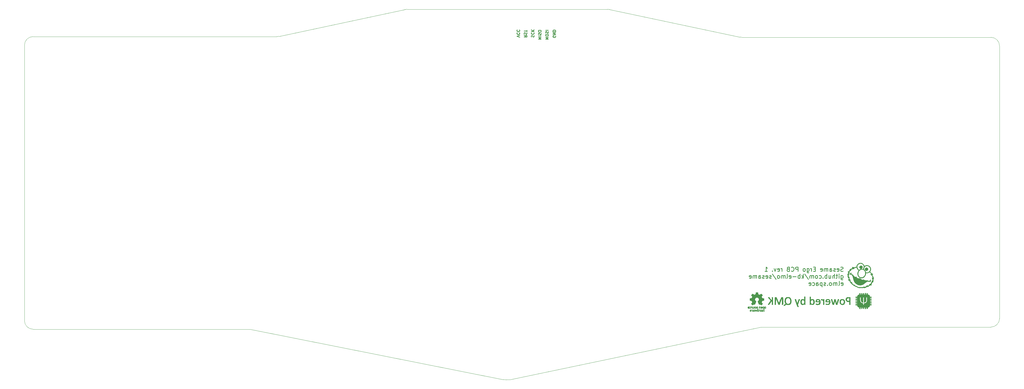
<source format=gbr>
%TF.GenerationSoftware,KiCad,Pcbnew,5.1.7-a382d34a8~88~ubuntu20.04.1*%
%TF.CreationDate,2021-03-24T17:29:36+01:00*%
%TF.ProjectId,sesame,73657361-6d65-42e6-9b69-6361645f7063,rev?*%
%TF.SameCoordinates,Original*%
%TF.FileFunction,Legend,Bot*%
%TF.FilePolarity,Positive*%
%FSLAX46Y46*%
G04 Gerber Fmt 4.6, Leading zero omitted, Abs format (unit mm)*
G04 Created by KiCad (PCBNEW 5.1.7-a382d34a8~88~ubuntu20.04.1) date 2021-03-24 17:29:36*
%MOMM*%
%LPD*%
G01*
G04 APERTURE LIST*
%ADD10C,0.250000*%
%TA.AperFunction,Profile*%
%ADD11C,0.050000*%
%TD*%
%ADD12C,0.010000*%
G04 APERTURE END LIST*
D10*
X228211000Y-74929904D02*
X228258619Y-75025142D01*
X228258619Y-75168000D01*
X228211000Y-75310857D01*
X228115761Y-75406095D01*
X228020523Y-75453714D01*
X227830047Y-75501333D01*
X227687190Y-75501333D01*
X227496714Y-75453714D01*
X227401476Y-75406095D01*
X227306238Y-75310857D01*
X227258619Y-75168000D01*
X227258619Y-75072761D01*
X227306238Y-74929904D01*
X227353857Y-74882285D01*
X227687190Y-74882285D01*
X227687190Y-75072761D01*
X227258619Y-74453714D02*
X228258619Y-74453714D01*
X227258619Y-73882285D01*
X228258619Y-73882285D01*
X227258619Y-73406095D02*
X228258619Y-73406095D01*
X228258619Y-73168000D01*
X228211000Y-73025142D01*
X228115761Y-72929904D01*
X228020523Y-72882285D01*
X227830047Y-72834666D01*
X227687190Y-72834666D01*
X227496714Y-72882285D01*
X227401476Y-72929904D01*
X227306238Y-73025142D01*
X227258619Y-73168000D01*
X227258619Y-73406095D01*
X224667819Y-76095028D02*
X225667819Y-76095028D01*
X224953533Y-75761695D01*
X225667819Y-75428361D01*
X224667819Y-75428361D01*
X225667819Y-74761695D02*
X225667819Y-74571219D01*
X225620200Y-74475980D01*
X225524961Y-74380742D01*
X225334485Y-74333123D01*
X225001152Y-74333123D01*
X224810676Y-74380742D01*
X224715438Y-74475980D01*
X224667819Y-74571219D01*
X224667819Y-74761695D01*
X224715438Y-74856933D01*
X224810676Y-74952171D01*
X225001152Y-74999790D01*
X225334485Y-74999790D01*
X225524961Y-74952171D01*
X225620200Y-74856933D01*
X225667819Y-74761695D01*
X224715438Y-73952171D02*
X224667819Y-73809314D01*
X224667819Y-73571219D01*
X224715438Y-73475980D01*
X224763057Y-73428361D01*
X224858295Y-73380742D01*
X224953533Y-73380742D01*
X225048771Y-73428361D01*
X225096390Y-73475980D01*
X225144009Y-73571219D01*
X225191628Y-73761695D01*
X225239247Y-73856933D01*
X225286866Y-73904552D01*
X225382104Y-73952171D01*
X225477342Y-73952171D01*
X225572580Y-73904552D01*
X225620200Y-73856933D01*
X225667819Y-73761695D01*
X225667819Y-73523600D01*
X225620200Y-73380742D01*
X224667819Y-72952171D02*
X225667819Y-72952171D01*
X222127819Y-76095028D02*
X223127819Y-76095028D01*
X222413533Y-75761695D01*
X223127819Y-75428361D01*
X222127819Y-75428361D01*
X222127819Y-74952171D02*
X223127819Y-74952171D01*
X222175438Y-74523600D02*
X222127819Y-74380742D01*
X222127819Y-74142647D01*
X222175438Y-74047409D01*
X222223057Y-73999790D01*
X222318295Y-73952171D01*
X222413533Y-73952171D01*
X222508771Y-73999790D01*
X222556390Y-74047409D01*
X222604009Y-74142647D01*
X222651628Y-74333123D01*
X222699247Y-74428361D01*
X222746866Y-74475980D01*
X222842104Y-74523600D01*
X222937342Y-74523600D01*
X223032580Y-74475980D01*
X223080200Y-74428361D01*
X223127819Y-74333123D01*
X223127819Y-74095028D01*
X223080200Y-73952171D01*
X223127819Y-73333123D02*
X223127819Y-73142647D01*
X223080200Y-73047409D01*
X222984961Y-72952171D01*
X222794485Y-72904552D01*
X222461152Y-72904552D01*
X222270676Y-72952171D01*
X222175438Y-73047409D01*
X222127819Y-73142647D01*
X222127819Y-73333123D01*
X222175438Y-73428361D01*
X222270676Y-73523600D01*
X222461152Y-73571219D01*
X222794485Y-73571219D01*
X222984961Y-73523600D01*
X223080200Y-73428361D01*
X223127819Y-73333123D01*
X219686238Y-75326714D02*
X219638619Y-75183857D01*
X219638619Y-74945761D01*
X219686238Y-74850523D01*
X219733857Y-74802904D01*
X219829095Y-74755285D01*
X219924333Y-74755285D01*
X220019571Y-74802904D01*
X220067190Y-74850523D01*
X220114809Y-74945761D01*
X220162428Y-75136238D01*
X220210047Y-75231476D01*
X220257666Y-75279095D01*
X220352904Y-75326714D01*
X220448142Y-75326714D01*
X220543380Y-75279095D01*
X220591000Y-75231476D01*
X220638619Y-75136238D01*
X220638619Y-74898142D01*
X220591000Y-74755285D01*
X219733857Y-73755285D02*
X219686238Y-73802904D01*
X219638619Y-73945761D01*
X219638619Y-74041000D01*
X219686238Y-74183857D01*
X219781476Y-74279095D01*
X219876714Y-74326714D01*
X220067190Y-74374333D01*
X220210047Y-74374333D01*
X220400523Y-74326714D01*
X220495761Y-74279095D01*
X220591000Y-74183857D01*
X220638619Y-74041000D01*
X220638619Y-73945761D01*
X220591000Y-73802904D01*
X220543380Y-73755285D01*
X219638619Y-73326714D02*
X220638619Y-73326714D01*
X219638619Y-72755285D02*
X220210047Y-73183857D01*
X220638619Y-72755285D02*
X220067190Y-73326714D01*
X217098619Y-74715619D02*
X217574809Y-75048952D01*
X217098619Y-75287047D02*
X218098619Y-75287047D01*
X218098619Y-74906095D01*
X218051000Y-74810857D01*
X218003380Y-74763238D01*
X217908142Y-74715619D01*
X217765285Y-74715619D01*
X217670047Y-74763238D01*
X217622428Y-74810857D01*
X217574809Y-74906095D01*
X217574809Y-75287047D01*
X217146238Y-74334666D02*
X217098619Y-74191809D01*
X217098619Y-73953714D01*
X217146238Y-73858476D01*
X217193857Y-73810857D01*
X217289095Y-73763238D01*
X217384333Y-73763238D01*
X217479571Y-73810857D01*
X217527190Y-73858476D01*
X217574809Y-73953714D01*
X217622428Y-74144190D01*
X217670047Y-74239428D01*
X217717666Y-74287047D01*
X217812904Y-74334666D01*
X217908142Y-74334666D01*
X218003380Y-74287047D01*
X218051000Y-74239428D01*
X218098619Y-74144190D01*
X218098619Y-73906095D01*
X218051000Y-73763238D01*
X218098619Y-73477523D02*
X218098619Y-72906095D01*
X217098619Y-73191809D02*
X218098619Y-73191809D01*
X215558619Y-75374333D02*
X214558619Y-75041000D01*
X215558619Y-74707666D01*
X214653857Y-73802904D02*
X214606238Y-73850523D01*
X214558619Y-73993380D01*
X214558619Y-74088619D01*
X214606238Y-74231476D01*
X214701476Y-74326714D01*
X214796714Y-74374333D01*
X214987190Y-74421952D01*
X215130047Y-74421952D01*
X215320523Y-74374333D01*
X215415761Y-74326714D01*
X215511000Y-74231476D01*
X215558619Y-74088619D01*
X215558619Y-73993380D01*
X215511000Y-73850523D01*
X215463380Y-73802904D01*
X214653857Y-72802904D02*
X214606238Y-72850523D01*
X214558619Y-72993380D01*
X214558619Y-73088619D01*
X214606238Y-73231476D01*
X214701476Y-73326714D01*
X214796714Y-73374333D01*
X214987190Y-73421952D01*
X215130047Y-73421952D01*
X215320523Y-73374333D01*
X215415761Y-73326714D01*
X215511000Y-73231476D01*
X215558619Y-73088619D01*
X215558619Y-72993380D01*
X215511000Y-72850523D01*
X215463380Y-72802904D01*
X329751785Y-158000142D02*
X329537500Y-158071571D01*
X329180357Y-158071571D01*
X329037500Y-158000142D01*
X328966071Y-157928714D01*
X328894642Y-157785857D01*
X328894642Y-157643000D01*
X328966071Y-157500142D01*
X329037500Y-157428714D01*
X329180357Y-157357285D01*
X329466071Y-157285857D01*
X329608928Y-157214428D01*
X329680357Y-157143000D01*
X329751785Y-157000142D01*
X329751785Y-156857285D01*
X329680357Y-156714428D01*
X329608928Y-156643000D01*
X329466071Y-156571571D01*
X329108928Y-156571571D01*
X328894642Y-156643000D01*
X327680357Y-158000142D02*
X327823214Y-158071571D01*
X328108928Y-158071571D01*
X328251785Y-158000142D01*
X328323214Y-157857285D01*
X328323214Y-157285857D01*
X328251785Y-157143000D01*
X328108928Y-157071571D01*
X327823214Y-157071571D01*
X327680357Y-157143000D01*
X327608928Y-157285857D01*
X327608928Y-157428714D01*
X328323214Y-157571571D01*
X327037500Y-158000142D02*
X326894642Y-158071571D01*
X326608928Y-158071571D01*
X326466071Y-158000142D01*
X326394642Y-157857285D01*
X326394642Y-157785857D01*
X326466071Y-157643000D01*
X326608928Y-157571571D01*
X326823214Y-157571571D01*
X326966071Y-157500142D01*
X327037500Y-157357285D01*
X327037500Y-157285857D01*
X326966071Y-157143000D01*
X326823214Y-157071571D01*
X326608928Y-157071571D01*
X326466071Y-157143000D01*
X325108928Y-158071571D02*
X325108928Y-157285857D01*
X325180357Y-157143000D01*
X325323214Y-157071571D01*
X325608928Y-157071571D01*
X325751785Y-157143000D01*
X325108928Y-158000142D02*
X325251785Y-158071571D01*
X325608928Y-158071571D01*
X325751785Y-158000142D01*
X325823214Y-157857285D01*
X325823214Y-157714428D01*
X325751785Y-157571571D01*
X325608928Y-157500142D01*
X325251785Y-157500142D01*
X325108928Y-157428714D01*
X324394642Y-158071571D02*
X324394642Y-157071571D01*
X324394642Y-157214428D02*
X324323214Y-157143000D01*
X324180357Y-157071571D01*
X323966071Y-157071571D01*
X323823214Y-157143000D01*
X323751785Y-157285857D01*
X323751785Y-158071571D01*
X323751785Y-157285857D02*
X323680357Y-157143000D01*
X323537500Y-157071571D01*
X323323214Y-157071571D01*
X323180357Y-157143000D01*
X323108928Y-157285857D01*
X323108928Y-158071571D01*
X321823214Y-158000142D02*
X321966071Y-158071571D01*
X322251785Y-158071571D01*
X322394642Y-158000142D01*
X322466071Y-157857285D01*
X322466071Y-157285857D01*
X322394642Y-157143000D01*
X322251785Y-157071571D01*
X321966071Y-157071571D01*
X321823214Y-157143000D01*
X321751785Y-157285857D01*
X321751785Y-157428714D01*
X322466071Y-157571571D01*
X319966071Y-157285857D02*
X319466071Y-157285857D01*
X319251785Y-158071571D02*
X319966071Y-158071571D01*
X319966071Y-156571571D01*
X319251785Y-156571571D01*
X318608928Y-158071571D02*
X318608928Y-157071571D01*
X318608928Y-157357285D02*
X318537500Y-157214428D01*
X318466071Y-157143000D01*
X318323214Y-157071571D01*
X318180357Y-157071571D01*
X317037500Y-157071571D02*
X317037500Y-158285857D01*
X317108928Y-158428714D01*
X317180357Y-158500142D01*
X317323214Y-158571571D01*
X317537500Y-158571571D01*
X317680357Y-158500142D01*
X317037500Y-158000142D02*
X317180357Y-158071571D01*
X317466071Y-158071571D01*
X317608928Y-158000142D01*
X317680357Y-157928714D01*
X317751785Y-157785857D01*
X317751785Y-157357285D01*
X317680357Y-157214428D01*
X317608928Y-157143000D01*
X317466071Y-157071571D01*
X317180357Y-157071571D01*
X317037500Y-157143000D01*
X316108928Y-158071571D02*
X316251785Y-158000142D01*
X316323214Y-157928714D01*
X316394642Y-157785857D01*
X316394642Y-157357285D01*
X316323214Y-157214428D01*
X316251785Y-157143000D01*
X316108928Y-157071571D01*
X315894642Y-157071571D01*
X315751785Y-157143000D01*
X315680357Y-157214428D01*
X315608928Y-157357285D01*
X315608928Y-157785857D01*
X315680357Y-157928714D01*
X315751785Y-158000142D01*
X315894642Y-158071571D01*
X316108928Y-158071571D01*
X313823214Y-158071571D02*
X313823214Y-156571571D01*
X313251785Y-156571571D01*
X313108928Y-156643000D01*
X313037500Y-156714428D01*
X312966071Y-156857285D01*
X312966071Y-157071571D01*
X313037500Y-157214428D01*
X313108928Y-157285857D01*
X313251785Y-157357285D01*
X313823214Y-157357285D01*
X311466071Y-157928714D02*
X311537500Y-158000142D01*
X311751785Y-158071571D01*
X311894642Y-158071571D01*
X312108928Y-158000142D01*
X312251785Y-157857285D01*
X312323214Y-157714428D01*
X312394642Y-157428714D01*
X312394642Y-157214428D01*
X312323214Y-156928714D01*
X312251785Y-156785857D01*
X312108928Y-156643000D01*
X311894642Y-156571571D01*
X311751785Y-156571571D01*
X311537500Y-156643000D01*
X311466071Y-156714428D01*
X310323214Y-157285857D02*
X310108928Y-157357285D01*
X310037500Y-157428714D01*
X309966071Y-157571571D01*
X309966071Y-157785857D01*
X310037500Y-157928714D01*
X310108928Y-158000142D01*
X310251785Y-158071571D01*
X310823214Y-158071571D01*
X310823214Y-156571571D01*
X310323214Y-156571571D01*
X310180357Y-156643000D01*
X310108928Y-156714428D01*
X310037500Y-156857285D01*
X310037500Y-157000142D01*
X310108928Y-157143000D01*
X310180357Y-157214428D01*
X310323214Y-157285857D01*
X310823214Y-157285857D01*
X308180357Y-158071571D02*
X308180357Y-157071571D01*
X308180357Y-157357285D02*
X308108928Y-157214428D01*
X308037500Y-157143000D01*
X307894642Y-157071571D01*
X307751785Y-157071571D01*
X306680357Y-158000142D02*
X306823214Y-158071571D01*
X307108928Y-158071571D01*
X307251785Y-158000142D01*
X307323214Y-157857285D01*
X307323214Y-157285857D01*
X307251785Y-157143000D01*
X307108928Y-157071571D01*
X306823214Y-157071571D01*
X306680357Y-157143000D01*
X306608928Y-157285857D01*
X306608928Y-157428714D01*
X307323214Y-157571571D01*
X306108928Y-157071571D02*
X305751785Y-158071571D01*
X305394642Y-157071571D01*
X304823214Y-157928714D02*
X304751785Y-158000142D01*
X304823214Y-158071571D01*
X304894642Y-158000142D01*
X304823214Y-157928714D01*
X304823214Y-158071571D01*
X302180357Y-158071571D02*
X303037500Y-158071571D01*
X302608928Y-158071571D02*
X302608928Y-156571571D01*
X302751785Y-156785857D01*
X302894642Y-156928714D01*
X303037500Y-157000142D01*
X329037500Y-159571571D02*
X329037500Y-160785857D01*
X329108928Y-160928714D01*
X329180357Y-161000142D01*
X329323214Y-161071571D01*
X329537500Y-161071571D01*
X329680357Y-161000142D01*
X329037500Y-160500142D02*
X329180357Y-160571571D01*
X329466071Y-160571571D01*
X329608928Y-160500142D01*
X329680357Y-160428714D01*
X329751785Y-160285857D01*
X329751785Y-159857285D01*
X329680357Y-159714428D01*
X329608928Y-159643000D01*
X329466071Y-159571571D01*
X329180357Y-159571571D01*
X329037500Y-159643000D01*
X328323214Y-160571571D02*
X328323214Y-159571571D01*
X328323214Y-159071571D02*
X328394642Y-159143000D01*
X328323214Y-159214428D01*
X328251785Y-159143000D01*
X328323214Y-159071571D01*
X328323214Y-159214428D01*
X327823214Y-159571571D02*
X327251785Y-159571571D01*
X327608928Y-159071571D02*
X327608928Y-160357285D01*
X327537500Y-160500142D01*
X327394642Y-160571571D01*
X327251785Y-160571571D01*
X326751785Y-160571571D02*
X326751785Y-159071571D01*
X326108928Y-160571571D02*
X326108928Y-159785857D01*
X326180357Y-159643000D01*
X326323214Y-159571571D01*
X326537500Y-159571571D01*
X326680357Y-159643000D01*
X326751785Y-159714428D01*
X324751785Y-159571571D02*
X324751785Y-160571571D01*
X325394642Y-159571571D02*
X325394642Y-160357285D01*
X325323214Y-160500142D01*
X325180357Y-160571571D01*
X324966071Y-160571571D01*
X324823214Y-160500142D01*
X324751785Y-160428714D01*
X324037500Y-160571571D02*
X324037500Y-159071571D01*
X324037500Y-159643000D02*
X323894642Y-159571571D01*
X323608928Y-159571571D01*
X323466071Y-159643000D01*
X323394642Y-159714428D01*
X323323214Y-159857285D01*
X323323214Y-160285857D01*
X323394642Y-160428714D01*
X323466071Y-160500142D01*
X323608928Y-160571571D01*
X323894642Y-160571571D01*
X324037500Y-160500142D01*
X322680357Y-160428714D02*
X322608928Y-160500142D01*
X322680357Y-160571571D01*
X322751785Y-160500142D01*
X322680357Y-160428714D01*
X322680357Y-160571571D01*
X321323214Y-160500142D02*
X321466071Y-160571571D01*
X321751785Y-160571571D01*
X321894642Y-160500142D01*
X321966071Y-160428714D01*
X322037500Y-160285857D01*
X322037500Y-159857285D01*
X321966071Y-159714428D01*
X321894642Y-159643000D01*
X321751785Y-159571571D01*
X321466071Y-159571571D01*
X321323214Y-159643000D01*
X320466071Y-160571571D02*
X320608928Y-160500142D01*
X320680357Y-160428714D01*
X320751785Y-160285857D01*
X320751785Y-159857285D01*
X320680357Y-159714428D01*
X320608928Y-159643000D01*
X320466071Y-159571571D01*
X320251785Y-159571571D01*
X320108928Y-159643000D01*
X320037500Y-159714428D01*
X319966071Y-159857285D01*
X319966071Y-160285857D01*
X320037500Y-160428714D01*
X320108928Y-160500142D01*
X320251785Y-160571571D01*
X320466071Y-160571571D01*
X319323214Y-160571571D02*
X319323214Y-159571571D01*
X319323214Y-159714428D02*
X319251785Y-159643000D01*
X319108928Y-159571571D01*
X318894642Y-159571571D01*
X318751785Y-159643000D01*
X318680357Y-159785857D01*
X318680357Y-160571571D01*
X318680357Y-159785857D02*
X318608928Y-159643000D01*
X318466071Y-159571571D01*
X318251785Y-159571571D01*
X318108928Y-159643000D01*
X318037500Y-159785857D01*
X318037500Y-160571571D01*
X316251785Y-159000142D02*
X317537500Y-160928714D01*
X315751785Y-160571571D02*
X315751785Y-159071571D01*
X315608928Y-160000142D02*
X315180357Y-160571571D01*
X315180357Y-159571571D02*
X315751785Y-160143000D01*
X314537500Y-160571571D02*
X314537500Y-159071571D01*
X314537500Y-159643000D02*
X314394642Y-159571571D01*
X314108928Y-159571571D01*
X313966071Y-159643000D01*
X313894642Y-159714428D01*
X313823214Y-159857285D01*
X313823214Y-160285857D01*
X313894642Y-160428714D01*
X313966071Y-160500142D01*
X314108928Y-160571571D01*
X314394642Y-160571571D01*
X314537500Y-160500142D01*
X313180357Y-160000142D02*
X312037500Y-160000142D01*
X310751785Y-160500142D02*
X310894642Y-160571571D01*
X311180357Y-160571571D01*
X311323214Y-160500142D01*
X311394642Y-160357285D01*
X311394642Y-159785857D01*
X311323214Y-159643000D01*
X311180357Y-159571571D01*
X310894642Y-159571571D01*
X310751785Y-159643000D01*
X310680357Y-159785857D01*
X310680357Y-159928714D01*
X311394642Y-160071571D01*
X309823214Y-160571571D02*
X309966071Y-160500142D01*
X310037500Y-160357285D01*
X310037500Y-159071571D01*
X309251785Y-160571571D02*
X309251785Y-159571571D01*
X309251785Y-159714428D02*
X309180357Y-159643000D01*
X309037500Y-159571571D01*
X308823214Y-159571571D01*
X308680357Y-159643000D01*
X308608928Y-159785857D01*
X308608928Y-160571571D01*
X308608928Y-159785857D02*
X308537500Y-159643000D01*
X308394642Y-159571571D01*
X308180357Y-159571571D01*
X308037500Y-159643000D01*
X307966071Y-159785857D01*
X307966071Y-160571571D01*
X307037500Y-160571571D02*
X307180357Y-160500142D01*
X307251785Y-160428714D01*
X307323214Y-160285857D01*
X307323214Y-159857285D01*
X307251785Y-159714428D01*
X307180357Y-159643000D01*
X307037500Y-159571571D01*
X306823214Y-159571571D01*
X306680357Y-159643000D01*
X306608928Y-159714428D01*
X306537500Y-159857285D01*
X306537500Y-160285857D01*
X306608928Y-160428714D01*
X306680357Y-160500142D01*
X306823214Y-160571571D01*
X307037500Y-160571571D01*
X304823214Y-159000142D02*
X306108928Y-160928714D01*
X304394642Y-160500142D02*
X304251785Y-160571571D01*
X303966071Y-160571571D01*
X303823214Y-160500142D01*
X303751785Y-160357285D01*
X303751785Y-160285857D01*
X303823214Y-160143000D01*
X303966071Y-160071571D01*
X304180357Y-160071571D01*
X304323214Y-160000142D01*
X304394642Y-159857285D01*
X304394642Y-159785857D01*
X304323214Y-159643000D01*
X304180357Y-159571571D01*
X303966071Y-159571571D01*
X303823214Y-159643000D01*
X302537500Y-160500142D02*
X302680357Y-160571571D01*
X302966071Y-160571571D01*
X303108928Y-160500142D01*
X303180357Y-160357285D01*
X303180357Y-159785857D01*
X303108928Y-159643000D01*
X302966071Y-159571571D01*
X302680357Y-159571571D01*
X302537500Y-159643000D01*
X302466071Y-159785857D01*
X302466071Y-159928714D01*
X303180357Y-160071571D01*
X301894642Y-160500142D02*
X301751785Y-160571571D01*
X301466071Y-160571571D01*
X301323214Y-160500142D01*
X301251785Y-160357285D01*
X301251785Y-160285857D01*
X301323214Y-160143000D01*
X301466071Y-160071571D01*
X301680357Y-160071571D01*
X301823214Y-160000142D01*
X301894642Y-159857285D01*
X301894642Y-159785857D01*
X301823214Y-159643000D01*
X301680357Y-159571571D01*
X301466071Y-159571571D01*
X301323214Y-159643000D01*
X299966071Y-160571571D02*
X299966071Y-159785857D01*
X300037500Y-159643000D01*
X300180357Y-159571571D01*
X300466071Y-159571571D01*
X300608928Y-159643000D01*
X299966071Y-160500142D02*
X300108928Y-160571571D01*
X300466071Y-160571571D01*
X300608928Y-160500142D01*
X300680357Y-160357285D01*
X300680357Y-160214428D01*
X300608928Y-160071571D01*
X300466071Y-160000142D01*
X300108928Y-160000142D01*
X299966071Y-159928714D01*
X299251785Y-160571571D02*
X299251785Y-159571571D01*
X299251785Y-159714428D02*
X299180357Y-159643000D01*
X299037500Y-159571571D01*
X298823214Y-159571571D01*
X298680357Y-159643000D01*
X298608928Y-159785857D01*
X298608928Y-160571571D01*
X298608928Y-159785857D02*
X298537500Y-159643000D01*
X298394642Y-159571571D01*
X298180357Y-159571571D01*
X298037500Y-159643000D01*
X297966071Y-159785857D01*
X297966071Y-160571571D01*
X296680357Y-160500142D02*
X296823214Y-160571571D01*
X297108928Y-160571571D01*
X297251785Y-160500142D01*
X297323214Y-160357285D01*
X297323214Y-159785857D01*
X297251785Y-159643000D01*
X297108928Y-159571571D01*
X296823214Y-159571571D01*
X296680357Y-159643000D01*
X296608928Y-159785857D01*
X296608928Y-159928714D01*
X297323214Y-160071571D01*
X329108928Y-163000142D02*
X329251785Y-163071571D01*
X329537500Y-163071571D01*
X329680357Y-163000142D01*
X329751785Y-162857285D01*
X329751785Y-162285857D01*
X329680357Y-162143000D01*
X329537500Y-162071571D01*
X329251785Y-162071571D01*
X329108928Y-162143000D01*
X329037500Y-162285857D01*
X329037500Y-162428714D01*
X329751785Y-162571571D01*
X328180357Y-163071571D02*
X328323214Y-163000142D01*
X328394642Y-162857285D01*
X328394642Y-161571571D01*
X327608928Y-163071571D02*
X327608928Y-162071571D01*
X327608928Y-162214428D02*
X327537500Y-162143000D01*
X327394642Y-162071571D01*
X327180357Y-162071571D01*
X327037500Y-162143000D01*
X326966071Y-162285857D01*
X326966071Y-163071571D01*
X326966071Y-162285857D02*
X326894642Y-162143000D01*
X326751785Y-162071571D01*
X326537500Y-162071571D01*
X326394642Y-162143000D01*
X326323214Y-162285857D01*
X326323214Y-163071571D01*
X325394642Y-163071571D02*
X325537500Y-163000142D01*
X325608928Y-162928714D01*
X325680357Y-162785857D01*
X325680357Y-162357285D01*
X325608928Y-162214428D01*
X325537500Y-162143000D01*
X325394642Y-162071571D01*
X325180357Y-162071571D01*
X325037500Y-162143000D01*
X324966071Y-162214428D01*
X324894642Y-162357285D01*
X324894642Y-162785857D01*
X324966071Y-162928714D01*
X325037500Y-163000142D01*
X325180357Y-163071571D01*
X325394642Y-163071571D01*
X324251785Y-162928714D02*
X324180357Y-163000142D01*
X324251785Y-163071571D01*
X324323214Y-163000142D01*
X324251785Y-162928714D01*
X324251785Y-163071571D01*
X323608928Y-163000142D02*
X323466071Y-163071571D01*
X323180357Y-163071571D01*
X323037500Y-163000142D01*
X322966071Y-162857285D01*
X322966071Y-162785857D01*
X323037500Y-162643000D01*
X323180357Y-162571571D01*
X323394642Y-162571571D01*
X323537500Y-162500142D01*
X323608928Y-162357285D01*
X323608928Y-162285857D01*
X323537500Y-162143000D01*
X323394642Y-162071571D01*
X323180357Y-162071571D01*
X323037500Y-162143000D01*
X322323214Y-162071571D02*
X322323214Y-163571571D01*
X322323214Y-162143000D02*
X322180357Y-162071571D01*
X321894642Y-162071571D01*
X321751785Y-162143000D01*
X321680357Y-162214428D01*
X321608928Y-162357285D01*
X321608928Y-162785857D01*
X321680357Y-162928714D01*
X321751785Y-163000142D01*
X321894642Y-163071571D01*
X322180357Y-163071571D01*
X322323214Y-163000142D01*
X320323214Y-163071571D02*
X320323214Y-162285857D01*
X320394642Y-162143000D01*
X320537500Y-162071571D01*
X320823214Y-162071571D01*
X320966071Y-162143000D01*
X320323214Y-163000142D02*
X320466071Y-163071571D01*
X320823214Y-163071571D01*
X320966071Y-163000142D01*
X321037500Y-162857285D01*
X321037500Y-162714428D01*
X320966071Y-162571571D01*
X320823214Y-162500142D01*
X320466071Y-162500142D01*
X320323214Y-162428714D01*
X318966071Y-163000142D02*
X319108928Y-163071571D01*
X319394642Y-163071571D01*
X319537500Y-163000142D01*
X319608928Y-162928714D01*
X319680357Y-162785857D01*
X319680357Y-162357285D01*
X319608928Y-162214428D01*
X319537500Y-162143000D01*
X319394642Y-162071571D01*
X319108928Y-162071571D01*
X318966071Y-162143000D01*
X317751785Y-163000142D02*
X317894642Y-163071571D01*
X318180357Y-163071571D01*
X318323214Y-163000142D01*
X318394642Y-162857285D01*
X318394642Y-162285857D01*
X318323214Y-162143000D01*
X318180357Y-162071571D01*
X317894642Y-162071571D01*
X317751785Y-162143000D01*
X317680357Y-162285857D01*
X317680357Y-162428714D01*
X318394642Y-162571571D01*
D11*
X43688000Y-178562000D02*
G75*
G02*
X40640000Y-175514000I0J3048000D01*
G01*
X212136488Y-196378544D02*
G75*
G02*
X209804001Y-196341999I-1062488J6640544D01*
G01*
X385064000Y-174752000D02*
G75*
G02*
X382016000Y-177800000I-3048000J0D01*
G01*
X382016000Y-75438000D02*
G75*
G02*
X385064000Y-78486000I0J-3048000D01*
G01*
X293392751Y-75346994D02*
G75*
G03*
X294132000Y-75438000I739249J2956994D01*
G01*
X247435982Y-65639400D02*
G75*
G03*
X246634000Y-65532000I-801982J-2940600D01*
G01*
X174966018Y-65639400D02*
G75*
G02*
X175768000Y-65532000I801982J-2940600D01*
G01*
X130533249Y-75092994D02*
G75*
G02*
X129794000Y-75184000I-739249J2956994D01*
G01*
X40640000Y-78232000D02*
G75*
G02*
X43688000Y-75184000I3048000J0D01*
G01*
X130533249Y-75092994D02*
X174966018Y-65639400D01*
X43688000Y-75184000D02*
X129794000Y-75184000D01*
X40640000Y-175514000D02*
X40640000Y-78232000D01*
X120396000Y-178562000D02*
X43688000Y-178562000D01*
X209804001Y-196341999D02*
X120396000Y-178562000D01*
X300736000Y-177800000D02*
X212136488Y-196378544D01*
X382016000Y-177800000D02*
X300736000Y-177800000D01*
X385064000Y-78486000D02*
X385064000Y-174752000D01*
X294132000Y-75438000D02*
X382016000Y-75438000D01*
X247435982Y-65639400D02*
X293392751Y-75346994D01*
X175768000Y-65532000D02*
X246634000Y-65532000D01*
D12*
%TO.C,G\u002A\u002A\u002A*%
G36*
X303403505Y-167211547D02*
G01*
X303334049Y-167244961D01*
X303307750Y-167295801D01*
X303327828Y-167340272D01*
X303384752Y-167425888D01*
X303473563Y-167546002D01*
X303589299Y-167693964D01*
X303727001Y-167863126D01*
X303766112Y-167910147D01*
X304224474Y-168458819D01*
X303732734Y-169116670D01*
X303600251Y-169296336D01*
X303482043Y-169461316D01*
X303383085Y-169604283D01*
X303308352Y-169717907D01*
X303262819Y-169794863D01*
X303250858Y-169826448D01*
X303286207Y-169861169D01*
X303362454Y-169883392D01*
X303457965Y-169891683D01*
X303551107Y-169884606D01*
X303620249Y-169860726D01*
X303631511Y-169851703D01*
X303662487Y-169814093D01*
X303725118Y-169732825D01*
X303813654Y-169615553D01*
X303922341Y-169469931D01*
X304045428Y-169303611D01*
X304135369Y-169181300D01*
X304593625Y-168556497D01*
X304625375Y-169878375D01*
X304785345Y-169887738D01*
X304881560Y-169888983D01*
X304949963Y-169881791D01*
X304967908Y-169874509D01*
X304972794Y-169838864D01*
X304977317Y-169746525D01*
X304981360Y-169604297D01*
X304984808Y-169418986D01*
X304987542Y-169197395D01*
X304989448Y-168946332D01*
X304990407Y-168672600D01*
X304990500Y-168554672D01*
X304990500Y-167257428D01*
X304903188Y-167224188D01*
X304784650Y-167207623D01*
X304720625Y-167218179D01*
X304625375Y-167245409D01*
X304593625Y-168409803D01*
X304134490Y-167831069D01*
X303987734Y-167649130D01*
X303855853Y-167491555D01*
X303744300Y-167364502D01*
X303658527Y-167274130D01*
X303603986Y-167226598D01*
X303595071Y-167221811D01*
X303496921Y-167202180D01*
X303403505Y-167211547D01*
G37*
X303403505Y-167211547D02*
X303334049Y-167244961D01*
X303307750Y-167295801D01*
X303327828Y-167340272D01*
X303384752Y-167425888D01*
X303473563Y-167546002D01*
X303589299Y-167693964D01*
X303727001Y-167863126D01*
X303766112Y-167910147D01*
X304224474Y-168458819D01*
X303732734Y-169116670D01*
X303600251Y-169296336D01*
X303482043Y-169461316D01*
X303383085Y-169604283D01*
X303308352Y-169717907D01*
X303262819Y-169794863D01*
X303250858Y-169826448D01*
X303286207Y-169861169D01*
X303362454Y-169883392D01*
X303457965Y-169891683D01*
X303551107Y-169884606D01*
X303620249Y-169860726D01*
X303631511Y-169851703D01*
X303662487Y-169814093D01*
X303725118Y-169732825D01*
X303813654Y-169615553D01*
X303922341Y-169469931D01*
X304045428Y-169303611D01*
X304135369Y-169181300D01*
X304593625Y-168556497D01*
X304625375Y-169878375D01*
X304785345Y-169887738D01*
X304881560Y-169888983D01*
X304949963Y-169881791D01*
X304967908Y-169874509D01*
X304972794Y-169838864D01*
X304977317Y-169746525D01*
X304981360Y-169604297D01*
X304984808Y-169418986D01*
X304987542Y-169197395D01*
X304989448Y-168946332D01*
X304990407Y-168672600D01*
X304990500Y-168554672D01*
X304990500Y-167257428D01*
X304903188Y-167224188D01*
X304784650Y-167207623D01*
X304720625Y-167218179D01*
X304625375Y-167245409D01*
X304593625Y-168409803D01*
X304134490Y-167831069D01*
X303987734Y-167649130D01*
X303855853Y-167491555D01*
X303744300Y-167364502D01*
X303658527Y-167274130D01*
X303603986Y-167226598D01*
X303595071Y-167221811D01*
X303496921Y-167202180D01*
X303403505Y-167211547D01*
G36*
X305795255Y-167240980D02*
G01*
X305718136Y-167268459D01*
X305706785Y-167277500D01*
X305694152Y-167295906D01*
X305683911Y-167327259D01*
X305675878Y-167377436D01*
X305669865Y-167452317D01*
X305665688Y-167557779D01*
X305663159Y-167699701D01*
X305662093Y-167883961D01*
X305662304Y-168116438D01*
X305663605Y-168403009D01*
X305664830Y-168603063D01*
X305673125Y-169878375D01*
X306022375Y-169878375D01*
X306054125Y-167603055D01*
X306495747Y-168708965D01*
X306596331Y-168959892D01*
X306690491Y-169192964D01*
X306775435Y-169401410D01*
X306848375Y-169578463D01*
X306906521Y-169717355D01*
X306947082Y-169811318D01*
X306967270Y-169853583D01*
X306967947Y-169854562D01*
X307016664Y-169879302D01*
X307101523Y-169893169D01*
X307133625Y-169894250D01*
X307224390Y-169885546D01*
X307288075Y-169863774D01*
X307298740Y-169854562D01*
X307316594Y-169816777D01*
X307354361Y-169726463D01*
X307409339Y-169590427D01*
X307478826Y-169415478D01*
X307560119Y-169208422D01*
X307650515Y-168976067D01*
X307747313Y-168725220D01*
X307755065Y-168705047D01*
X308181375Y-167595219D01*
X308213125Y-169878375D01*
X308356166Y-169887734D01*
X308459186Y-169885030D01*
X308529159Y-169864865D01*
X308538728Y-169857572D01*
X308549573Y-169815596D01*
X308558807Y-169718635D01*
X308566435Y-169575180D01*
X308572463Y-169393725D01*
X308576895Y-169182764D01*
X308579735Y-168950790D01*
X308580990Y-168706295D01*
X308580663Y-168457773D01*
X308578759Y-168213717D01*
X308575284Y-167982620D01*
X308570242Y-167772976D01*
X308563638Y-167593278D01*
X308555476Y-167452018D01*
X308545762Y-167357691D01*
X308537286Y-167322500D01*
X308509320Y-167279664D01*
X308468249Y-167254456D01*
X308397232Y-167241048D01*
X308280508Y-167233662D01*
X308131824Y-167234187D01*
X308031912Y-167252371D01*
X307989991Y-167272535D01*
X307961682Y-167303414D01*
X307923353Y-167367625D01*
X307872998Y-167469644D01*
X307808611Y-167613945D01*
X307728187Y-167805003D01*
X307629720Y-168047292D01*
X307526749Y-168305934D01*
X307433374Y-168540598D01*
X307346814Y-168755259D01*
X307269927Y-168943056D01*
X307205567Y-169097130D01*
X307156590Y-169210620D01*
X307125852Y-169276668D01*
X307116686Y-169291000D01*
X307100138Y-169262733D01*
X307062558Y-169182466D01*
X307006890Y-169056995D01*
X306936081Y-168893118D01*
X306853075Y-168697633D01*
X306760819Y-168477337D01*
X306689552Y-168305312D01*
X306563199Y-168002494D01*
X306454390Y-167749116D01*
X306364077Y-167547263D01*
X306293218Y-167399018D01*
X306242765Y-167306468D01*
X306217064Y-167273437D01*
X306139629Y-167243609D01*
X306028510Y-167228376D01*
X305906216Y-167227559D01*
X305795255Y-167240980D01*
G37*
X305795255Y-167240980D02*
X305718136Y-167268459D01*
X305706785Y-167277500D01*
X305694152Y-167295906D01*
X305683911Y-167327259D01*
X305675878Y-167377436D01*
X305669865Y-167452317D01*
X305665688Y-167557779D01*
X305663159Y-167699701D01*
X305662093Y-167883961D01*
X305662304Y-168116438D01*
X305663605Y-168403009D01*
X305664830Y-168603063D01*
X305673125Y-169878375D01*
X306022375Y-169878375D01*
X306054125Y-167603055D01*
X306495747Y-168708965D01*
X306596331Y-168959892D01*
X306690491Y-169192964D01*
X306775435Y-169401410D01*
X306848375Y-169578463D01*
X306906521Y-169717355D01*
X306947082Y-169811318D01*
X306967270Y-169853583D01*
X306967947Y-169854562D01*
X307016664Y-169879302D01*
X307101523Y-169893169D01*
X307133625Y-169894250D01*
X307224390Y-169885546D01*
X307288075Y-169863774D01*
X307298740Y-169854562D01*
X307316594Y-169816777D01*
X307354361Y-169726463D01*
X307409339Y-169590427D01*
X307478826Y-169415478D01*
X307560119Y-169208422D01*
X307650515Y-168976067D01*
X307747313Y-168725220D01*
X307755065Y-168705047D01*
X308181375Y-167595219D01*
X308213125Y-169878375D01*
X308356166Y-169887734D01*
X308459186Y-169885030D01*
X308529159Y-169864865D01*
X308538728Y-169857572D01*
X308549573Y-169815596D01*
X308558807Y-169718635D01*
X308566435Y-169575180D01*
X308572463Y-169393725D01*
X308576895Y-169182764D01*
X308579735Y-168950790D01*
X308580990Y-168706295D01*
X308580663Y-168457773D01*
X308578759Y-168213717D01*
X308575284Y-167982620D01*
X308570242Y-167772976D01*
X308563638Y-167593278D01*
X308555476Y-167452018D01*
X308545762Y-167357691D01*
X308537286Y-167322500D01*
X308509320Y-167279664D01*
X308468249Y-167254456D01*
X308397232Y-167241048D01*
X308280508Y-167233662D01*
X308131824Y-167234187D01*
X308031912Y-167252371D01*
X307989991Y-167272535D01*
X307961682Y-167303414D01*
X307923353Y-167367625D01*
X307872998Y-167469644D01*
X307808611Y-167613945D01*
X307728187Y-167805003D01*
X307629720Y-168047292D01*
X307526749Y-168305934D01*
X307433374Y-168540598D01*
X307346814Y-168755259D01*
X307269927Y-168943056D01*
X307205567Y-169097130D01*
X307156590Y-169210620D01*
X307125852Y-169276668D01*
X307116686Y-169291000D01*
X307100138Y-169262733D01*
X307062558Y-169182466D01*
X307006890Y-169056995D01*
X306936081Y-168893118D01*
X306853075Y-168697633D01*
X306760819Y-168477337D01*
X306689552Y-168305312D01*
X306563199Y-168002494D01*
X306454390Y-167749116D01*
X306364077Y-167547263D01*
X306293218Y-167399018D01*
X306242765Y-167306468D01*
X306217064Y-167273437D01*
X306139629Y-167243609D01*
X306028510Y-167228376D01*
X305906216Y-167227559D01*
X305795255Y-167240980D01*
G36*
X322102319Y-167903214D02*
G01*
X322024885Y-167937434D01*
X321986757Y-168006524D01*
X321976750Y-168117644D01*
X321976750Y-168275554D01*
X322152898Y-168254852D01*
X322291537Y-168248984D01*
X322398400Y-168274963D01*
X322491763Y-168341531D01*
X322589906Y-168457428D01*
X322597222Y-168467333D01*
X322705627Y-168615011D01*
X322722875Y-169878375D01*
X322866933Y-169887776D01*
X322958276Y-169888843D01*
X323021197Y-169880598D01*
X323033620Y-169874547D01*
X323039268Y-169838278D01*
X323044402Y-169746463D01*
X323048838Y-169607057D01*
X323052394Y-169428014D01*
X323054889Y-169217286D01*
X323056139Y-168982829D01*
X323056250Y-168887093D01*
X323056250Y-167922270D01*
X322905438Y-167931947D01*
X322754625Y-167941625D01*
X322744908Y-168075639D01*
X322735190Y-168209653D01*
X322637007Y-168097830D01*
X322504696Y-167976163D01*
X322365574Y-167910674D01*
X322230240Y-167894000D01*
X322102319Y-167903214D01*
G37*
X322102319Y-167903214D02*
X322024885Y-167937434D01*
X321986757Y-168006524D01*
X321976750Y-168117644D01*
X321976750Y-168275554D01*
X322152898Y-168254852D01*
X322291537Y-168248984D01*
X322398400Y-168274963D01*
X322491763Y-168341531D01*
X322589906Y-168457428D01*
X322597222Y-168467333D01*
X322705627Y-168615011D01*
X322722875Y-169878375D01*
X322866933Y-169887776D01*
X322958276Y-169888843D01*
X323021197Y-169880598D01*
X323033620Y-169874547D01*
X323039268Y-169838278D01*
X323044402Y-169746463D01*
X323048838Y-169607057D01*
X323052394Y-169428014D01*
X323054889Y-169217286D01*
X323056139Y-168982829D01*
X323056250Y-168887093D01*
X323056250Y-167922270D01*
X322905438Y-167931947D01*
X322754625Y-167941625D01*
X322744908Y-168075639D01*
X322735190Y-168209653D01*
X322637007Y-168097830D01*
X322504696Y-167976163D01*
X322365574Y-167910674D01*
X322230240Y-167894000D01*
X322102319Y-167903214D01*
G36*
X327870854Y-168187687D02*
G01*
X327822617Y-168349464D01*
X327770453Y-168526445D01*
X327725293Y-168681532D01*
X327723500Y-168687750D01*
X327679540Y-168838703D01*
X327627582Y-169014778D01*
X327578144Y-169180353D01*
X327573506Y-169195750D01*
X327492125Y-169465625D01*
X327293980Y-168730339D01*
X327237573Y-168522823D01*
X327185619Y-168335095D01*
X327140664Y-168176080D01*
X327105254Y-168054707D01*
X327081936Y-167979903D01*
X327074419Y-167960401D01*
X327032567Y-167940191D01*
X326950160Y-167927704D01*
X326897619Y-167925750D01*
X326803713Y-167928676D01*
X326753451Y-167944863D01*
X326727013Y-167985420D01*
X326713542Y-168028937D01*
X326654439Y-168239118D01*
X326592457Y-168455378D01*
X326530185Y-168669113D01*
X326470209Y-168871717D01*
X326415118Y-169054586D01*
X326367499Y-169209114D01*
X326329939Y-169326697D01*
X326305027Y-169398728D01*
X326295913Y-169417775D01*
X326282182Y-169388729D01*
X326254472Y-169308196D01*
X326215847Y-169185862D01*
X326169372Y-169031408D01*
X326122552Y-168870087D01*
X326067089Y-168676419D01*
X326012941Y-168488357D01*
X325964425Y-168320827D01*
X325925860Y-168188750D01*
X325906739Y-168124187D01*
X325847250Y-167925750D01*
X325691874Y-167925750D01*
X325597668Y-167931707D01*
X325532293Y-167946866D01*
X325516967Y-167957352D01*
X325522006Y-167992612D01*
X325543327Y-168079384D01*
X325578224Y-168208587D01*
X325623991Y-168371138D01*
X325677925Y-168557953D01*
X325737318Y-168759952D01*
X325799467Y-168968050D01*
X325861666Y-169173166D01*
X325921211Y-169366217D01*
X325975395Y-169538120D01*
X326021515Y-169679794D01*
X326056864Y-169782155D01*
X326072574Y-169822812D01*
X326097704Y-169863464D01*
X326140558Y-169885039D01*
X326218672Y-169893295D01*
X326290182Y-169894250D01*
X326407000Y-169887476D01*
X326487095Y-169869173D01*
X326510042Y-169854562D01*
X326528292Y-169813328D01*
X326560813Y-169720603D01*
X326604516Y-169585979D01*
X326656316Y-169419048D01*
X326713125Y-169229401D01*
X326732290Y-169164000D01*
X326921971Y-168513125D01*
X326960099Y-168656000D01*
X327047923Y-168984283D01*
X327120749Y-169254646D01*
X327179558Y-169470623D01*
X327225331Y-169635749D01*
X327259050Y-169753560D01*
X327281695Y-169827591D01*
X327294248Y-169861378D01*
X327294980Y-169862669D01*
X327337995Y-169882484D01*
X327421593Y-169892507D01*
X327523686Y-169893163D01*
X327622185Y-169884876D01*
X327695001Y-169868071D01*
X327716785Y-169854562D01*
X327734786Y-169814148D01*
X327767818Y-169722176D01*
X327812985Y-169588006D01*
X327867390Y-169420996D01*
X327928138Y-169230506D01*
X327992332Y-169025894D01*
X328057075Y-168816520D01*
X328119471Y-168611743D01*
X328176625Y-168420921D01*
X328225639Y-168253415D01*
X328263617Y-168118583D01*
X328287664Y-168025784D01*
X328295000Y-167986137D01*
X328286377Y-167950948D01*
X328250591Y-167932711D01*
X328172765Y-167926222D01*
X328122297Y-167925750D01*
X327949593Y-167925750D01*
X327870854Y-168187687D01*
G37*
X327870854Y-168187687D02*
X327822617Y-168349464D01*
X327770453Y-168526445D01*
X327725293Y-168681532D01*
X327723500Y-168687750D01*
X327679540Y-168838703D01*
X327627582Y-169014778D01*
X327578144Y-169180353D01*
X327573506Y-169195750D01*
X327492125Y-169465625D01*
X327293980Y-168730339D01*
X327237573Y-168522823D01*
X327185619Y-168335095D01*
X327140664Y-168176080D01*
X327105254Y-168054707D01*
X327081936Y-167979903D01*
X327074419Y-167960401D01*
X327032567Y-167940191D01*
X326950160Y-167927704D01*
X326897619Y-167925750D01*
X326803713Y-167928676D01*
X326753451Y-167944863D01*
X326727013Y-167985420D01*
X326713542Y-168028937D01*
X326654439Y-168239118D01*
X326592457Y-168455378D01*
X326530185Y-168669113D01*
X326470209Y-168871717D01*
X326415118Y-169054586D01*
X326367499Y-169209114D01*
X326329939Y-169326697D01*
X326305027Y-169398728D01*
X326295913Y-169417775D01*
X326282182Y-169388729D01*
X326254472Y-169308196D01*
X326215847Y-169185862D01*
X326169372Y-169031408D01*
X326122552Y-168870087D01*
X326067089Y-168676419D01*
X326012941Y-168488357D01*
X325964425Y-168320827D01*
X325925860Y-168188750D01*
X325906739Y-168124187D01*
X325847250Y-167925750D01*
X325691874Y-167925750D01*
X325597668Y-167931707D01*
X325532293Y-167946866D01*
X325516967Y-167957352D01*
X325522006Y-167992612D01*
X325543327Y-168079384D01*
X325578224Y-168208587D01*
X325623991Y-168371138D01*
X325677925Y-168557953D01*
X325737318Y-168759952D01*
X325799467Y-168968050D01*
X325861666Y-169173166D01*
X325921211Y-169366217D01*
X325975395Y-169538120D01*
X326021515Y-169679794D01*
X326056864Y-169782155D01*
X326072574Y-169822812D01*
X326097704Y-169863464D01*
X326140558Y-169885039D01*
X326218672Y-169893295D01*
X326290182Y-169894250D01*
X326407000Y-169887476D01*
X326487095Y-169869173D01*
X326510042Y-169854562D01*
X326528292Y-169813328D01*
X326560813Y-169720603D01*
X326604516Y-169585979D01*
X326656316Y-169419048D01*
X326713125Y-169229401D01*
X326732290Y-169164000D01*
X326921971Y-168513125D01*
X326960099Y-168656000D01*
X327047923Y-168984283D01*
X327120749Y-169254646D01*
X327179558Y-169470623D01*
X327225331Y-169635749D01*
X327259050Y-169753560D01*
X327281695Y-169827591D01*
X327294248Y-169861378D01*
X327294980Y-169862669D01*
X327337995Y-169882484D01*
X327421593Y-169892507D01*
X327523686Y-169893163D01*
X327622185Y-169884876D01*
X327695001Y-169868071D01*
X327716785Y-169854562D01*
X327734786Y-169814148D01*
X327767818Y-169722176D01*
X327812985Y-169588006D01*
X327867390Y-169420996D01*
X327928138Y-169230506D01*
X327992332Y-169025894D01*
X328057075Y-168816520D01*
X328119471Y-168611743D01*
X328176625Y-168420921D01*
X328225639Y-168253415D01*
X328263617Y-168118583D01*
X328287664Y-168025784D01*
X328295000Y-167986137D01*
X328286377Y-167950948D01*
X328250591Y-167932711D01*
X328172765Y-167926222D01*
X328122297Y-167925750D01*
X327949593Y-167925750D01*
X327870854Y-168187687D01*
G36*
X331675987Y-167228643D02*
G01*
X331512802Y-167236900D01*
X331367743Y-167250034D01*
X331254371Y-167267907D01*
X331221316Y-167276237D01*
X331020952Y-167365149D01*
X330865825Y-167497424D01*
X330758720Y-167669200D01*
X330702424Y-167876616D01*
X330694130Y-168006984D01*
X330720772Y-168249421D01*
X330798313Y-168454954D01*
X330924813Y-168621901D01*
X331098335Y-168748580D01*
X331316940Y-168833308D01*
X331578690Y-168874403D01*
X331698013Y-168878250D01*
X331946250Y-168878250D01*
X331946250Y-169348150D01*
X331948580Y-169562583D01*
X331955726Y-169716807D01*
X331967922Y-169813946D01*
X331984350Y-169856150D01*
X332036874Y-169878621D01*
X332122862Y-169891614D01*
X332215142Y-169893699D01*
X332286542Y-169883446D01*
X332306084Y-169873083D01*
X332310701Y-169837723D01*
X332314971Y-169745722D01*
X332318781Y-169603940D01*
X332322020Y-169419236D01*
X332324576Y-169198469D01*
X332326336Y-168948498D01*
X332327187Y-168676183D01*
X332327250Y-168577683D01*
X332326727Y-168234933D01*
X332325075Y-167951507D01*
X332322174Y-167723238D01*
X332317902Y-167545957D01*
X332317849Y-167544750D01*
X331946250Y-167544750D01*
X331946250Y-168560750D01*
X331700188Y-168560700D01*
X331522997Y-168552269D01*
X331394816Y-168525761D01*
X331345257Y-168505138D01*
X331222349Y-168420289D01*
X331144320Y-168308179D01*
X331104013Y-168156463D01*
X331096510Y-168076220D01*
X331104060Y-167889405D01*
X331152855Y-167746115D01*
X331246153Y-167643401D01*
X331387213Y-167578314D01*
X331579292Y-167547905D01*
X331683818Y-167544750D01*
X331946250Y-167544750D01*
X332317849Y-167544750D01*
X332312139Y-167415496D01*
X332304765Y-167327689D01*
X332295657Y-167278366D01*
X332289151Y-167265350D01*
X332238758Y-167247148D01*
X332138684Y-167234516D01*
X332002490Y-167227313D01*
X331843737Y-167225401D01*
X331675987Y-167228643D01*
G37*
X331675987Y-167228643D02*
X331512802Y-167236900D01*
X331367743Y-167250034D01*
X331254371Y-167267907D01*
X331221316Y-167276237D01*
X331020952Y-167365149D01*
X330865825Y-167497424D01*
X330758720Y-167669200D01*
X330702424Y-167876616D01*
X330694130Y-168006984D01*
X330720772Y-168249421D01*
X330798313Y-168454954D01*
X330924813Y-168621901D01*
X331098335Y-168748580D01*
X331316940Y-168833308D01*
X331578690Y-168874403D01*
X331698013Y-168878250D01*
X331946250Y-168878250D01*
X331946250Y-169348150D01*
X331948580Y-169562583D01*
X331955726Y-169716807D01*
X331967922Y-169813946D01*
X331984350Y-169856150D01*
X332036874Y-169878621D01*
X332122862Y-169891614D01*
X332215142Y-169893699D01*
X332286542Y-169883446D01*
X332306084Y-169873083D01*
X332310701Y-169837723D01*
X332314971Y-169745722D01*
X332318781Y-169603940D01*
X332322020Y-169419236D01*
X332324576Y-169198469D01*
X332326336Y-168948498D01*
X332327187Y-168676183D01*
X332327250Y-168577683D01*
X332326727Y-168234933D01*
X332325075Y-167951507D01*
X332322174Y-167723238D01*
X332317902Y-167545957D01*
X332317849Y-167544750D01*
X331946250Y-167544750D01*
X331946250Y-168560750D01*
X331700188Y-168560700D01*
X331522997Y-168552269D01*
X331394816Y-168525761D01*
X331345257Y-168505138D01*
X331222349Y-168420289D01*
X331144320Y-168308179D01*
X331104013Y-168156463D01*
X331096510Y-168076220D01*
X331104060Y-167889405D01*
X331152855Y-167746115D01*
X331246153Y-167643401D01*
X331387213Y-167578314D01*
X331579292Y-167547905D01*
X331683818Y-167544750D01*
X331946250Y-167544750D01*
X332317849Y-167544750D01*
X332312139Y-167415496D01*
X332304765Y-167327689D01*
X332295657Y-167278366D01*
X332289151Y-167265350D01*
X332238758Y-167247148D01*
X332138684Y-167234516D01*
X332002490Y-167227313D01*
X331843737Y-167225401D01*
X331675987Y-167228643D01*
G36*
X316156141Y-167034652D02*
G01*
X316071250Y-167066928D01*
X316071250Y-168155536D01*
X315960113Y-168070768D01*
X315776860Y-167958545D01*
X315589656Y-167902783D01*
X315468000Y-167894000D01*
X315255840Y-167920894D01*
X315077772Y-168000467D01*
X314935041Y-168131054D01*
X314828892Y-168310989D01*
X314760571Y-168538606D01*
X314731321Y-168812239D01*
X314730252Y-168880935D01*
X314750968Y-169173576D01*
X314813046Y-169419531D01*
X314916167Y-169618134D01*
X315060014Y-169768718D01*
X315192080Y-169848652D01*
X315390599Y-169911694D01*
X315588847Y-169920099D01*
X315772487Y-169873582D01*
X315800186Y-169860710D01*
X315903095Y-169799748D01*
X315997167Y-169729043D01*
X316012350Y-169715218D01*
X316098704Y-169632485D01*
X316108790Y-169755430D01*
X316117775Y-169829683D01*
X316140646Y-169867025D01*
X316195307Y-169882211D01*
X316269688Y-169888052D01*
X316420500Y-169897729D01*
X316420500Y-169277778D01*
X316071250Y-169277778D01*
X315936313Y-169409745D01*
X315780921Y-169535261D01*
X315632982Y-169598939D01*
X315489216Y-169601525D01*
X315346778Y-169544034D01*
X315237998Y-169446259D01*
X315163045Y-169304093D01*
X315120429Y-169113466D01*
X315108492Y-168894125D01*
X315118589Y-168683856D01*
X315150597Y-168521154D01*
X315208542Y-168392653D01*
X315290185Y-168291178D01*
X315399812Y-168223265D01*
X315533333Y-168206023D01*
X315680001Y-168236904D01*
X315829071Y-168313360D01*
X315969796Y-168432842D01*
X315992553Y-168457746D01*
X316025752Y-168499832D01*
X316047757Y-168545249D01*
X316060898Y-168607615D01*
X316067510Y-168700546D01*
X316069925Y-168837660D01*
X316070247Y-168911326D01*
X316071250Y-169277778D01*
X316420500Y-169277778D01*
X316420500Y-167041795D01*
X316330766Y-167022086D01*
X316231648Y-167018566D01*
X316156141Y-167034652D01*
G37*
X316156141Y-167034652D02*
X316071250Y-167066928D01*
X316071250Y-168155536D01*
X315960113Y-168070768D01*
X315776860Y-167958545D01*
X315589656Y-167902783D01*
X315468000Y-167894000D01*
X315255840Y-167920894D01*
X315077772Y-168000467D01*
X314935041Y-168131054D01*
X314828892Y-168310989D01*
X314760571Y-168538606D01*
X314731321Y-168812239D01*
X314730252Y-168880935D01*
X314750968Y-169173576D01*
X314813046Y-169419531D01*
X314916167Y-169618134D01*
X315060014Y-169768718D01*
X315192080Y-169848652D01*
X315390599Y-169911694D01*
X315588847Y-169920099D01*
X315772487Y-169873582D01*
X315800186Y-169860710D01*
X315903095Y-169799748D01*
X315997167Y-169729043D01*
X316012350Y-169715218D01*
X316098704Y-169632485D01*
X316108790Y-169755430D01*
X316117775Y-169829683D01*
X316140646Y-169867025D01*
X316195307Y-169882211D01*
X316269688Y-169888052D01*
X316420500Y-169897729D01*
X316420500Y-169277778D01*
X316071250Y-169277778D01*
X315936313Y-169409745D01*
X315780921Y-169535261D01*
X315632982Y-169598939D01*
X315489216Y-169601525D01*
X315346778Y-169544034D01*
X315237998Y-169446259D01*
X315163045Y-169304093D01*
X315120429Y-169113466D01*
X315108492Y-168894125D01*
X315118589Y-168683856D01*
X315150597Y-168521154D01*
X315208542Y-168392653D01*
X315290185Y-168291178D01*
X315399812Y-168223265D01*
X315533333Y-168206023D01*
X315680001Y-168236904D01*
X315829071Y-168313360D01*
X315969796Y-168432842D01*
X315992553Y-168457746D01*
X316025752Y-168499832D01*
X316047757Y-168545249D01*
X316060898Y-168607615D01*
X316067510Y-168700546D01*
X316069925Y-168837660D01*
X316070247Y-168911326D01*
X316071250Y-169277778D01*
X316420500Y-169277778D01*
X316420500Y-167041795D01*
X316330766Y-167022086D01*
X316231648Y-167018566D01*
X316156141Y-167034652D01*
G36*
X318147804Y-167042749D02*
G01*
X317992125Y-167052625D01*
X317992125Y-169878375D01*
X318277875Y-169878375D01*
X318293750Y-169739713D01*
X318309625Y-169601052D01*
X318373087Y-169671566D01*
X318517927Y-169790011D01*
X318697137Y-169872415D01*
X318891871Y-169913966D01*
X319083282Y-169909855D01*
X319194664Y-169881290D01*
X319369543Y-169783644D01*
X319506964Y-169635563D01*
X319606119Y-169438466D01*
X319666203Y-169193772D01*
X319683357Y-169021125D01*
X319681620Y-168910000D01*
X319309396Y-168910000D01*
X319299762Y-169119976D01*
X319268328Y-169281978D01*
X319211302Y-169408927D01*
X319135028Y-169503822D01*
X319010791Y-169587623D01*
X318869874Y-169612849D01*
X318721147Y-169579061D01*
X318629875Y-169528940D01*
X318522428Y-169452230D01*
X318447880Y-169383580D01*
X318400213Y-169308889D01*
X318373407Y-169214055D01*
X318361443Y-169084977D01*
X318358300Y-168907553D01*
X318358254Y-168892631D01*
X318357250Y-168510137D01*
X318476313Y-168396322D01*
X318588534Y-168298433D01*
X318685011Y-168241702D01*
X318787672Y-168216168D01*
X318883227Y-168211500D01*
X318984004Y-168218414D01*
X319055820Y-168248349D01*
X319130025Y-168315094D01*
X319138086Y-168323584D01*
X319219230Y-168429212D01*
X319271893Y-168550759D01*
X319300477Y-168703299D01*
X319309387Y-168901904D01*
X319309396Y-168910000D01*
X319681620Y-168910000D01*
X319678748Y-168726352D01*
X319632837Y-168472104D01*
X319547554Y-168260977D01*
X319424829Y-168095569D01*
X319266591Y-167978475D01*
X319074770Y-167912294D01*
X318851294Y-167899621D01*
X318850196Y-167899691D01*
X318715941Y-167914739D01*
X318614544Y-167946012D01*
X318515679Y-168003415D01*
X318500626Y-168013881D01*
X318357250Y-168114941D01*
X318356764Y-167615533D01*
X318354985Y-167441521D01*
X318350393Y-167288433D01*
X318343582Y-167168210D01*
X318335145Y-167092793D01*
X318329880Y-167074499D01*
X318275665Y-167046717D01*
X318163775Y-167041858D01*
X318147804Y-167042749D01*
G37*
X318147804Y-167042749D02*
X317992125Y-167052625D01*
X317992125Y-169878375D01*
X318277875Y-169878375D01*
X318293750Y-169739713D01*
X318309625Y-169601052D01*
X318373087Y-169671566D01*
X318517927Y-169790011D01*
X318697137Y-169872415D01*
X318891871Y-169913966D01*
X319083282Y-169909855D01*
X319194664Y-169881290D01*
X319369543Y-169783644D01*
X319506964Y-169635563D01*
X319606119Y-169438466D01*
X319666203Y-169193772D01*
X319683357Y-169021125D01*
X319681620Y-168910000D01*
X319309396Y-168910000D01*
X319299762Y-169119976D01*
X319268328Y-169281978D01*
X319211302Y-169408927D01*
X319135028Y-169503822D01*
X319010791Y-169587623D01*
X318869874Y-169612849D01*
X318721147Y-169579061D01*
X318629875Y-169528940D01*
X318522428Y-169452230D01*
X318447880Y-169383580D01*
X318400213Y-169308889D01*
X318373407Y-169214055D01*
X318361443Y-169084977D01*
X318358300Y-168907553D01*
X318358254Y-168892631D01*
X318357250Y-168510137D01*
X318476313Y-168396322D01*
X318588534Y-168298433D01*
X318685011Y-168241702D01*
X318787672Y-168216168D01*
X318883227Y-168211500D01*
X318984004Y-168218414D01*
X319055820Y-168248349D01*
X319130025Y-168315094D01*
X319138086Y-168323584D01*
X319219230Y-168429212D01*
X319271893Y-168550759D01*
X319300477Y-168703299D01*
X319309387Y-168901904D01*
X319309396Y-168910000D01*
X319681620Y-168910000D01*
X319678748Y-168726352D01*
X319632837Y-168472104D01*
X319547554Y-168260977D01*
X319424829Y-168095569D01*
X319266591Y-167978475D01*
X319074770Y-167912294D01*
X318851294Y-167899621D01*
X318850196Y-167899691D01*
X318715941Y-167914739D01*
X318614544Y-167946012D01*
X318515679Y-168003415D01*
X318500626Y-168013881D01*
X318357250Y-168114941D01*
X318356764Y-167615533D01*
X318354985Y-167441521D01*
X318350393Y-167288433D01*
X318343582Y-167168210D01*
X318335145Y-167092793D01*
X318329880Y-167074499D01*
X318275665Y-167046717D01*
X318163775Y-167041858D01*
X318147804Y-167042749D01*
G36*
X320807763Y-167899066D02*
G01*
X320584448Y-167938737D01*
X320398641Y-168028838D01*
X320252722Y-168166899D01*
X320149069Y-168350451D01*
X320090063Y-168577025D01*
X320081451Y-168652684D01*
X320072953Y-168755680D01*
X320071922Y-168833906D01*
X320085750Y-168890763D01*
X320121827Y-168929652D01*
X320187544Y-168953975D01*
X320290291Y-168967132D01*
X320437461Y-168972527D01*
X320636443Y-168973559D01*
X320778561Y-168973500D01*
X321414095Y-168973500D01*
X321395035Y-169134438D01*
X321350192Y-169321424D01*
X321264373Y-169461215D01*
X321135629Y-169555396D01*
X320962012Y-169605552D01*
X320803832Y-169615258D01*
X320652929Y-169603396D01*
X320490041Y-169575132D01*
X320399492Y-169551417D01*
X320271949Y-169517694D01*
X320191640Y-169515644D01*
X320149242Y-169548065D01*
X320135433Y-169617755D01*
X320135250Y-169630724D01*
X320159689Y-169717746D01*
X320235853Y-169788249D01*
X320368020Y-169845267D01*
X320479537Y-169875080D01*
X320761922Y-169918837D01*
X321010267Y-169913013D01*
X321199539Y-169868804D01*
X321393966Y-169782910D01*
X321539246Y-169671602D01*
X321645414Y-169523794D01*
X321722504Y-169328401D01*
X321737437Y-169274567D01*
X321778563Y-169016542D01*
X321773398Y-168753082D01*
X321758781Y-168679812D01*
X321405073Y-168679812D01*
X321389067Y-168695720D01*
X321336331Y-168707094D01*
X321240036Y-168714483D01*
X321093351Y-168718433D01*
X320909592Y-168719500D01*
X320413934Y-168719500D01*
X320436064Y-168601534D01*
X320491776Y-168419940D01*
X320581940Y-168291289D01*
X320708502Y-168213978D01*
X320873405Y-168186401D01*
X320937291Y-168187988D01*
X321052933Y-168200963D01*
X321133324Y-168229195D01*
X321206597Y-168284111D01*
X321231289Y-168307393D01*
X321323651Y-168426621D01*
X321385796Y-168565715D01*
X321405073Y-168679812D01*
X321758781Y-168679812D01*
X321723602Y-168503488D01*
X321656666Y-168334429D01*
X321569070Y-168208464D01*
X321443919Y-168086348D01*
X321302740Y-167986099D01*
X321169059Y-167926291D01*
X321060732Y-167907220D01*
X320922491Y-167897763D01*
X320807763Y-167899066D01*
G37*
X320807763Y-167899066D02*
X320584448Y-167938737D01*
X320398641Y-168028838D01*
X320252722Y-168166899D01*
X320149069Y-168350451D01*
X320090063Y-168577025D01*
X320081451Y-168652684D01*
X320072953Y-168755680D01*
X320071922Y-168833906D01*
X320085750Y-168890763D01*
X320121827Y-168929652D01*
X320187544Y-168953975D01*
X320290291Y-168967132D01*
X320437461Y-168972527D01*
X320636443Y-168973559D01*
X320778561Y-168973500D01*
X321414095Y-168973500D01*
X321395035Y-169134438D01*
X321350192Y-169321424D01*
X321264373Y-169461215D01*
X321135629Y-169555396D01*
X320962012Y-169605552D01*
X320803832Y-169615258D01*
X320652929Y-169603396D01*
X320490041Y-169575132D01*
X320399492Y-169551417D01*
X320271949Y-169517694D01*
X320191640Y-169515644D01*
X320149242Y-169548065D01*
X320135433Y-169617755D01*
X320135250Y-169630724D01*
X320159689Y-169717746D01*
X320235853Y-169788249D01*
X320368020Y-169845267D01*
X320479537Y-169875080D01*
X320761922Y-169918837D01*
X321010267Y-169913013D01*
X321199539Y-169868804D01*
X321393966Y-169782910D01*
X321539246Y-169671602D01*
X321645414Y-169523794D01*
X321722504Y-169328401D01*
X321737437Y-169274567D01*
X321778563Y-169016542D01*
X321773398Y-168753082D01*
X321758781Y-168679812D01*
X321405073Y-168679812D01*
X321389067Y-168695720D01*
X321336331Y-168707094D01*
X321240036Y-168714483D01*
X321093351Y-168718433D01*
X320909592Y-168719500D01*
X320413934Y-168719500D01*
X320436064Y-168601534D01*
X320491776Y-168419940D01*
X320581940Y-168291289D01*
X320708502Y-168213978D01*
X320873405Y-168186401D01*
X320937291Y-168187988D01*
X321052933Y-168200963D01*
X321133324Y-168229195D01*
X321206597Y-168284111D01*
X321231289Y-168307393D01*
X321323651Y-168426621D01*
X321385796Y-168565715D01*
X321405073Y-168679812D01*
X321758781Y-168679812D01*
X321723602Y-168503488D01*
X321656666Y-168334429D01*
X321569070Y-168208464D01*
X321443919Y-168086348D01*
X321302740Y-167986099D01*
X321169059Y-167926291D01*
X321060732Y-167907220D01*
X320922491Y-167897763D01*
X320807763Y-167899066D01*
G36*
X324137072Y-167919940D02*
G01*
X323937989Y-167994920D01*
X323778755Y-168118094D01*
X323661502Y-168287994D01*
X323609199Y-168421489D01*
X323581177Y-168547804D01*
X323567261Y-168681742D01*
X323567701Y-168804607D01*
X323582745Y-168897703D01*
X323602350Y-168935400D01*
X323640445Y-168950018D01*
X323724547Y-168960881D01*
X323859130Y-168968242D01*
X324048666Y-168972358D01*
X324269100Y-168973500D01*
X324897750Y-168973500D01*
X324896357Y-169060812D01*
X324865502Y-169240090D01*
X324784972Y-169400536D01*
X324664035Y-169526440D01*
X324596692Y-169568791D01*
X324484318Y-169602427D01*
X324331884Y-169614998D01*
X324159020Y-169607107D01*
X323985354Y-169579357D01*
X323867941Y-169546416D01*
X323757981Y-169511712D01*
X323692701Y-169501630D01*
X323658936Y-169514598D01*
X323654115Y-169520877D01*
X323630744Y-169597104D01*
X323634063Y-169685940D01*
X323661890Y-169754552D01*
X323670179Y-169762937D01*
X323771546Y-169818709D01*
X323918410Y-169863792D01*
X324093356Y-169896130D01*
X324278970Y-169913665D01*
X324457839Y-169914340D01*
X324612547Y-169896097D01*
X324669998Y-169881052D01*
X324875798Y-169785769D01*
X325036397Y-169648463D01*
X325153741Y-169466648D01*
X325229779Y-169237836D01*
X325247348Y-169143913D01*
X325262848Y-168909675D01*
X325242519Y-168668595D01*
X325231654Y-168623627D01*
X324897100Y-168623627D01*
X324894791Y-168669073D01*
X324858300Y-168697271D01*
X324780841Y-168712334D01*
X324655630Y-168718374D01*
X324475880Y-168719504D01*
X324405625Y-168719500D01*
X324218275Y-168718931D01*
X324085272Y-168716538D01*
X323997469Y-168711286D01*
X323945717Y-168702142D01*
X323920868Y-168688074D01*
X323913775Y-168668048D01*
X323913678Y-168663937D01*
X323939436Y-168515940D01*
X324006497Y-168372541D01*
X324072017Y-168291098D01*
X324145379Y-168233572D01*
X324228836Y-168202172D01*
X324348832Y-168186990D01*
X324350031Y-168186905D01*
X324523725Y-168197858D01*
X324663374Y-168260231D01*
X324775474Y-168377811D01*
X324826313Y-168464546D01*
X324872012Y-168556822D01*
X324897100Y-168623627D01*
X325231654Y-168623627D01*
X325189276Y-168448240D01*
X325167710Y-168391223D01*
X325055801Y-168201431D01*
X324899540Y-168053444D01*
X324705827Y-167951580D01*
X324481564Y-167900156D01*
X324373875Y-167894620D01*
X324137072Y-167919940D01*
G37*
X324137072Y-167919940D02*
X323937989Y-167994920D01*
X323778755Y-168118094D01*
X323661502Y-168287994D01*
X323609199Y-168421489D01*
X323581177Y-168547804D01*
X323567261Y-168681742D01*
X323567701Y-168804607D01*
X323582745Y-168897703D01*
X323602350Y-168935400D01*
X323640445Y-168950018D01*
X323724547Y-168960881D01*
X323859130Y-168968242D01*
X324048666Y-168972358D01*
X324269100Y-168973500D01*
X324897750Y-168973500D01*
X324896357Y-169060812D01*
X324865502Y-169240090D01*
X324784972Y-169400536D01*
X324664035Y-169526440D01*
X324596692Y-169568791D01*
X324484318Y-169602427D01*
X324331884Y-169614998D01*
X324159020Y-169607107D01*
X323985354Y-169579357D01*
X323867941Y-169546416D01*
X323757981Y-169511712D01*
X323692701Y-169501630D01*
X323658936Y-169514598D01*
X323654115Y-169520877D01*
X323630744Y-169597104D01*
X323634063Y-169685940D01*
X323661890Y-169754552D01*
X323670179Y-169762937D01*
X323771546Y-169818709D01*
X323918410Y-169863792D01*
X324093356Y-169896130D01*
X324278970Y-169913665D01*
X324457839Y-169914340D01*
X324612547Y-169896097D01*
X324669998Y-169881052D01*
X324875798Y-169785769D01*
X325036397Y-169648463D01*
X325153741Y-169466648D01*
X325229779Y-169237836D01*
X325247348Y-169143913D01*
X325262848Y-168909675D01*
X325242519Y-168668595D01*
X325231654Y-168623627D01*
X324897100Y-168623627D01*
X324894791Y-168669073D01*
X324858300Y-168697271D01*
X324780841Y-168712334D01*
X324655630Y-168718374D01*
X324475880Y-168719504D01*
X324405625Y-168719500D01*
X324218275Y-168718931D01*
X324085272Y-168716538D01*
X323997469Y-168711286D01*
X323945717Y-168702142D01*
X323920868Y-168688074D01*
X323913775Y-168668048D01*
X323913678Y-168663937D01*
X323939436Y-168515940D01*
X324006497Y-168372541D01*
X324072017Y-168291098D01*
X324145379Y-168233572D01*
X324228836Y-168202172D01*
X324348832Y-168186990D01*
X324350031Y-168186905D01*
X324523725Y-168197858D01*
X324663374Y-168260231D01*
X324775474Y-168377811D01*
X324826313Y-168464546D01*
X324872012Y-168556822D01*
X324897100Y-168623627D01*
X325231654Y-168623627D01*
X325189276Y-168448240D01*
X325167710Y-168391223D01*
X325055801Y-168201431D01*
X324899540Y-168053444D01*
X324705827Y-167951580D01*
X324481564Y-167900156D01*
X324373875Y-167894620D01*
X324137072Y-167919940D01*
G36*
X329394596Y-167900606D02*
G01*
X329175120Y-167927743D01*
X329001174Y-167985722D01*
X328860082Y-168079999D01*
X328777670Y-168166125D01*
X328679206Y-168328784D01*
X328610669Y-168532733D01*
X328574192Y-168762168D01*
X328571906Y-169001287D01*
X328605944Y-169234286D01*
X328624295Y-169303107D01*
X328708165Y-169486929D01*
X328837629Y-169653104D01*
X328998008Y-169786638D01*
X329174618Y-169872540D01*
X329185068Y-169875750D01*
X329366280Y-169911475D01*
X329563838Y-169921431D01*
X329747440Y-169904953D01*
X329814573Y-169889569D01*
X330015112Y-169802675D01*
X330175188Y-169668298D01*
X330296167Y-169484907D01*
X330377322Y-169259250D01*
X330417297Y-169002266D01*
X330414494Y-168918296D01*
X330041250Y-168918296D01*
X330021262Y-169143132D01*
X329963130Y-169329530D01*
X329869604Y-169471821D01*
X329743435Y-169564336D01*
X329723734Y-169572830D01*
X329619068Y-169596954D01*
X329485492Y-169605504D01*
X329354581Y-169598072D01*
X329268552Y-169578718D01*
X329142879Y-169498395D01*
X329043326Y-169368606D01*
X328974222Y-169199529D01*
X328939895Y-169001342D01*
X328941914Y-168810702D01*
X328975317Y-168596292D01*
X329033464Y-168435040D01*
X329121114Y-168319830D01*
X329243027Y-168243546D01*
X329342708Y-168211510D01*
X329532211Y-168192882D01*
X329697526Y-168230526D01*
X329834822Y-168320565D01*
X329940266Y-168459124D01*
X330010029Y-168642324D01*
X330040277Y-168866290D01*
X330041250Y-168918296D01*
X330414494Y-168918296D01*
X330408820Y-168748408D01*
X330354534Y-168509936D01*
X330257083Y-168299113D01*
X330137276Y-168145752D01*
X329986492Y-168021215D01*
X329822216Y-167941861D01*
X329630609Y-167903122D01*
X329397833Y-167900431D01*
X329394596Y-167900606D01*
G37*
X329394596Y-167900606D02*
X329175120Y-167927743D01*
X329001174Y-167985722D01*
X328860082Y-168079999D01*
X328777670Y-168166125D01*
X328679206Y-168328784D01*
X328610669Y-168532733D01*
X328574192Y-168762168D01*
X328571906Y-169001287D01*
X328605944Y-169234286D01*
X328624295Y-169303107D01*
X328708165Y-169486929D01*
X328837629Y-169653104D01*
X328998008Y-169786638D01*
X329174618Y-169872540D01*
X329185068Y-169875750D01*
X329366280Y-169911475D01*
X329563838Y-169921431D01*
X329747440Y-169904953D01*
X329814573Y-169889569D01*
X330015112Y-169802675D01*
X330175188Y-169668298D01*
X330296167Y-169484907D01*
X330377322Y-169259250D01*
X330417297Y-169002266D01*
X330414494Y-168918296D01*
X330041250Y-168918296D01*
X330021262Y-169143132D01*
X329963130Y-169329530D01*
X329869604Y-169471821D01*
X329743435Y-169564336D01*
X329723734Y-169572830D01*
X329619068Y-169596954D01*
X329485492Y-169605504D01*
X329354581Y-169598072D01*
X329268552Y-169578718D01*
X329142879Y-169498395D01*
X329043326Y-169368606D01*
X328974222Y-169199529D01*
X328939895Y-169001342D01*
X328941914Y-168810702D01*
X328975317Y-168596292D01*
X329033464Y-168435040D01*
X329121114Y-168319830D01*
X329243027Y-168243546D01*
X329342708Y-168211510D01*
X329532211Y-168192882D01*
X329697526Y-168230526D01*
X329834822Y-168320565D01*
X329940266Y-168459124D01*
X330010029Y-168642324D01*
X330040277Y-168866290D01*
X330041250Y-168918296D01*
X330414494Y-168918296D01*
X330408820Y-168748408D01*
X330354534Y-168509936D01*
X330257083Y-168299113D01*
X330137276Y-168145752D01*
X329986492Y-168021215D01*
X329822216Y-167941861D01*
X329630609Y-167903122D01*
X329397833Y-167900431D01*
X329394596Y-167900606D01*
G36*
X310020080Y-167219716D02*
G01*
X309773506Y-167290514D01*
X309568603Y-167408899D01*
X309405071Y-167575187D01*
X309282608Y-167789697D01*
X309200914Y-168052744D01*
X309159687Y-168364647D01*
X309157222Y-168410158D01*
X309157032Y-168720758D01*
X309188805Y-168985015D01*
X309254732Y-169212674D01*
X309357008Y-169413482D01*
X309395981Y-169471167D01*
X309467586Y-169571148D01*
X309348356Y-169665103D01*
X309254278Y-169730590D01*
X309132392Y-169804222D01*
X309034688Y-169856841D01*
X308904117Y-169936016D01*
X308831699Y-170017033D01*
X308812447Y-170108500D01*
X308834657Y-170202205D01*
X308859935Y-170249858D01*
X308897742Y-170268732D01*
X308961954Y-170259221D01*
X309066447Y-170221721D01*
X309096468Y-170209653D01*
X309226099Y-170146151D01*
X309390514Y-170046062D01*
X309594371Y-169906462D01*
X309694407Y-169834222D01*
X309741242Y-169809740D01*
X309795700Y-169811559D01*
X309881510Y-169840845D01*
X309888831Y-169843764D01*
X310088731Y-169898384D01*
X310316219Y-169919374D01*
X310550884Y-169907906D01*
X310772320Y-169865150D01*
X310960116Y-169792279D01*
X310980173Y-169781132D01*
X311132998Y-169666685D01*
X311272224Y-169515887D01*
X311378656Y-169351162D01*
X311410945Y-169277902D01*
X311477905Y-169032329D01*
X311514601Y-168754787D01*
X311515447Y-168695172D01*
X311116170Y-168695172D01*
X311100995Y-168886680D01*
X311085527Y-168978086D01*
X311026342Y-169163465D01*
X310936620Y-169326661D01*
X310826547Y-169451112D01*
X310769283Y-169492336D01*
X310615202Y-169553825D01*
X310429581Y-169584365D01*
X310236820Y-169583054D01*
X310061321Y-169548990D01*
X309991125Y-169521109D01*
X309826737Y-169406876D01*
X309694711Y-169246866D01*
X309624556Y-169105225D01*
X309570199Y-168903564D01*
X309542396Y-168673546D01*
X309540649Y-168433982D01*
X309564460Y-168203679D01*
X309613328Y-168001449D01*
X309656588Y-167897251D01*
X309777489Y-167724355D01*
X309935735Y-167602765D01*
X310131007Y-167532661D01*
X310331418Y-167513697D01*
X310551843Y-167538827D01*
X310735033Y-167614226D01*
X310884821Y-167742426D01*
X311005045Y-167925960D01*
X311027619Y-167973375D01*
X311069915Y-168108515D01*
X311099516Y-168286752D01*
X311115306Y-168488751D01*
X311116170Y-168695172D01*
X311515447Y-168695172D01*
X311518641Y-168470359D01*
X311503872Y-168302858D01*
X311439751Y-167997712D01*
X311335239Y-167741468D01*
X311190481Y-167534261D01*
X311005621Y-167376226D01*
X310780805Y-167267495D01*
X310516176Y-167208203D01*
X310308625Y-167196187D01*
X310020080Y-167219716D01*
G37*
X310020080Y-167219716D02*
X309773506Y-167290514D01*
X309568603Y-167408899D01*
X309405071Y-167575187D01*
X309282608Y-167789697D01*
X309200914Y-168052744D01*
X309159687Y-168364647D01*
X309157222Y-168410158D01*
X309157032Y-168720758D01*
X309188805Y-168985015D01*
X309254732Y-169212674D01*
X309357008Y-169413482D01*
X309395981Y-169471167D01*
X309467586Y-169571148D01*
X309348356Y-169665103D01*
X309254278Y-169730590D01*
X309132392Y-169804222D01*
X309034688Y-169856841D01*
X308904117Y-169936016D01*
X308831699Y-170017033D01*
X308812447Y-170108500D01*
X308834657Y-170202205D01*
X308859935Y-170249858D01*
X308897742Y-170268732D01*
X308961954Y-170259221D01*
X309066447Y-170221721D01*
X309096468Y-170209653D01*
X309226099Y-170146151D01*
X309390514Y-170046062D01*
X309594371Y-169906462D01*
X309694407Y-169834222D01*
X309741242Y-169809740D01*
X309795700Y-169811559D01*
X309881510Y-169840845D01*
X309888831Y-169843764D01*
X310088731Y-169898384D01*
X310316219Y-169919374D01*
X310550884Y-169907906D01*
X310772320Y-169865150D01*
X310960116Y-169792279D01*
X310980173Y-169781132D01*
X311132998Y-169666685D01*
X311272224Y-169515887D01*
X311378656Y-169351162D01*
X311410945Y-169277902D01*
X311477905Y-169032329D01*
X311514601Y-168754787D01*
X311515447Y-168695172D01*
X311116170Y-168695172D01*
X311100995Y-168886680D01*
X311085527Y-168978086D01*
X311026342Y-169163465D01*
X310936620Y-169326661D01*
X310826547Y-169451112D01*
X310769283Y-169492336D01*
X310615202Y-169553825D01*
X310429581Y-169584365D01*
X310236820Y-169583054D01*
X310061321Y-169548990D01*
X309991125Y-169521109D01*
X309826737Y-169406876D01*
X309694711Y-169246866D01*
X309624556Y-169105225D01*
X309570199Y-168903564D01*
X309542396Y-168673546D01*
X309540649Y-168433982D01*
X309564460Y-168203679D01*
X309613328Y-168001449D01*
X309656588Y-167897251D01*
X309777489Y-167724355D01*
X309935735Y-167602765D01*
X310131007Y-167532661D01*
X310331418Y-167513697D01*
X310551843Y-167538827D01*
X310735033Y-167614226D01*
X310884821Y-167742426D01*
X311005045Y-167925960D01*
X311027619Y-167973375D01*
X311069915Y-168108515D01*
X311099516Y-168286752D01*
X311115306Y-168488751D01*
X311116170Y-168695172D01*
X311515447Y-168695172D01*
X311518641Y-168470359D01*
X311503872Y-168302858D01*
X311439751Y-167997712D01*
X311335239Y-167741468D01*
X311190481Y-167534261D01*
X311005621Y-167376226D01*
X310780805Y-167267495D01*
X310516176Y-167208203D01*
X310308625Y-167196187D01*
X310020080Y-167219716D01*
G36*
X312799966Y-167929106D02*
G01*
X312753140Y-167943498D01*
X312738147Y-167975407D01*
X312737500Y-167990312D01*
X312748033Y-168033041D01*
X312777793Y-168127637D01*
X312824020Y-168266395D01*
X312883956Y-168441610D01*
X312954843Y-168645577D01*
X313033922Y-168870590D01*
X313118435Y-169108945D01*
X313205622Y-169352935D01*
X313292726Y-169594857D01*
X313376987Y-169827003D01*
X313455647Y-170041670D01*
X313525947Y-170231152D01*
X313585129Y-170387744D01*
X313630435Y-170503740D01*
X313659104Y-170571435D01*
X313666378Y-170584812D01*
X313714404Y-170607845D01*
X313798288Y-170620932D01*
X313893739Y-170623480D01*
X313976467Y-170614897D01*
X314022181Y-170594589D01*
X314022906Y-170593510D01*
X314019710Y-170553007D01*
X313996270Y-170467240D01*
X313956657Y-170349605D01*
X313915284Y-170239575D01*
X313788510Y-169916630D01*
X314136130Y-168985007D01*
X314221984Y-168752936D01*
X314300129Y-168537893D01*
X314367855Y-168347636D01*
X314422453Y-168189924D01*
X314461213Y-168072516D01*
X314481426Y-168003170D01*
X314483750Y-167989567D01*
X314476107Y-167952416D01*
X314443054Y-167933228D01*
X314369404Y-167926346D01*
X314312522Y-167925750D01*
X314205234Y-167930760D01*
X314145449Y-167948738D01*
X314118829Y-167981312D01*
X314101947Y-168026577D01*
X314067256Y-168122205D01*
X314018166Y-168258705D01*
X313958084Y-168426589D01*
X313890419Y-168616367D01*
X313860717Y-168699876D01*
X313791256Y-168894276D01*
X313728102Y-169069076D01*
X313674592Y-169215196D01*
X313634063Y-169323560D01*
X313609850Y-169385090D01*
X313605239Y-169394966D01*
X313589933Y-169375435D01*
X313557510Y-169303453D01*
X313510989Y-169186790D01*
X313453393Y-169033216D01*
X313387743Y-168850500D01*
X313338461Y-168708975D01*
X313268345Y-168506135D01*
X313204274Y-168322768D01*
X313149357Y-168167608D01*
X313106700Y-168049391D01*
X313079413Y-167976851D01*
X313071384Y-167958322D01*
X313030378Y-167939418D01*
X312948439Y-167927665D01*
X312894377Y-167925750D01*
X312799966Y-167929106D01*
G37*
X312799966Y-167929106D02*
X312753140Y-167943498D01*
X312738147Y-167975407D01*
X312737500Y-167990312D01*
X312748033Y-168033041D01*
X312777793Y-168127637D01*
X312824020Y-168266395D01*
X312883956Y-168441610D01*
X312954843Y-168645577D01*
X313033922Y-168870590D01*
X313118435Y-169108945D01*
X313205622Y-169352935D01*
X313292726Y-169594857D01*
X313376987Y-169827003D01*
X313455647Y-170041670D01*
X313525947Y-170231152D01*
X313585129Y-170387744D01*
X313630435Y-170503740D01*
X313659104Y-170571435D01*
X313666378Y-170584812D01*
X313714404Y-170607845D01*
X313798288Y-170620932D01*
X313893739Y-170623480D01*
X313976467Y-170614897D01*
X314022181Y-170594589D01*
X314022906Y-170593510D01*
X314019710Y-170553007D01*
X313996270Y-170467240D01*
X313956657Y-170349605D01*
X313915284Y-170239575D01*
X313788510Y-169916630D01*
X314136130Y-168985007D01*
X314221984Y-168752936D01*
X314300129Y-168537893D01*
X314367855Y-168347636D01*
X314422453Y-168189924D01*
X314461213Y-168072516D01*
X314481426Y-168003170D01*
X314483750Y-167989567D01*
X314476107Y-167952416D01*
X314443054Y-167933228D01*
X314369404Y-167926346D01*
X314312522Y-167925750D01*
X314205234Y-167930760D01*
X314145449Y-167948738D01*
X314118829Y-167981312D01*
X314101947Y-168026577D01*
X314067256Y-168122205D01*
X314018166Y-168258705D01*
X313958084Y-168426589D01*
X313890419Y-168616367D01*
X313860717Y-168699876D01*
X313791256Y-168894276D01*
X313728102Y-169069076D01*
X313674592Y-169215196D01*
X313634063Y-169323560D01*
X313609850Y-169385090D01*
X313605239Y-169394966D01*
X313589933Y-169375435D01*
X313557510Y-169303453D01*
X313510989Y-169186790D01*
X313453393Y-169033216D01*
X313387743Y-168850500D01*
X313338461Y-168708975D01*
X313268345Y-168506135D01*
X313204274Y-168322768D01*
X313149357Y-168167608D01*
X313106700Y-168049391D01*
X313079413Y-167976851D01*
X313071384Y-167958322D01*
X313030378Y-167939418D01*
X312948439Y-167927665D01*
X312894377Y-167925750D01*
X312799966Y-167929106D01*
G36*
X337637438Y-165772947D02*
G01*
X337486625Y-165782625D01*
X337477452Y-166060437D01*
X337468278Y-166338250D01*
X337155723Y-166338250D01*
X337146549Y-166060437D01*
X337137375Y-165782625D01*
X336851625Y-165782625D01*
X336842452Y-166060437D01*
X336833278Y-166338250D01*
X336520723Y-166338250D01*
X336511549Y-166060437D01*
X336502375Y-165782625D01*
X336362647Y-165772627D01*
X336254259Y-165775562D01*
X336197828Y-165802355D01*
X336196446Y-165804377D01*
X336183700Y-165854673D01*
X336174173Y-165949541D01*
X336169635Y-166070067D01*
X336169487Y-166092187D01*
X336169000Y-166338250D01*
X335853973Y-166338250D01*
X335844799Y-166060437D01*
X335835625Y-165782625D01*
X335549875Y-165782625D01*
X335540702Y-166060437D01*
X335531528Y-166338250D01*
X335394883Y-166338250D01*
X335214724Y-166368117D01*
X335052621Y-166451104D01*
X334919023Y-166577288D01*
X334824377Y-166736745D01*
X334779134Y-166919554D01*
X334778809Y-166923331D01*
X334764333Y-167097889D01*
X334216375Y-167116125D01*
X334206378Y-167255853D01*
X334209313Y-167364241D01*
X334236106Y-167420672D01*
X334238128Y-167422054D01*
X334288424Y-167434800D01*
X334383292Y-167444327D01*
X334503818Y-167448865D01*
X334525938Y-167449013D01*
X334772000Y-167449500D01*
X334772000Y-167735250D01*
X334525938Y-167735736D01*
X334402885Y-167739228D01*
X334302212Y-167748016D01*
X334242831Y-167760331D01*
X334238128Y-167762695D01*
X334210131Y-167816227D01*
X334205921Y-167922085D01*
X334206378Y-167928896D01*
X334216375Y-168068625D01*
X334494188Y-168077798D01*
X334772001Y-168086972D01*
X334772001Y-168399527D01*
X334216375Y-168417875D01*
X334216375Y-168703625D01*
X334494188Y-168712798D01*
X334772000Y-168721972D01*
X334772000Y-169034527D01*
X334494188Y-169043701D01*
X334216375Y-169052875D01*
X334206378Y-169192603D01*
X334209313Y-169300991D01*
X334236106Y-169357422D01*
X334238128Y-169358804D01*
X334288361Y-169371508D01*
X334383258Y-169381024D01*
X334504002Y-169385598D01*
X334527678Y-169385763D01*
X334775480Y-169386250D01*
X334765803Y-169537062D01*
X334756125Y-169687875D01*
X334476625Y-169697073D01*
X334197124Y-169706271D01*
X334206750Y-169855823D01*
X334216375Y-170005375D01*
X334490354Y-170014492D01*
X334764333Y-170023610D01*
X334778809Y-170198168D01*
X334822971Y-170381337D01*
X334916742Y-170541352D01*
X335049673Y-170668288D01*
X335211314Y-170752225D01*
X335391217Y-170783237D01*
X335394883Y-170783250D01*
X335531528Y-170783250D01*
X335540702Y-171061062D01*
X335549875Y-171338875D01*
X335700688Y-171348552D01*
X335851500Y-171358229D01*
X335851500Y-170783250D01*
X336169000Y-170783250D01*
X336169487Y-171029312D01*
X336172979Y-171152365D01*
X336181767Y-171253038D01*
X336194082Y-171312419D01*
X336196446Y-171317122D01*
X336249978Y-171345119D01*
X336355836Y-171349329D01*
X336362647Y-171348872D01*
X336502375Y-171338875D01*
X336511549Y-171061062D01*
X336520723Y-170783250D01*
X336833278Y-170783250D01*
X336842452Y-171061062D01*
X336851625Y-171338875D01*
X337137375Y-171338875D01*
X337146549Y-171061062D01*
X337155723Y-170783250D01*
X337468278Y-170783250D01*
X337477452Y-171061062D01*
X337486625Y-171338875D01*
X337637438Y-171348552D01*
X337788250Y-171358229D01*
X337788250Y-170783250D01*
X338105750Y-170783250D01*
X338105750Y-171018778D01*
X338107807Y-171168103D01*
X338117809Y-171265154D01*
X338141510Y-171321116D01*
X338184660Y-171347176D01*
X338253012Y-171354522D01*
X338278481Y-171354750D01*
X338366485Y-171350136D01*
X338425020Y-171338586D01*
X338433834Y-171333583D01*
X338443630Y-171293999D01*
X338451022Y-171207406D01*
X338454771Y-171090285D01*
X338455000Y-171051764D01*
X338455000Y-170791113D01*
X338622618Y-170777213D01*
X338811798Y-170731695D01*
X338975004Y-170634517D01*
X339102657Y-170495241D01*
X339185177Y-170323428D01*
X339210866Y-170190047D01*
X339224668Y-170023610D01*
X339498647Y-170014492D01*
X339772625Y-170005375D01*
X339772625Y-169719625D01*
X339494813Y-169710451D01*
X339217000Y-169701277D01*
X339217000Y-169386250D01*
X339463063Y-169385763D01*
X339586116Y-169382271D01*
X339686789Y-169373483D01*
X339746170Y-169361168D01*
X339750873Y-169358804D01*
X339778870Y-169305272D01*
X339783080Y-169199414D01*
X339782623Y-169192603D01*
X339772625Y-169052875D01*
X339494813Y-169043701D01*
X339217000Y-169034527D01*
X339217000Y-168721972D01*
X339494813Y-168712798D01*
X339772625Y-168703625D01*
X339772625Y-168417875D01*
X339494813Y-168408701D01*
X339217000Y-168399527D01*
X339217000Y-168086972D01*
X339494813Y-168077798D01*
X339772625Y-168068625D01*
X339782623Y-167928896D01*
X339779688Y-167820508D01*
X339752895Y-167764077D01*
X339750873Y-167762695D01*
X339700577Y-167749949D01*
X339605709Y-167740422D01*
X339485183Y-167735884D01*
X339463063Y-167735736D01*
X339217000Y-167735250D01*
X339217000Y-167654474D01*
X338263353Y-167654474D01*
X338261320Y-167870047D01*
X338259605Y-167969569D01*
X338247396Y-168617193D01*
X338136628Y-168835034D01*
X338017174Y-169021659D01*
X337868425Y-169162322D01*
X337682588Y-169261884D01*
X337451871Y-169325207D01*
X337319938Y-169344494D01*
X337153250Y-169363383D01*
X337153250Y-169626171D01*
X337148966Y-169776992D01*
X337135748Y-169868711D01*
X337113563Y-169904972D01*
X337008676Y-169922703D01*
X336898349Y-169906890D01*
X336865413Y-169893132D01*
X336833925Y-169867695D01*
X336815311Y-169823391D01*
X336806395Y-169745642D01*
X336804006Y-169619873D01*
X336804000Y-169611041D01*
X336804000Y-169361816D01*
X336633758Y-169340546D01*
X336406745Y-169285818D01*
X336195335Y-169185155D01*
X336013284Y-169047541D01*
X335874353Y-168881961D01*
X335840080Y-168822258D01*
X335797937Y-168717624D01*
X335766297Y-168585207D01*
X335744212Y-168416878D01*
X335730731Y-168204506D01*
X335724906Y-167939961D01*
X335724500Y-167832334D01*
X335724808Y-167622600D01*
X335727345Y-167467969D01*
X335734535Y-167360044D01*
X335748801Y-167290430D01*
X335772567Y-167250729D01*
X335808255Y-167232546D01*
X335858290Y-167227482D01*
X335899126Y-167227249D01*
X335958589Y-167228186D01*
X336002745Y-167236478D01*
X336033876Y-167260351D01*
X336054260Y-167308030D01*
X336066179Y-167387739D01*
X336071912Y-167507703D01*
X336073741Y-167676148D01*
X336073928Y-167857709D01*
X336075678Y-168053691D01*
X336080431Y-168235246D01*
X336087616Y-168389818D01*
X336096664Y-168504848D01*
X336106010Y-168564484D01*
X336188671Y-168751068D01*
X336319187Y-168898774D01*
X336491603Y-169002442D01*
X336669063Y-169052473D01*
X336804000Y-169074331D01*
X336804000Y-168188890D01*
X336804256Y-167916858D01*
X336805775Y-167701665D01*
X336809681Y-167536652D01*
X336817100Y-167415160D01*
X336829157Y-167330527D01*
X336846979Y-167276094D01*
X336871690Y-167245202D01*
X336904416Y-167231189D01*
X336946283Y-167227397D01*
X336966504Y-167227250D01*
X337019824Y-167226962D01*
X337061910Y-167230568D01*
X337094088Y-167244770D01*
X337117682Y-167276271D01*
X337134020Y-167331772D01*
X337144426Y-167417978D01*
X337150226Y-167541589D01*
X337152747Y-167709309D01*
X337153315Y-167927841D01*
X337153250Y-168171329D01*
X337153250Y-169076865D01*
X337288188Y-169055827D01*
X337502028Y-168995701D01*
X337674834Y-168889366D01*
X337803461Y-168738760D01*
X337803958Y-168737949D01*
X337899375Y-168581774D01*
X337910246Y-167928386D01*
X337915983Y-167675632D01*
X337923856Y-167483918D01*
X337934035Y-167350810D01*
X337946692Y-167273878D01*
X337957871Y-167251609D01*
X338031644Y-167229951D01*
X338124436Y-167231673D01*
X338204818Y-167254144D01*
X338232520Y-167274597D01*
X338246568Y-167309916D01*
X338256224Y-167380764D01*
X338261737Y-167493499D01*
X338263353Y-167654474D01*
X339217000Y-167654474D01*
X339217000Y-167449500D01*
X339449057Y-167449500D01*
X339603869Y-167443677D01*
X339705127Y-167422395D01*
X339762024Y-167379936D01*
X339783755Y-167310581D01*
X339782877Y-167241858D01*
X339772625Y-167116125D01*
X339499134Y-167107014D01*
X339225642Y-167097903D01*
X339207946Y-166926446D01*
X339158809Y-166733746D01*
X339059395Y-166570343D01*
X338918394Y-166444897D01*
X338744495Y-166366066D01*
X338623798Y-166344384D01*
X338457361Y-166330582D01*
X338448243Y-166056603D01*
X338439125Y-165782625D01*
X338299397Y-165772627D01*
X338191009Y-165775562D01*
X338134578Y-165802355D01*
X338133196Y-165804377D01*
X338120450Y-165854673D01*
X338110923Y-165949541D01*
X338106385Y-166070067D01*
X338106237Y-166092187D01*
X338105750Y-166338250D01*
X337788250Y-166338250D01*
X337788250Y-165763270D01*
X337637438Y-165772947D01*
G37*
X337637438Y-165772947D02*
X337486625Y-165782625D01*
X337477452Y-166060437D01*
X337468278Y-166338250D01*
X337155723Y-166338250D01*
X337146549Y-166060437D01*
X337137375Y-165782625D01*
X336851625Y-165782625D01*
X336842452Y-166060437D01*
X336833278Y-166338250D01*
X336520723Y-166338250D01*
X336511549Y-166060437D01*
X336502375Y-165782625D01*
X336362647Y-165772627D01*
X336254259Y-165775562D01*
X336197828Y-165802355D01*
X336196446Y-165804377D01*
X336183700Y-165854673D01*
X336174173Y-165949541D01*
X336169635Y-166070067D01*
X336169487Y-166092187D01*
X336169000Y-166338250D01*
X335853973Y-166338250D01*
X335844799Y-166060437D01*
X335835625Y-165782625D01*
X335549875Y-165782625D01*
X335540702Y-166060437D01*
X335531528Y-166338250D01*
X335394883Y-166338250D01*
X335214724Y-166368117D01*
X335052621Y-166451104D01*
X334919023Y-166577288D01*
X334824377Y-166736745D01*
X334779134Y-166919554D01*
X334778809Y-166923331D01*
X334764333Y-167097889D01*
X334216375Y-167116125D01*
X334206378Y-167255853D01*
X334209313Y-167364241D01*
X334236106Y-167420672D01*
X334238128Y-167422054D01*
X334288424Y-167434800D01*
X334383292Y-167444327D01*
X334503818Y-167448865D01*
X334525938Y-167449013D01*
X334772000Y-167449500D01*
X334772000Y-167735250D01*
X334525938Y-167735736D01*
X334402885Y-167739228D01*
X334302212Y-167748016D01*
X334242831Y-167760331D01*
X334238128Y-167762695D01*
X334210131Y-167816227D01*
X334205921Y-167922085D01*
X334206378Y-167928896D01*
X334216375Y-168068625D01*
X334494188Y-168077798D01*
X334772001Y-168086972D01*
X334772001Y-168399527D01*
X334216375Y-168417875D01*
X334216375Y-168703625D01*
X334494188Y-168712798D01*
X334772000Y-168721972D01*
X334772000Y-169034527D01*
X334494188Y-169043701D01*
X334216375Y-169052875D01*
X334206378Y-169192603D01*
X334209313Y-169300991D01*
X334236106Y-169357422D01*
X334238128Y-169358804D01*
X334288361Y-169371508D01*
X334383258Y-169381024D01*
X334504002Y-169385598D01*
X334527678Y-169385763D01*
X334775480Y-169386250D01*
X334765803Y-169537062D01*
X334756125Y-169687875D01*
X334476625Y-169697073D01*
X334197124Y-169706271D01*
X334206750Y-169855823D01*
X334216375Y-170005375D01*
X334490354Y-170014492D01*
X334764333Y-170023610D01*
X334778809Y-170198168D01*
X334822971Y-170381337D01*
X334916742Y-170541352D01*
X335049673Y-170668288D01*
X335211314Y-170752225D01*
X335391217Y-170783237D01*
X335394883Y-170783250D01*
X335531528Y-170783250D01*
X335540702Y-171061062D01*
X335549875Y-171338875D01*
X335700688Y-171348552D01*
X335851500Y-171358229D01*
X335851500Y-170783250D01*
X336169000Y-170783250D01*
X336169487Y-171029312D01*
X336172979Y-171152365D01*
X336181767Y-171253038D01*
X336194082Y-171312419D01*
X336196446Y-171317122D01*
X336249978Y-171345119D01*
X336355836Y-171349329D01*
X336362647Y-171348872D01*
X336502375Y-171338875D01*
X336511549Y-171061062D01*
X336520723Y-170783250D01*
X336833278Y-170783250D01*
X336842452Y-171061062D01*
X336851625Y-171338875D01*
X337137375Y-171338875D01*
X337146549Y-171061062D01*
X337155723Y-170783250D01*
X337468278Y-170783250D01*
X337477452Y-171061062D01*
X337486625Y-171338875D01*
X337637438Y-171348552D01*
X337788250Y-171358229D01*
X337788250Y-170783250D01*
X338105750Y-170783250D01*
X338105750Y-171018778D01*
X338107807Y-171168103D01*
X338117809Y-171265154D01*
X338141510Y-171321116D01*
X338184660Y-171347176D01*
X338253012Y-171354522D01*
X338278481Y-171354750D01*
X338366485Y-171350136D01*
X338425020Y-171338586D01*
X338433834Y-171333583D01*
X338443630Y-171293999D01*
X338451022Y-171207406D01*
X338454771Y-171090285D01*
X338455000Y-171051764D01*
X338455000Y-170791113D01*
X338622618Y-170777213D01*
X338811798Y-170731695D01*
X338975004Y-170634517D01*
X339102657Y-170495241D01*
X339185177Y-170323428D01*
X339210866Y-170190047D01*
X339224668Y-170023610D01*
X339498647Y-170014492D01*
X339772625Y-170005375D01*
X339772625Y-169719625D01*
X339494813Y-169710451D01*
X339217000Y-169701277D01*
X339217000Y-169386250D01*
X339463063Y-169385763D01*
X339586116Y-169382271D01*
X339686789Y-169373483D01*
X339746170Y-169361168D01*
X339750873Y-169358804D01*
X339778870Y-169305272D01*
X339783080Y-169199414D01*
X339782623Y-169192603D01*
X339772625Y-169052875D01*
X339494813Y-169043701D01*
X339217000Y-169034527D01*
X339217000Y-168721972D01*
X339494813Y-168712798D01*
X339772625Y-168703625D01*
X339772625Y-168417875D01*
X339494813Y-168408701D01*
X339217000Y-168399527D01*
X339217000Y-168086972D01*
X339494813Y-168077798D01*
X339772625Y-168068625D01*
X339782623Y-167928896D01*
X339779688Y-167820508D01*
X339752895Y-167764077D01*
X339750873Y-167762695D01*
X339700577Y-167749949D01*
X339605709Y-167740422D01*
X339485183Y-167735884D01*
X339463063Y-167735736D01*
X339217000Y-167735250D01*
X339217000Y-167654474D01*
X338263353Y-167654474D01*
X338261320Y-167870047D01*
X338259605Y-167969569D01*
X338247396Y-168617193D01*
X338136628Y-168835034D01*
X338017174Y-169021659D01*
X337868425Y-169162322D01*
X337682588Y-169261884D01*
X337451871Y-169325207D01*
X337319938Y-169344494D01*
X337153250Y-169363383D01*
X337153250Y-169626171D01*
X337148966Y-169776992D01*
X337135748Y-169868711D01*
X337113563Y-169904972D01*
X337008676Y-169922703D01*
X336898349Y-169906890D01*
X336865413Y-169893132D01*
X336833925Y-169867695D01*
X336815311Y-169823391D01*
X336806395Y-169745642D01*
X336804006Y-169619873D01*
X336804000Y-169611041D01*
X336804000Y-169361816D01*
X336633758Y-169340546D01*
X336406745Y-169285818D01*
X336195335Y-169185155D01*
X336013284Y-169047541D01*
X335874353Y-168881961D01*
X335840080Y-168822258D01*
X335797937Y-168717624D01*
X335766297Y-168585207D01*
X335744212Y-168416878D01*
X335730731Y-168204506D01*
X335724906Y-167939961D01*
X335724500Y-167832334D01*
X335724808Y-167622600D01*
X335727345Y-167467969D01*
X335734535Y-167360044D01*
X335748801Y-167290430D01*
X335772567Y-167250729D01*
X335808255Y-167232546D01*
X335858290Y-167227482D01*
X335899126Y-167227249D01*
X335958589Y-167228186D01*
X336002745Y-167236478D01*
X336033876Y-167260351D01*
X336054260Y-167308030D01*
X336066179Y-167387739D01*
X336071912Y-167507703D01*
X336073741Y-167676148D01*
X336073928Y-167857709D01*
X336075678Y-168053691D01*
X336080431Y-168235246D01*
X336087616Y-168389818D01*
X336096664Y-168504848D01*
X336106010Y-168564484D01*
X336188671Y-168751068D01*
X336319187Y-168898774D01*
X336491603Y-169002442D01*
X336669063Y-169052473D01*
X336804000Y-169074331D01*
X336804000Y-168188890D01*
X336804256Y-167916858D01*
X336805775Y-167701665D01*
X336809681Y-167536652D01*
X336817100Y-167415160D01*
X336829157Y-167330527D01*
X336846979Y-167276094D01*
X336871690Y-167245202D01*
X336904416Y-167231189D01*
X336946283Y-167227397D01*
X336966504Y-167227250D01*
X337019824Y-167226962D01*
X337061910Y-167230568D01*
X337094088Y-167244770D01*
X337117682Y-167276271D01*
X337134020Y-167331772D01*
X337144426Y-167417978D01*
X337150226Y-167541589D01*
X337152747Y-167709309D01*
X337153315Y-167927841D01*
X337153250Y-168171329D01*
X337153250Y-169076865D01*
X337288188Y-169055827D01*
X337502028Y-168995701D01*
X337674834Y-168889366D01*
X337803461Y-168738760D01*
X337803958Y-168737949D01*
X337899375Y-168581774D01*
X337910246Y-167928386D01*
X337915983Y-167675632D01*
X337923856Y-167483918D01*
X337934035Y-167350810D01*
X337946692Y-167273878D01*
X337957871Y-167251609D01*
X338031644Y-167229951D01*
X338124436Y-167231673D01*
X338204818Y-167254144D01*
X338232520Y-167274597D01*
X338246568Y-167309916D01*
X338256224Y-167380764D01*
X338261737Y-167493499D01*
X338263353Y-167654474D01*
X339217000Y-167654474D01*
X339217000Y-167449500D01*
X339449057Y-167449500D01*
X339603869Y-167443677D01*
X339705127Y-167422395D01*
X339762024Y-167379936D01*
X339783755Y-167310581D01*
X339782877Y-167241858D01*
X339772625Y-167116125D01*
X339499134Y-167107014D01*
X339225642Y-167097903D01*
X339207946Y-166926446D01*
X339158809Y-166733746D01*
X339059395Y-166570343D01*
X338918394Y-166444897D01*
X338744495Y-166366066D01*
X338623798Y-166344384D01*
X338457361Y-166330582D01*
X338448243Y-166056603D01*
X338439125Y-165782625D01*
X338299397Y-165772627D01*
X338191009Y-165775562D01*
X338134578Y-165802355D01*
X338133196Y-165804377D01*
X338120450Y-165854673D01*
X338110923Y-165949541D01*
X338106385Y-166070067D01*
X338106237Y-166092187D01*
X338105750Y-166338250D01*
X337788250Y-166338250D01*
X337788250Y-165763270D01*
X337637438Y-165772947D01*
G36*
X299250875Y-165523403D02*
G01*
X299182319Y-165523652D01*
X299127503Y-165524144D01*
X299084830Y-165524942D01*
X299052703Y-165526108D01*
X299029525Y-165527706D01*
X299013699Y-165529799D01*
X299003630Y-165532448D01*
X298997719Y-165535717D01*
X298996705Y-165536638D01*
X298986070Y-165549738D01*
X298983400Y-165556091D01*
X298981898Y-165565523D01*
X298977619Y-165589745D01*
X298970902Y-165626905D01*
X298962084Y-165675149D01*
X298951507Y-165732623D01*
X298939507Y-165797475D01*
X298926425Y-165867851D01*
X298924373Y-165878862D01*
X298907903Y-165966269D01*
X298893945Y-166038171D01*
X298882231Y-166095765D01*
X298872491Y-166140252D01*
X298864459Y-166172828D01*
X298857866Y-166194693D01*
X298852443Y-166207044D01*
X298850289Y-166209841D01*
X298838722Y-166216678D01*
X298813587Y-166228812D01*
X298777053Y-166245286D01*
X298731289Y-166265145D01*
X298678464Y-166287434D01*
X298620746Y-166311197D01*
X298613656Y-166314078D01*
X298546105Y-166341285D01*
X298492439Y-166362401D01*
X298450976Y-166377997D01*
X298420035Y-166388646D01*
X298397933Y-166394921D01*
X298382989Y-166397394D01*
X298373521Y-166396638D01*
X298372356Y-166396238D01*
X298361102Y-166389814D01*
X298337588Y-166374859D01*
X298303471Y-166352479D01*
X298260414Y-166323783D01*
X298210077Y-166289877D01*
X298154119Y-166251869D01*
X298094202Y-166210867D01*
X298086670Y-166205692D01*
X298026756Y-166164734D01*
X297970885Y-166126975D01*
X297920660Y-166093466D01*
X297877687Y-166065260D01*
X297843569Y-166043408D01*
X297819912Y-166028961D01*
X297808320Y-166022971D01*
X297807729Y-166022867D01*
X297799034Y-166028669D01*
X297779803Y-166045211D01*
X297751408Y-166071193D01*
X297715222Y-166105319D01*
X297672620Y-166146290D01*
X297624973Y-166192808D01*
X297573656Y-166243574D01*
X297562413Y-166254781D01*
X297502313Y-166314929D01*
X297453303Y-166364393D01*
X297414353Y-166404310D01*
X297384430Y-166435818D01*
X297362503Y-166460056D01*
X297347539Y-166478162D01*
X297338507Y-166491273D01*
X297334375Y-166500527D01*
X297334023Y-166506665D01*
X297339599Y-166517989D01*
X297353758Y-166541539D01*
X297375409Y-166575644D01*
X297403461Y-166618633D01*
X297436822Y-166668834D01*
X297474400Y-166724576D01*
X297515105Y-166784189D01*
X297518449Y-166789054D01*
X297572794Y-166868636D01*
X297617180Y-166934875D01*
X297651760Y-166988013D01*
X297676688Y-167028291D01*
X297692115Y-167055948D01*
X297698194Y-167071227D01*
X297698307Y-167072687D01*
X297694794Y-167086504D01*
X297685345Y-167113242D01*
X297671021Y-167150412D01*
X297652886Y-167195529D01*
X297632002Y-167246107D01*
X297609431Y-167299659D01*
X297586237Y-167353698D01*
X297563482Y-167405738D01*
X297542228Y-167453294D01*
X297523538Y-167493877D01*
X297508475Y-167525003D01*
X297498101Y-167544184D01*
X297494924Y-167548600D01*
X297485186Y-167553759D01*
X297464282Y-167560395D01*
X297431276Y-167568715D01*
X297385235Y-167578929D01*
X297325224Y-167591244D01*
X297250308Y-167605868D01*
X297165709Y-167621859D01*
X297094701Y-167635225D01*
X297028821Y-167647817D01*
X296969952Y-167659260D01*
X296919976Y-167669180D01*
X296880777Y-167677204D01*
X296854236Y-167682956D01*
X296842237Y-167686062D01*
X296841859Y-167686242D01*
X296839247Y-167695659D01*
X296837093Y-167720573D01*
X296835388Y-167761246D01*
X296834127Y-167817942D01*
X296833302Y-167890925D01*
X296832907Y-167980457D01*
X296832867Y-168024696D01*
X296832956Y-168110867D01*
X296833256Y-168181583D01*
X296833820Y-168238323D01*
X296834699Y-168282564D01*
X296835942Y-168315785D01*
X296837603Y-168339464D01*
X296839732Y-168355079D01*
X296842380Y-168364107D01*
X296844752Y-168367457D01*
X296855557Y-168371224D01*
X296881085Y-168377609D01*
X296919400Y-168386202D01*
X296968563Y-168396594D01*
X297026637Y-168408375D01*
X297091685Y-168421137D01*
X297161770Y-168434468D01*
X297162431Y-168434592D01*
X297245901Y-168450499D01*
X297318398Y-168464877D01*
X297378859Y-168477493D01*
X297426225Y-168488115D01*
X297459433Y-168496512D01*
X297477423Y-168502450D01*
X297480116Y-168504082D01*
X297487049Y-168515883D01*
X297498901Y-168541129D01*
X297514715Y-168577387D01*
X297533529Y-168622224D01*
X297554384Y-168673204D01*
X297576319Y-168727895D01*
X297598377Y-168783863D01*
X297619595Y-168838673D01*
X297639015Y-168889892D01*
X297655677Y-168935085D01*
X297668620Y-168971821D01*
X297676886Y-168997663D01*
X297679533Y-169009738D01*
X297675944Y-169021867D01*
X297664872Y-169043617D01*
X297645864Y-169075712D01*
X297618466Y-169118875D01*
X297582224Y-169173829D01*
X297536684Y-169241297D01*
X297505967Y-169286252D01*
X297466113Y-169344734D01*
X297429482Y-169399187D01*
X297397153Y-169447957D01*
X297370203Y-169489385D01*
X297349710Y-169521817D01*
X297336751Y-169543595D01*
X297332400Y-169552964D01*
X297338217Y-169561770D01*
X297354807Y-169581093D01*
X297380877Y-169609570D01*
X297415134Y-169645837D01*
X297456287Y-169688530D01*
X297503044Y-169736286D01*
X297554111Y-169787739D01*
X297567998Y-169801617D01*
X297629436Y-169862724D01*
X297680109Y-169912653D01*
X297721063Y-169952357D01*
X297753346Y-169982792D01*
X297778007Y-170004909D01*
X297796092Y-170019663D01*
X297808650Y-170028007D01*
X297816727Y-170030895D01*
X297819514Y-170030554D01*
X297830037Y-170024453D01*
X297852773Y-170009866D01*
X297886007Y-169987939D01*
X297928025Y-169959818D01*
X297977113Y-169926649D01*
X298031555Y-169889579D01*
X298079552Y-169856690D01*
X298137141Y-169817453D01*
X298190893Y-169781474D01*
X298239087Y-169749856D01*
X298280001Y-169723703D01*
X298311914Y-169704119D01*
X298333103Y-169692205D01*
X298341333Y-169688933D01*
X298354808Y-169692762D01*
X298380013Y-169703297D01*
X298413823Y-169719112D01*
X298453115Y-169738781D01*
X298471167Y-169748200D01*
X298511411Y-169769029D01*
X298547033Y-169786656D01*
X298575060Y-169799669D01*
X298592519Y-169806661D01*
X298596150Y-169807467D01*
X298604302Y-169799966D01*
X298617457Y-169777301D01*
X298635737Y-169739226D01*
X298659261Y-169685495D01*
X298674672Y-169648717D01*
X298691698Y-169607593D01*
X298714200Y-169553261D01*
X298741168Y-169488153D01*
X298771595Y-169414705D01*
X298804473Y-169335350D01*
X298838792Y-169252522D01*
X298873544Y-169168656D01*
X298899991Y-169104836D01*
X298931581Y-169028318D01*
X298961094Y-168956263D01*
X298987906Y-168890236D01*
X299011390Y-168831806D01*
X299030922Y-168782539D01*
X299045876Y-168744001D01*
X299055627Y-168717760D01*
X299059551Y-168705382D01*
X299059600Y-168704893D01*
X299052886Y-168691972D01*
X299035769Y-168675845D01*
X299024193Y-168667728D01*
X298924870Y-168598106D01*
X298841340Y-168524182D01*
X298772752Y-168444780D01*
X298718258Y-168358724D01*
X298677007Y-168264835D01*
X298648149Y-168161938D01*
X298643993Y-168141251D01*
X298638456Y-168091984D01*
X298637566Y-168032486D01*
X298640971Y-167968706D01*
X298648320Y-167906591D01*
X298659261Y-167852090D01*
X298661590Y-167843528D01*
X298698971Y-167742289D01*
X298749993Y-167649907D01*
X298813311Y-167567393D01*
X298887583Y-167495764D01*
X298971466Y-167436034D01*
X299063614Y-167389216D01*
X299162686Y-167356327D01*
X299267338Y-167338379D01*
X299334767Y-167335200D01*
X299442215Y-167343325D01*
X299544922Y-167367025D01*
X299641541Y-167405284D01*
X299730732Y-167457088D01*
X299811149Y-167521423D01*
X299881450Y-167597274D01*
X299940291Y-167683627D01*
X299986328Y-167779467D01*
X300007943Y-167843528D01*
X300019495Y-167896021D01*
X300027518Y-167957202D01*
X300031661Y-168021121D01*
X300031572Y-168081832D01*
X300026899Y-168133385D01*
X300025540Y-168141251D01*
X299998944Y-168245995D01*
X299960115Y-168341506D01*
X299908205Y-168428962D01*
X299842363Y-168509539D01*
X299761740Y-168584414D01*
X299665486Y-168654763D01*
X299645340Y-168667728D01*
X299624589Y-168683637D01*
X299611868Y-168698828D01*
X299609933Y-168704893D01*
X299613095Y-168715452D01*
X299622161Y-168740068D01*
X299636507Y-168777174D01*
X299655508Y-168825202D01*
X299678539Y-168882587D01*
X299704974Y-168947761D01*
X299734188Y-169019158D01*
X299765555Y-169095210D01*
X299769542Y-169104836D01*
X299803940Y-169187842D01*
X299838683Y-169271686D01*
X299872760Y-169353933D01*
X299905165Y-169432149D01*
X299934888Y-169503900D01*
X299960922Y-169566753D01*
X299982258Y-169618273D01*
X299994862Y-169648717D01*
X300021359Y-169711268D01*
X300042543Y-169758026D01*
X300058535Y-169789238D01*
X300069456Y-169805149D01*
X300073384Y-169807467D01*
X300085078Y-169803667D01*
X300108687Y-169793206D01*
X300141237Y-169777494D01*
X300179756Y-169757941D01*
X300198367Y-169748200D01*
X300239072Y-169727296D01*
X300275656Y-169709626D01*
X300304996Y-169696614D01*
X300323969Y-169689687D01*
X300328201Y-169688933D01*
X300339119Y-169693598D01*
X300362198Y-169706854D01*
X300395716Y-169727600D01*
X300437951Y-169754731D01*
X300487182Y-169787145D01*
X300541687Y-169823739D01*
X300589982Y-169856690D01*
X300647566Y-169896126D01*
X300701216Y-169932612D01*
X300749220Y-169965001D01*
X300789861Y-169992147D01*
X300821427Y-170012904D01*
X300842202Y-170026125D01*
X300850020Y-170030554D01*
X300856176Y-170030135D01*
X300866265Y-170024757D01*
X300881335Y-170013467D01*
X300902433Y-169995311D01*
X300930608Y-169969336D01*
X300966907Y-169934588D01*
X301012377Y-169890114D01*
X301068066Y-169834959D01*
X301101536Y-169801617D01*
X301153517Y-169749422D01*
X301201523Y-169700569D01*
X301244265Y-169656422D01*
X301280448Y-169618345D01*
X301308781Y-169587702D01*
X301327971Y-169565857D01*
X301336726Y-169554173D01*
X301337133Y-169552964D01*
X301332486Y-169543062D01*
X301319261Y-169520905D01*
X301298537Y-169488150D01*
X301271392Y-169446452D01*
X301238903Y-169397469D01*
X301202149Y-169342855D01*
X301163567Y-169286252D01*
X301112450Y-169211226D01*
X301070893Y-169149131D01*
X301038442Y-169099246D01*
X301014644Y-169060846D01*
X300999043Y-169033209D01*
X300991187Y-169015612D01*
X300990000Y-169009738D01*
X300993102Y-168996097D01*
X301001766Y-168969318D01*
X301015034Y-168931837D01*
X301031945Y-168886086D01*
X301051540Y-168834500D01*
X301072858Y-168779512D01*
X301094940Y-168723557D01*
X301116826Y-168669067D01*
X301137557Y-168618478D01*
X301156171Y-168574223D01*
X301171710Y-168538735D01*
X301183214Y-168514449D01*
X301189417Y-168504082D01*
X301201037Y-168499189D01*
X301228299Y-168491746D01*
X301270142Y-168481984D01*
X301325504Y-168470136D01*
X301393325Y-168456434D01*
X301472543Y-168441109D01*
X301507102Y-168434592D01*
X301577224Y-168421257D01*
X301642328Y-168408489D01*
X301700475Y-168396697D01*
X301749728Y-168386290D01*
X301788151Y-168377679D01*
X301813806Y-168371272D01*
X301824755Y-168367479D01*
X301824782Y-168367457D01*
X301827856Y-168362417D01*
X301830371Y-168351906D01*
X301832380Y-168334445D01*
X301833934Y-168308556D01*
X301835083Y-168272762D01*
X301835879Y-168225584D01*
X301836374Y-168165544D01*
X301836618Y-168091164D01*
X301836667Y-168024696D01*
X301836456Y-167927873D01*
X301835819Y-167847714D01*
X301834749Y-167783956D01*
X301833238Y-167736336D01*
X301831281Y-167704591D01*
X301828869Y-167688456D01*
X301827675Y-167686242D01*
X301817578Y-167683484D01*
X301792711Y-167678035D01*
X301754956Y-167670269D01*
X301706194Y-167660560D01*
X301648310Y-167649282D01*
X301583184Y-167636810D01*
X301512701Y-167623519D01*
X301503825Y-167621859D01*
X301414088Y-167604882D01*
X301340131Y-167590409D01*
X301281021Y-167578231D01*
X301235822Y-167568142D01*
X301203600Y-167559933D01*
X301183421Y-167553395D01*
X301174610Y-167548600D01*
X301167078Y-167536574D01*
X301154308Y-167511317D01*
X301137362Y-167475316D01*
X301117302Y-167431057D01*
X301095190Y-167381027D01*
X301072091Y-167327711D01*
X301049065Y-167273597D01*
X301027176Y-167221170D01*
X301007486Y-167172917D01*
X300991058Y-167131325D01*
X300978954Y-167098880D01*
X300972237Y-167078069D01*
X300971227Y-167072687D01*
X300975641Y-167059599D01*
X300989391Y-167034143D01*
X301012627Y-166996083D01*
X301045496Y-166945186D01*
X301088149Y-166881214D01*
X301140734Y-166803933D01*
X301150948Y-166789054D01*
X301191785Y-166729379D01*
X301229603Y-166673638D01*
X301263312Y-166623470D01*
X301291824Y-166580516D01*
X301314052Y-166546415D01*
X301328906Y-166522809D01*
X301335300Y-166511338D01*
X301335421Y-166510966D01*
X301330636Y-166501262D01*
X301315146Y-166481474D01*
X301290521Y-166453184D01*
X301258333Y-166417971D01*
X301220152Y-166377416D01*
X301177549Y-166333101D01*
X301132094Y-166286605D01*
X301085358Y-166239509D01*
X301038912Y-166193393D01*
X300994327Y-166149839D01*
X300953172Y-166110426D01*
X300917019Y-166076736D01*
X300887438Y-166050349D01*
X300866001Y-166032844D01*
X300854277Y-166025804D01*
X300853273Y-166025781D01*
X300843341Y-166031223D01*
X300821088Y-166045203D01*
X300788135Y-166066648D01*
X300746101Y-166094484D01*
X300696608Y-166127637D01*
X300641273Y-166165033D01*
X300581719Y-166205599D01*
X300573873Y-166210966D01*
X300513803Y-166251949D01*
X300457679Y-166289994D01*
X300407134Y-166324012D01*
X300363802Y-166352915D01*
X300329316Y-166375612D01*
X300305310Y-166391016D01*
X300293419Y-166398038D01*
X300292877Y-166398268D01*
X300281258Y-166396620D01*
X300256531Y-166389244D01*
X300221138Y-166377113D01*
X300177523Y-166361198D01*
X300128130Y-166342473D01*
X300075400Y-166321908D01*
X300021777Y-166300477D01*
X299969705Y-166279151D01*
X299921626Y-166258902D01*
X299879983Y-166240702D01*
X299847220Y-166225525D01*
X299825780Y-166214341D01*
X299819189Y-166209785D01*
X299814210Y-166201417D01*
X299808205Y-166184197D01*
X299800904Y-166156914D01*
X299792034Y-166118355D01*
X299781325Y-166067309D01*
X299768505Y-166002563D01*
X299753301Y-165922906D01*
X299745106Y-165879171D01*
X299731892Y-165808152D01*
X299719710Y-165742361D01*
X299708900Y-165683657D01*
X299699801Y-165633897D01*
X299692753Y-165594937D01*
X299688095Y-165568635D01*
X299686166Y-165556850D01*
X299686133Y-165556455D01*
X299680785Y-165545896D01*
X299672829Y-165536638D01*
X299667708Y-165533204D01*
X299658827Y-165530406D01*
X299644589Y-165528180D01*
X299623397Y-165526465D01*
X299593655Y-165525196D01*
X299553766Y-165524312D01*
X299502133Y-165523750D01*
X299437159Y-165523446D01*
X299357248Y-165523337D01*
X299334767Y-165523334D01*
X299250875Y-165523403D01*
G37*
X299250875Y-165523403D02*
X299182319Y-165523652D01*
X299127503Y-165524144D01*
X299084830Y-165524942D01*
X299052703Y-165526108D01*
X299029525Y-165527706D01*
X299013699Y-165529799D01*
X299003630Y-165532448D01*
X298997719Y-165535717D01*
X298996705Y-165536638D01*
X298986070Y-165549738D01*
X298983400Y-165556091D01*
X298981898Y-165565523D01*
X298977619Y-165589745D01*
X298970902Y-165626905D01*
X298962084Y-165675149D01*
X298951507Y-165732623D01*
X298939507Y-165797475D01*
X298926425Y-165867851D01*
X298924373Y-165878862D01*
X298907903Y-165966269D01*
X298893945Y-166038171D01*
X298882231Y-166095765D01*
X298872491Y-166140252D01*
X298864459Y-166172828D01*
X298857866Y-166194693D01*
X298852443Y-166207044D01*
X298850289Y-166209841D01*
X298838722Y-166216678D01*
X298813587Y-166228812D01*
X298777053Y-166245286D01*
X298731289Y-166265145D01*
X298678464Y-166287434D01*
X298620746Y-166311197D01*
X298613656Y-166314078D01*
X298546105Y-166341285D01*
X298492439Y-166362401D01*
X298450976Y-166377997D01*
X298420035Y-166388646D01*
X298397933Y-166394921D01*
X298382989Y-166397394D01*
X298373521Y-166396638D01*
X298372356Y-166396238D01*
X298361102Y-166389814D01*
X298337588Y-166374859D01*
X298303471Y-166352479D01*
X298260414Y-166323783D01*
X298210077Y-166289877D01*
X298154119Y-166251869D01*
X298094202Y-166210867D01*
X298086670Y-166205692D01*
X298026756Y-166164734D01*
X297970885Y-166126975D01*
X297920660Y-166093466D01*
X297877687Y-166065260D01*
X297843569Y-166043408D01*
X297819912Y-166028961D01*
X297808320Y-166022971D01*
X297807729Y-166022867D01*
X297799034Y-166028669D01*
X297779803Y-166045211D01*
X297751408Y-166071193D01*
X297715222Y-166105319D01*
X297672620Y-166146290D01*
X297624973Y-166192808D01*
X297573656Y-166243574D01*
X297562413Y-166254781D01*
X297502313Y-166314929D01*
X297453303Y-166364393D01*
X297414353Y-166404310D01*
X297384430Y-166435818D01*
X297362503Y-166460056D01*
X297347539Y-166478162D01*
X297338507Y-166491273D01*
X297334375Y-166500527D01*
X297334023Y-166506665D01*
X297339599Y-166517989D01*
X297353758Y-166541539D01*
X297375409Y-166575644D01*
X297403461Y-166618633D01*
X297436822Y-166668834D01*
X297474400Y-166724576D01*
X297515105Y-166784189D01*
X297518449Y-166789054D01*
X297572794Y-166868636D01*
X297617180Y-166934875D01*
X297651760Y-166988013D01*
X297676688Y-167028291D01*
X297692115Y-167055948D01*
X297698194Y-167071227D01*
X297698307Y-167072687D01*
X297694794Y-167086504D01*
X297685345Y-167113242D01*
X297671021Y-167150412D01*
X297652886Y-167195529D01*
X297632002Y-167246107D01*
X297609431Y-167299659D01*
X297586237Y-167353698D01*
X297563482Y-167405738D01*
X297542228Y-167453294D01*
X297523538Y-167493877D01*
X297508475Y-167525003D01*
X297498101Y-167544184D01*
X297494924Y-167548600D01*
X297485186Y-167553759D01*
X297464282Y-167560395D01*
X297431276Y-167568715D01*
X297385235Y-167578929D01*
X297325224Y-167591244D01*
X297250308Y-167605868D01*
X297165709Y-167621859D01*
X297094701Y-167635225D01*
X297028821Y-167647817D01*
X296969952Y-167659260D01*
X296919976Y-167669180D01*
X296880777Y-167677204D01*
X296854236Y-167682956D01*
X296842237Y-167686062D01*
X296841859Y-167686242D01*
X296839247Y-167695659D01*
X296837093Y-167720573D01*
X296835388Y-167761246D01*
X296834127Y-167817942D01*
X296833302Y-167890925D01*
X296832907Y-167980457D01*
X296832867Y-168024696D01*
X296832956Y-168110867D01*
X296833256Y-168181583D01*
X296833820Y-168238323D01*
X296834699Y-168282564D01*
X296835942Y-168315785D01*
X296837603Y-168339464D01*
X296839732Y-168355079D01*
X296842380Y-168364107D01*
X296844752Y-168367457D01*
X296855557Y-168371224D01*
X296881085Y-168377609D01*
X296919400Y-168386202D01*
X296968563Y-168396594D01*
X297026637Y-168408375D01*
X297091685Y-168421137D01*
X297161770Y-168434468D01*
X297162431Y-168434592D01*
X297245901Y-168450499D01*
X297318398Y-168464877D01*
X297378859Y-168477493D01*
X297426225Y-168488115D01*
X297459433Y-168496512D01*
X297477423Y-168502450D01*
X297480116Y-168504082D01*
X297487049Y-168515883D01*
X297498901Y-168541129D01*
X297514715Y-168577387D01*
X297533529Y-168622224D01*
X297554384Y-168673204D01*
X297576319Y-168727895D01*
X297598377Y-168783863D01*
X297619595Y-168838673D01*
X297639015Y-168889892D01*
X297655677Y-168935085D01*
X297668620Y-168971821D01*
X297676886Y-168997663D01*
X297679533Y-169009738D01*
X297675944Y-169021867D01*
X297664872Y-169043617D01*
X297645864Y-169075712D01*
X297618466Y-169118875D01*
X297582224Y-169173829D01*
X297536684Y-169241297D01*
X297505967Y-169286252D01*
X297466113Y-169344734D01*
X297429482Y-169399187D01*
X297397153Y-169447957D01*
X297370203Y-169489385D01*
X297349710Y-169521817D01*
X297336751Y-169543595D01*
X297332400Y-169552964D01*
X297338217Y-169561770D01*
X297354807Y-169581093D01*
X297380877Y-169609570D01*
X297415134Y-169645837D01*
X297456287Y-169688530D01*
X297503044Y-169736286D01*
X297554111Y-169787739D01*
X297567998Y-169801617D01*
X297629436Y-169862724D01*
X297680109Y-169912653D01*
X297721063Y-169952357D01*
X297753346Y-169982792D01*
X297778007Y-170004909D01*
X297796092Y-170019663D01*
X297808650Y-170028007D01*
X297816727Y-170030895D01*
X297819514Y-170030554D01*
X297830037Y-170024453D01*
X297852773Y-170009866D01*
X297886007Y-169987939D01*
X297928025Y-169959818D01*
X297977113Y-169926649D01*
X298031555Y-169889579D01*
X298079552Y-169856690D01*
X298137141Y-169817453D01*
X298190893Y-169781474D01*
X298239087Y-169749856D01*
X298280001Y-169723703D01*
X298311914Y-169704119D01*
X298333103Y-169692205D01*
X298341333Y-169688933D01*
X298354808Y-169692762D01*
X298380013Y-169703297D01*
X298413823Y-169719112D01*
X298453115Y-169738781D01*
X298471167Y-169748200D01*
X298511411Y-169769029D01*
X298547033Y-169786656D01*
X298575060Y-169799669D01*
X298592519Y-169806661D01*
X298596150Y-169807467D01*
X298604302Y-169799966D01*
X298617457Y-169777301D01*
X298635737Y-169739226D01*
X298659261Y-169685495D01*
X298674672Y-169648717D01*
X298691698Y-169607593D01*
X298714200Y-169553261D01*
X298741168Y-169488153D01*
X298771595Y-169414705D01*
X298804473Y-169335350D01*
X298838792Y-169252522D01*
X298873544Y-169168656D01*
X298899991Y-169104836D01*
X298931581Y-169028318D01*
X298961094Y-168956263D01*
X298987906Y-168890236D01*
X299011390Y-168831806D01*
X299030922Y-168782539D01*
X299045876Y-168744001D01*
X299055627Y-168717760D01*
X299059551Y-168705382D01*
X299059600Y-168704893D01*
X299052886Y-168691972D01*
X299035769Y-168675845D01*
X299024193Y-168667728D01*
X298924870Y-168598106D01*
X298841340Y-168524182D01*
X298772752Y-168444780D01*
X298718258Y-168358724D01*
X298677007Y-168264835D01*
X298648149Y-168161938D01*
X298643993Y-168141251D01*
X298638456Y-168091984D01*
X298637566Y-168032486D01*
X298640971Y-167968706D01*
X298648320Y-167906591D01*
X298659261Y-167852090D01*
X298661590Y-167843528D01*
X298698971Y-167742289D01*
X298749993Y-167649907D01*
X298813311Y-167567393D01*
X298887583Y-167495764D01*
X298971466Y-167436034D01*
X299063614Y-167389216D01*
X299162686Y-167356327D01*
X299267338Y-167338379D01*
X299334767Y-167335200D01*
X299442215Y-167343325D01*
X299544922Y-167367025D01*
X299641541Y-167405284D01*
X299730732Y-167457088D01*
X299811149Y-167521423D01*
X299881450Y-167597274D01*
X299940291Y-167683627D01*
X299986328Y-167779467D01*
X300007943Y-167843528D01*
X300019495Y-167896021D01*
X300027518Y-167957202D01*
X300031661Y-168021121D01*
X300031572Y-168081832D01*
X300026899Y-168133385D01*
X300025540Y-168141251D01*
X299998944Y-168245995D01*
X299960115Y-168341506D01*
X299908205Y-168428962D01*
X299842363Y-168509539D01*
X299761740Y-168584414D01*
X299665486Y-168654763D01*
X299645340Y-168667728D01*
X299624589Y-168683637D01*
X299611868Y-168698828D01*
X299609933Y-168704893D01*
X299613095Y-168715452D01*
X299622161Y-168740068D01*
X299636507Y-168777174D01*
X299655508Y-168825202D01*
X299678539Y-168882587D01*
X299704974Y-168947761D01*
X299734188Y-169019158D01*
X299765555Y-169095210D01*
X299769542Y-169104836D01*
X299803940Y-169187842D01*
X299838683Y-169271686D01*
X299872760Y-169353933D01*
X299905165Y-169432149D01*
X299934888Y-169503900D01*
X299960922Y-169566753D01*
X299982258Y-169618273D01*
X299994862Y-169648717D01*
X300021359Y-169711268D01*
X300042543Y-169758026D01*
X300058535Y-169789238D01*
X300069456Y-169805149D01*
X300073384Y-169807467D01*
X300085078Y-169803667D01*
X300108687Y-169793206D01*
X300141237Y-169777494D01*
X300179756Y-169757941D01*
X300198367Y-169748200D01*
X300239072Y-169727296D01*
X300275656Y-169709626D01*
X300304996Y-169696614D01*
X300323969Y-169689687D01*
X300328201Y-169688933D01*
X300339119Y-169693598D01*
X300362198Y-169706854D01*
X300395716Y-169727600D01*
X300437951Y-169754731D01*
X300487182Y-169787145D01*
X300541687Y-169823739D01*
X300589982Y-169856690D01*
X300647566Y-169896126D01*
X300701216Y-169932612D01*
X300749220Y-169965001D01*
X300789861Y-169992147D01*
X300821427Y-170012904D01*
X300842202Y-170026125D01*
X300850020Y-170030554D01*
X300856176Y-170030135D01*
X300866265Y-170024757D01*
X300881335Y-170013467D01*
X300902433Y-169995311D01*
X300930608Y-169969336D01*
X300966907Y-169934588D01*
X301012377Y-169890114D01*
X301068066Y-169834959D01*
X301101536Y-169801617D01*
X301153517Y-169749422D01*
X301201523Y-169700569D01*
X301244265Y-169656422D01*
X301280448Y-169618345D01*
X301308781Y-169587702D01*
X301327971Y-169565857D01*
X301336726Y-169554173D01*
X301337133Y-169552964D01*
X301332486Y-169543062D01*
X301319261Y-169520905D01*
X301298537Y-169488150D01*
X301271392Y-169446452D01*
X301238903Y-169397469D01*
X301202149Y-169342855D01*
X301163567Y-169286252D01*
X301112450Y-169211226D01*
X301070893Y-169149131D01*
X301038442Y-169099246D01*
X301014644Y-169060846D01*
X300999043Y-169033209D01*
X300991187Y-169015612D01*
X300990000Y-169009738D01*
X300993102Y-168996097D01*
X301001766Y-168969318D01*
X301015034Y-168931837D01*
X301031945Y-168886086D01*
X301051540Y-168834500D01*
X301072858Y-168779512D01*
X301094940Y-168723557D01*
X301116826Y-168669067D01*
X301137557Y-168618478D01*
X301156171Y-168574223D01*
X301171710Y-168538735D01*
X301183214Y-168514449D01*
X301189417Y-168504082D01*
X301201037Y-168499189D01*
X301228299Y-168491746D01*
X301270142Y-168481984D01*
X301325504Y-168470136D01*
X301393325Y-168456434D01*
X301472543Y-168441109D01*
X301507102Y-168434592D01*
X301577224Y-168421257D01*
X301642328Y-168408489D01*
X301700475Y-168396697D01*
X301749728Y-168386290D01*
X301788151Y-168377679D01*
X301813806Y-168371272D01*
X301824755Y-168367479D01*
X301824782Y-168367457D01*
X301827856Y-168362417D01*
X301830371Y-168351906D01*
X301832380Y-168334445D01*
X301833934Y-168308556D01*
X301835083Y-168272762D01*
X301835879Y-168225584D01*
X301836374Y-168165544D01*
X301836618Y-168091164D01*
X301836667Y-168024696D01*
X301836456Y-167927873D01*
X301835819Y-167847714D01*
X301834749Y-167783956D01*
X301833238Y-167736336D01*
X301831281Y-167704591D01*
X301828869Y-167688456D01*
X301827675Y-167686242D01*
X301817578Y-167683484D01*
X301792711Y-167678035D01*
X301754956Y-167670269D01*
X301706194Y-167660560D01*
X301648310Y-167649282D01*
X301583184Y-167636810D01*
X301512701Y-167623519D01*
X301503825Y-167621859D01*
X301414088Y-167604882D01*
X301340131Y-167590409D01*
X301281021Y-167578231D01*
X301235822Y-167568142D01*
X301203600Y-167559933D01*
X301183421Y-167553395D01*
X301174610Y-167548600D01*
X301167078Y-167536574D01*
X301154308Y-167511317D01*
X301137362Y-167475316D01*
X301117302Y-167431057D01*
X301095190Y-167381027D01*
X301072091Y-167327711D01*
X301049065Y-167273597D01*
X301027176Y-167221170D01*
X301007486Y-167172917D01*
X300991058Y-167131325D01*
X300978954Y-167098880D01*
X300972237Y-167078069D01*
X300971227Y-167072687D01*
X300975641Y-167059599D01*
X300989391Y-167034143D01*
X301012627Y-166996083D01*
X301045496Y-166945186D01*
X301088149Y-166881214D01*
X301140734Y-166803933D01*
X301150948Y-166789054D01*
X301191785Y-166729379D01*
X301229603Y-166673638D01*
X301263312Y-166623470D01*
X301291824Y-166580516D01*
X301314052Y-166546415D01*
X301328906Y-166522809D01*
X301335300Y-166511338D01*
X301335421Y-166510966D01*
X301330636Y-166501262D01*
X301315146Y-166481474D01*
X301290521Y-166453184D01*
X301258333Y-166417971D01*
X301220152Y-166377416D01*
X301177549Y-166333101D01*
X301132094Y-166286605D01*
X301085358Y-166239509D01*
X301038912Y-166193393D01*
X300994327Y-166149839D01*
X300953172Y-166110426D01*
X300917019Y-166076736D01*
X300887438Y-166050349D01*
X300866001Y-166032844D01*
X300854277Y-166025804D01*
X300853273Y-166025781D01*
X300843341Y-166031223D01*
X300821088Y-166045203D01*
X300788135Y-166066648D01*
X300746101Y-166094484D01*
X300696608Y-166127637D01*
X300641273Y-166165033D01*
X300581719Y-166205599D01*
X300573873Y-166210966D01*
X300513803Y-166251949D01*
X300457679Y-166289994D01*
X300407134Y-166324012D01*
X300363802Y-166352915D01*
X300329316Y-166375612D01*
X300305310Y-166391016D01*
X300293419Y-166398038D01*
X300292877Y-166398268D01*
X300281258Y-166396620D01*
X300256531Y-166389244D01*
X300221138Y-166377113D01*
X300177523Y-166361198D01*
X300128130Y-166342473D01*
X300075400Y-166321908D01*
X300021777Y-166300477D01*
X299969705Y-166279151D01*
X299921626Y-166258902D01*
X299879983Y-166240702D01*
X299847220Y-166225525D01*
X299825780Y-166214341D01*
X299819189Y-166209785D01*
X299814210Y-166201417D01*
X299808205Y-166184197D01*
X299800904Y-166156914D01*
X299792034Y-166118355D01*
X299781325Y-166067309D01*
X299768505Y-166002563D01*
X299753301Y-165922906D01*
X299745106Y-165879171D01*
X299731892Y-165808152D01*
X299719710Y-165742361D01*
X299708900Y-165683657D01*
X299699801Y-165633897D01*
X299692753Y-165594937D01*
X299688095Y-165568635D01*
X299686166Y-165556850D01*
X299686133Y-165556455D01*
X299680785Y-165545896D01*
X299672829Y-165536638D01*
X299667708Y-165533204D01*
X299658827Y-165530406D01*
X299644589Y-165528180D01*
X299623397Y-165526465D01*
X299593655Y-165525196D01*
X299553766Y-165524312D01*
X299502133Y-165523750D01*
X299437159Y-165523446D01*
X299357248Y-165523337D01*
X299334767Y-165523334D01*
X299250875Y-165523403D01*
G36*
X297329060Y-170554799D02*
G01*
X297287898Y-170568413D01*
X297276909Y-170573553D01*
X297230486Y-170596266D01*
X297255420Y-170627317D01*
X297277487Y-170654413D01*
X297300607Y-170682256D01*
X297305160Y-170687654D01*
X297329967Y-170716942D01*
X297354467Y-170700862D01*
X297391109Y-170686241D01*
X297431729Y-170685149D01*
X297471900Y-170696414D01*
X297507194Y-170718866D01*
X297531067Y-170747566D01*
X297536276Y-170757474D01*
X297540369Y-170768808D01*
X297543514Y-170783715D01*
X297545880Y-170804343D01*
X297547636Y-170832842D01*
X297548950Y-170871359D01*
X297549991Y-170922042D01*
X297550926Y-170987040D01*
X297551134Y-171003384D01*
X297553967Y-171229867D01*
X297617016Y-171229867D01*
X297655372Y-171228491D01*
X297677634Y-171224299D01*
X297684135Y-171219260D01*
X297684987Y-171208675D01*
X297685664Y-171183065D01*
X297686157Y-171144335D01*
X297686455Y-171094394D01*
X297686548Y-171035148D01*
X297686425Y-170968503D01*
X297686075Y-170896367D01*
X297685986Y-170882710D01*
X297683767Y-170556767D01*
X297552533Y-170551821D01*
X297552533Y-170586044D01*
X297550608Y-170610507D01*
X297544087Y-170619094D01*
X297531860Y-170612500D01*
X297523609Y-170604116D01*
X297497207Y-170584092D01*
X297459674Y-170567178D01*
X297416778Y-170555415D01*
X297374290Y-170550845D01*
X297373012Y-170550840D01*
X297329060Y-170554799D01*
G37*
X297329060Y-170554799D02*
X297287898Y-170568413D01*
X297276909Y-170573553D01*
X297230486Y-170596266D01*
X297255420Y-170627317D01*
X297277487Y-170654413D01*
X297300607Y-170682256D01*
X297305160Y-170687654D01*
X297329967Y-170716942D01*
X297354467Y-170700862D01*
X297391109Y-170686241D01*
X297431729Y-170685149D01*
X297471900Y-170696414D01*
X297507194Y-170718866D01*
X297531067Y-170747566D01*
X297536276Y-170757474D01*
X297540369Y-170768808D01*
X297543514Y-170783715D01*
X297545880Y-170804343D01*
X297547636Y-170832842D01*
X297548950Y-170871359D01*
X297549991Y-170922042D01*
X297550926Y-170987040D01*
X297551134Y-171003384D01*
X297553967Y-171229867D01*
X297617016Y-171229867D01*
X297655372Y-171228491D01*
X297677634Y-171224299D01*
X297684135Y-171219260D01*
X297684987Y-171208675D01*
X297685664Y-171183065D01*
X297686157Y-171144335D01*
X297686455Y-171094394D01*
X297686548Y-171035148D01*
X297686425Y-170968503D01*
X297686075Y-170896367D01*
X297685986Y-170882710D01*
X297683767Y-170556767D01*
X297552533Y-170551821D01*
X297552533Y-170586044D01*
X297550608Y-170610507D01*
X297544087Y-170619094D01*
X297531860Y-170612500D01*
X297523609Y-170604116D01*
X297497207Y-170584092D01*
X297459674Y-170567178D01*
X297416778Y-170555415D01*
X297374290Y-170550845D01*
X297373012Y-170550840D01*
X297329060Y-170554799D01*
G36*
X300221604Y-170558352D02*
G01*
X300166538Y-170580390D01*
X300119986Y-170615699D01*
X300084124Y-170662915D01*
X300074685Y-170681589D01*
X300068952Y-170694858D01*
X300064434Y-170707631D01*
X300060984Y-170722041D01*
X300058458Y-170740220D01*
X300056710Y-170764300D01*
X300055593Y-170796413D01*
X300054962Y-170838693D01*
X300054670Y-170893272D01*
X300054573Y-170962282D01*
X300054566Y-170975867D01*
X300054433Y-171225634D01*
X300119424Y-171228095D01*
X300184414Y-171230557D01*
X300187157Y-171007962D01*
X300188074Y-170940157D01*
X300189070Y-170887069D01*
X300190325Y-170846480D01*
X300192014Y-170816173D01*
X300194315Y-170793930D01*
X300197405Y-170777536D01*
X300201462Y-170764772D01*
X300206663Y-170753422D01*
X300207659Y-170751500D01*
X300234105Y-170717352D01*
X300268967Y-170695228D01*
X300308674Y-170685191D01*
X300349657Y-170687302D01*
X300388348Y-170701622D01*
X300421177Y-170728214D01*
X300435134Y-170747566D01*
X300440340Y-170757461D01*
X300444428Y-170768759D01*
X300447563Y-170783607D01*
X300449912Y-170804155D01*
X300451643Y-170832551D01*
X300452921Y-170870942D01*
X300453914Y-170921479D01*
X300454788Y-170986308D01*
X300454988Y-171003384D01*
X300457610Y-171229867D01*
X300592067Y-171229867D01*
X300592067Y-170552534D01*
X300456600Y-170552534D01*
X300456600Y-170630488D01*
X300425466Y-170603151D01*
X300384230Y-170573530D01*
X300340494Y-170556861D01*
X300288455Y-170551017D01*
X300283010Y-170550949D01*
X300221604Y-170558352D01*
G37*
X300221604Y-170558352D02*
X300166538Y-170580390D01*
X300119986Y-170615699D01*
X300084124Y-170662915D01*
X300074685Y-170681589D01*
X300068952Y-170694858D01*
X300064434Y-170707631D01*
X300060984Y-170722041D01*
X300058458Y-170740220D01*
X300056710Y-170764300D01*
X300055593Y-170796413D01*
X300054962Y-170838693D01*
X300054670Y-170893272D01*
X300054573Y-170962282D01*
X300054566Y-170975867D01*
X300054433Y-171225634D01*
X300119424Y-171228095D01*
X300184414Y-171230557D01*
X300187157Y-171007962D01*
X300188074Y-170940157D01*
X300189070Y-170887069D01*
X300190325Y-170846480D01*
X300192014Y-170816173D01*
X300194315Y-170793930D01*
X300197405Y-170777536D01*
X300201462Y-170764772D01*
X300206663Y-170753422D01*
X300207659Y-170751500D01*
X300234105Y-170717352D01*
X300268967Y-170695228D01*
X300308674Y-170685191D01*
X300349657Y-170687302D01*
X300388348Y-170701622D01*
X300421177Y-170728214D01*
X300435134Y-170747566D01*
X300440340Y-170757461D01*
X300444428Y-170768759D01*
X300447563Y-170783607D01*
X300449912Y-170804155D01*
X300451643Y-170832551D01*
X300452921Y-170870942D01*
X300453914Y-170921479D01*
X300454788Y-170986308D01*
X300454988Y-171003384D01*
X300457610Y-171229867D01*
X300592067Y-171229867D01*
X300592067Y-170552534D01*
X300456600Y-170552534D01*
X300456600Y-170630488D01*
X300425466Y-170603151D01*
X300384230Y-170573530D01*
X300340494Y-170556861D01*
X300288455Y-170551017D01*
X300283010Y-170550949D01*
X300221604Y-170558352D01*
G36*
X296300301Y-170564380D02*
G01*
X296242388Y-170591334D01*
X296206677Y-170617044D01*
X296165749Y-170662524D01*
X296136522Y-170720231D01*
X296119003Y-170790145D01*
X296113200Y-170871812D01*
X296113200Y-170942000D01*
X296530269Y-170942000D01*
X296525866Y-170981067D01*
X296513363Y-171025281D01*
X296488506Y-171060784D01*
X296453939Y-171086718D01*
X296412311Y-171102225D01*
X296366268Y-171106447D01*
X296318457Y-171098525D01*
X296271524Y-171077601D01*
X296257288Y-171068139D01*
X296222719Y-171043097D01*
X296176426Y-171083063D01*
X296153786Y-171103345D01*
X296137292Y-171119523D01*
X296130200Y-171128384D01*
X296130133Y-171128749D01*
X296136288Y-171136609D01*
X296152236Y-171151109D01*
X296169405Y-171165064D01*
X296230933Y-171202470D01*
X296299815Y-171225162D01*
X296374316Y-171232713D01*
X296428240Y-171228850D01*
X296494214Y-171212245D01*
X296549653Y-171182512D01*
X296594354Y-171139934D01*
X296628118Y-171084795D01*
X296650746Y-171017380D01*
X296662035Y-170937971D01*
X296663368Y-170895434D01*
X296660620Y-170827532D01*
X296657605Y-170808327D01*
X296528067Y-170808327D01*
X296528067Y-170831934D01*
X296388367Y-170831934D01*
X296336826Y-170831845D01*
X296299816Y-170831381D01*
X296274936Y-170830248D01*
X296259784Y-170828148D01*
X296251958Y-170824786D01*
X296249056Y-170819866D01*
X296248667Y-170814728D01*
X296253177Y-170790509D01*
X296264503Y-170760503D01*
X296279344Y-170732498D01*
X296289186Y-170719193D01*
X296321459Y-170695127D01*
X296362350Y-170681203D01*
X296406358Y-170678219D01*
X296447983Y-170686968D01*
X296462961Y-170694063D01*
X296486308Y-170714640D01*
X296507498Y-170745321D01*
X296522690Y-170779364D01*
X296528067Y-170808327D01*
X296657605Y-170808327D01*
X296651702Y-170770731D01*
X296635510Y-170719972D01*
X296616230Y-170679681D01*
X296579914Y-170629410D01*
X296533707Y-170591047D01*
X296480125Y-170564977D01*
X296421686Y-170551587D01*
X296360906Y-170551259D01*
X296300301Y-170564380D01*
G37*
X296300301Y-170564380D02*
X296242388Y-170591334D01*
X296206677Y-170617044D01*
X296165749Y-170662524D01*
X296136522Y-170720231D01*
X296119003Y-170790145D01*
X296113200Y-170871812D01*
X296113200Y-170942000D01*
X296530269Y-170942000D01*
X296525866Y-170981067D01*
X296513363Y-171025281D01*
X296488506Y-171060784D01*
X296453939Y-171086718D01*
X296412311Y-171102225D01*
X296366268Y-171106447D01*
X296318457Y-171098525D01*
X296271524Y-171077601D01*
X296257288Y-171068139D01*
X296222719Y-171043097D01*
X296176426Y-171083063D01*
X296153786Y-171103345D01*
X296137292Y-171119523D01*
X296130200Y-171128384D01*
X296130133Y-171128749D01*
X296136288Y-171136609D01*
X296152236Y-171151109D01*
X296169405Y-171165064D01*
X296230933Y-171202470D01*
X296299815Y-171225162D01*
X296374316Y-171232713D01*
X296428240Y-171228850D01*
X296494214Y-171212245D01*
X296549653Y-171182512D01*
X296594354Y-171139934D01*
X296628118Y-171084795D01*
X296650746Y-171017380D01*
X296662035Y-170937971D01*
X296663368Y-170895434D01*
X296660620Y-170827532D01*
X296657605Y-170808327D01*
X296528067Y-170808327D01*
X296528067Y-170831934D01*
X296388367Y-170831934D01*
X296336826Y-170831845D01*
X296299816Y-170831381D01*
X296274936Y-170830248D01*
X296259784Y-170828148D01*
X296251958Y-170824786D01*
X296249056Y-170819866D01*
X296248667Y-170814728D01*
X296253177Y-170790509D01*
X296264503Y-170760503D01*
X296279344Y-170732498D01*
X296289186Y-170719193D01*
X296321459Y-170695127D01*
X296362350Y-170681203D01*
X296406358Y-170678219D01*
X296447983Y-170686968D01*
X296462961Y-170694063D01*
X296486308Y-170714640D01*
X296507498Y-170745321D01*
X296522690Y-170779364D01*
X296528067Y-170808327D01*
X296657605Y-170808327D01*
X296651702Y-170770731D01*
X296635510Y-170719972D01*
X296616230Y-170679681D01*
X296579914Y-170629410D01*
X296533707Y-170591047D01*
X296480125Y-170564977D01*
X296421686Y-170551587D01*
X296360906Y-170551259D01*
X296300301Y-170564380D01*
G36*
X296855353Y-170562008D02*
G01*
X296795509Y-170586702D01*
X296777833Y-170597524D01*
X296753743Y-170615195D01*
X296731133Y-170634322D01*
X296713917Y-170651316D01*
X296706009Y-170662587D01*
X296705867Y-170663530D01*
X296711850Y-170671709D01*
X296727597Y-170687386D01*
X296749803Y-170707288D01*
X296751662Y-170708882D01*
X296797457Y-170748006D01*
X296834789Y-170721692D01*
X296883350Y-170695949D01*
X296933066Y-170684778D01*
X296981269Y-170687683D01*
X297025288Y-170704167D01*
X297062453Y-170733734D01*
X297086498Y-170768466D01*
X297096997Y-170791163D01*
X297103453Y-170812930D01*
X297106800Y-170839075D01*
X297107967Y-170874908D01*
X297108033Y-170891200D01*
X297107422Y-170931820D01*
X297104968Y-170960841D01*
X297099738Y-170983572D01*
X297090801Y-171005322D01*
X297086498Y-171013934D01*
X297056926Y-171054791D01*
X297018466Y-171082620D01*
X296973620Y-171096918D01*
X296924893Y-171097186D01*
X296874787Y-171082922D01*
X296839292Y-171063393D01*
X296796904Y-171034868D01*
X296751385Y-171073755D01*
X296728898Y-171093785D01*
X296712630Y-171109836D01*
X296705896Y-171118624D01*
X296705867Y-171118871D01*
X296711536Y-171128141D01*
X296725534Y-171143090D01*
X296729150Y-171146487D01*
X296789304Y-171191108D01*
X296854993Y-171220065D01*
X296924925Y-171232965D01*
X296997809Y-171229415D01*
X297000285Y-171229007D01*
X297066112Y-171209725D01*
X297123723Y-171176069D01*
X297171593Y-171129221D01*
X297208193Y-171070366D01*
X297209919Y-171066650D01*
X297232599Y-171000341D01*
X297243645Y-170929120D01*
X297243480Y-170856389D01*
X297232525Y-170785552D01*
X297211203Y-170720014D01*
X297179937Y-170663178D01*
X297156274Y-170634352D01*
X297106947Y-170594853D01*
X297048866Y-170567546D01*
X296985356Y-170552754D01*
X296919743Y-170550800D01*
X296855353Y-170562008D01*
G37*
X296855353Y-170562008D02*
X296795509Y-170586702D01*
X296777833Y-170597524D01*
X296753743Y-170615195D01*
X296731133Y-170634322D01*
X296713917Y-170651316D01*
X296706009Y-170662587D01*
X296705867Y-170663530D01*
X296711850Y-170671709D01*
X296727597Y-170687386D01*
X296749803Y-170707288D01*
X296751662Y-170708882D01*
X296797457Y-170748006D01*
X296834789Y-170721692D01*
X296883350Y-170695949D01*
X296933066Y-170684778D01*
X296981269Y-170687683D01*
X297025288Y-170704167D01*
X297062453Y-170733734D01*
X297086498Y-170768466D01*
X297096997Y-170791163D01*
X297103453Y-170812930D01*
X297106800Y-170839075D01*
X297107967Y-170874908D01*
X297108033Y-170891200D01*
X297107422Y-170931820D01*
X297104968Y-170960841D01*
X297099738Y-170983572D01*
X297090801Y-171005322D01*
X297086498Y-171013934D01*
X297056926Y-171054791D01*
X297018466Y-171082620D01*
X296973620Y-171096918D01*
X296924893Y-171097186D01*
X296874787Y-171082922D01*
X296839292Y-171063393D01*
X296796904Y-171034868D01*
X296751385Y-171073755D01*
X296728898Y-171093785D01*
X296712630Y-171109836D01*
X296705896Y-171118624D01*
X296705867Y-171118871D01*
X296711536Y-171128141D01*
X296725534Y-171143090D01*
X296729150Y-171146487D01*
X296789304Y-171191108D01*
X296854993Y-171220065D01*
X296924925Y-171232965D01*
X296997809Y-171229415D01*
X297000285Y-171229007D01*
X297066112Y-171209725D01*
X297123723Y-171176069D01*
X297171593Y-171129221D01*
X297208193Y-171070366D01*
X297209919Y-171066650D01*
X297232599Y-171000341D01*
X297243645Y-170929120D01*
X297243480Y-170856389D01*
X297232525Y-170785552D01*
X297211203Y-170720014D01*
X297179937Y-170663178D01*
X297156274Y-170634352D01*
X297106947Y-170594853D01*
X297048866Y-170567546D01*
X296985356Y-170552754D01*
X296919743Y-170550800D01*
X296855353Y-170562008D01*
G36*
X298234100Y-170556767D02*
G01*
X298229867Y-170785367D01*
X298228486Y-170854586D01*
X298227096Y-170908967D01*
X298225533Y-170950604D01*
X298223629Y-170981593D01*
X298221218Y-171004028D01*
X298218136Y-171020004D01*
X298214216Y-171031614D01*
X298209669Y-171040336D01*
X298181121Y-171072878D01*
X298142893Y-171091784D01*
X298095858Y-171097339D01*
X298054529Y-171092003D01*
X298022981Y-171075690D01*
X297997506Y-171045998D01*
X297986450Y-171026494D01*
X297980639Y-171014433D01*
X297976147Y-171002283D01*
X297972805Y-170987770D01*
X297970442Y-170968622D01*
X297968891Y-170942566D01*
X297967981Y-170907329D01*
X297967543Y-170860638D01*
X297967408Y-170800222D01*
X297967400Y-170770873D01*
X297967400Y-170552534D01*
X297831933Y-170552534D01*
X297831933Y-171229867D01*
X297967400Y-171229867D01*
X297967400Y-171151696D01*
X298000160Y-171181293D01*
X298046952Y-171212525D01*
X298101345Y-171229995D01*
X298159961Y-171232833D01*
X298186291Y-171229208D01*
X298233124Y-171213795D01*
X298277854Y-171188128D01*
X298313783Y-171156229D01*
X298319472Y-171149262D01*
X298331698Y-171132452D01*
X298341496Y-171116130D01*
X298349139Y-171098238D01*
X298354896Y-171076722D01*
X298359038Y-171049524D01*
X298361837Y-171014590D01*
X298363564Y-170969863D01*
X298364488Y-170913286D01*
X298364883Y-170842805D01*
X298364962Y-170804061D01*
X298365334Y-170551821D01*
X298234100Y-170556767D01*
G37*
X298234100Y-170556767D02*
X298229867Y-170785367D01*
X298228486Y-170854586D01*
X298227096Y-170908967D01*
X298225533Y-170950604D01*
X298223629Y-170981593D01*
X298221218Y-171004028D01*
X298218136Y-171020004D01*
X298214216Y-171031614D01*
X298209669Y-171040336D01*
X298181121Y-171072878D01*
X298142893Y-171091784D01*
X298095858Y-171097339D01*
X298054529Y-171092003D01*
X298022981Y-171075690D01*
X297997506Y-171045998D01*
X297986450Y-171026494D01*
X297980639Y-171014433D01*
X297976147Y-171002283D01*
X297972805Y-170987770D01*
X297970442Y-170968622D01*
X297968891Y-170942566D01*
X297967981Y-170907329D01*
X297967543Y-170860638D01*
X297967408Y-170800222D01*
X297967400Y-170770873D01*
X297967400Y-170552534D01*
X297831933Y-170552534D01*
X297831933Y-171229867D01*
X297967400Y-171229867D01*
X297967400Y-171151696D01*
X298000160Y-171181293D01*
X298046952Y-171212525D01*
X298101345Y-171229995D01*
X298159961Y-171232833D01*
X298186291Y-171229208D01*
X298233124Y-171213795D01*
X298277854Y-171188128D01*
X298313783Y-171156229D01*
X298319472Y-171149262D01*
X298331698Y-171132452D01*
X298341496Y-171116130D01*
X298349139Y-171098238D01*
X298354896Y-171076722D01*
X298359038Y-171049524D01*
X298361837Y-171014590D01*
X298363564Y-170969863D01*
X298364488Y-170913286D01*
X298364883Y-170842805D01*
X298364962Y-170804061D01*
X298365334Y-170551821D01*
X298234100Y-170556767D01*
G36*
X298705332Y-170554323D02*
G01*
X298652628Y-170568702D01*
X298606124Y-170594954D01*
X298568189Y-170627973D01*
X298539818Y-170659407D01*
X298518788Y-170690809D01*
X298504100Y-170725456D01*
X298494757Y-170766625D01*
X298489763Y-170817596D01*
X298488120Y-170881644D01*
X298488100Y-170891200D01*
X298489378Y-170957210D01*
X298493875Y-171009710D01*
X298502589Y-171051980D01*
X298516518Y-171087296D01*
X298536659Y-171118937D01*
X298564009Y-171150181D01*
X298568189Y-171154428D01*
X298619219Y-171195499D01*
X298676066Y-171221395D01*
X298739941Y-171232489D01*
X298811012Y-171229296D01*
X298870341Y-171213148D01*
X298924605Y-171182549D01*
X298970812Y-171139856D01*
X299005977Y-171087424D01*
X299014398Y-171069000D01*
X299020456Y-171051456D01*
X299024760Y-171031127D01*
X299027585Y-171004890D01*
X299029203Y-170969623D01*
X299029888Y-170922202D01*
X299029967Y-170891200D01*
X298898734Y-170891200D01*
X298898287Y-170938675D01*
X298896671Y-170972803D01*
X298893472Y-170997151D01*
X298888277Y-171015289D01*
X298883058Y-171026526D01*
X298854291Y-171063979D01*
X298816532Y-171087943D01*
X298771836Y-171097761D01*
X298722254Y-171092780D01*
X298698479Y-171085380D01*
X298666648Y-171065476D01*
X298643170Y-171032541D01*
X298627795Y-170985957D01*
X298620274Y-170925105D01*
X298619381Y-170889568D01*
X298621383Y-170834544D01*
X298627981Y-170792248D01*
X298640183Y-170758854D01*
X298659000Y-170730541D01*
X298662467Y-170726482D01*
X298695102Y-170701304D01*
X298735687Y-170687686D01*
X298779434Y-170686032D01*
X298821556Y-170696745D01*
X298846419Y-170710994D01*
X298866826Y-170729244D01*
X298881351Y-170750734D01*
X298890886Y-170778530D01*
X298896319Y-170815698D01*
X298898543Y-170865304D01*
X298898734Y-170891200D01*
X299029967Y-170891200D01*
X299029664Y-170836102D01*
X299028572Y-170794807D01*
X299026418Y-170764192D01*
X299022929Y-170741132D01*
X299017832Y-170722507D01*
X299014398Y-170713400D01*
X298982359Y-170656275D01*
X298938382Y-170610046D01*
X298884525Y-170576078D01*
X298822846Y-170555739D01*
X298768422Y-170550191D01*
X298705332Y-170554323D01*
G37*
X298705332Y-170554323D02*
X298652628Y-170568702D01*
X298606124Y-170594954D01*
X298568189Y-170627973D01*
X298539818Y-170659407D01*
X298518788Y-170690809D01*
X298504100Y-170725456D01*
X298494757Y-170766625D01*
X298489763Y-170817596D01*
X298488120Y-170881644D01*
X298488100Y-170891200D01*
X298489378Y-170957210D01*
X298493875Y-171009710D01*
X298502589Y-171051980D01*
X298516518Y-171087296D01*
X298536659Y-171118937D01*
X298564009Y-171150181D01*
X298568189Y-171154428D01*
X298619219Y-171195499D01*
X298676066Y-171221395D01*
X298739941Y-171232489D01*
X298811012Y-171229296D01*
X298870341Y-171213148D01*
X298924605Y-171182549D01*
X298970812Y-171139856D01*
X299005977Y-171087424D01*
X299014398Y-171069000D01*
X299020456Y-171051456D01*
X299024760Y-171031127D01*
X299027585Y-171004890D01*
X299029203Y-170969623D01*
X299029888Y-170922202D01*
X299029967Y-170891200D01*
X298898734Y-170891200D01*
X298898287Y-170938675D01*
X298896671Y-170972803D01*
X298893472Y-170997151D01*
X298888277Y-171015289D01*
X298883058Y-171026526D01*
X298854291Y-171063979D01*
X298816532Y-171087943D01*
X298771836Y-171097761D01*
X298722254Y-171092780D01*
X298698479Y-171085380D01*
X298666648Y-171065476D01*
X298643170Y-171032541D01*
X298627795Y-170985957D01*
X298620274Y-170925105D01*
X298619381Y-170889568D01*
X298621383Y-170834544D01*
X298627981Y-170792248D01*
X298640183Y-170758854D01*
X298659000Y-170730541D01*
X298662467Y-170726482D01*
X298695102Y-170701304D01*
X298735687Y-170687686D01*
X298779434Y-170686032D01*
X298821556Y-170696745D01*
X298846419Y-170710994D01*
X298866826Y-170729244D01*
X298881351Y-170750734D01*
X298890886Y-170778530D01*
X298896319Y-170815698D01*
X298898543Y-170865304D01*
X298898734Y-170891200D01*
X299029967Y-170891200D01*
X299029664Y-170836102D01*
X299028572Y-170794807D01*
X299026418Y-170764192D01*
X299022929Y-170741132D01*
X299017832Y-170722507D01*
X299014398Y-170713400D01*
X298982359Y-170656275D01*
X298938382Y-170610046D01*
X298884525Y-170576078D01*
X298822846Y-170555739D01*
X298768422Y-170550191D01*
X298705332Y-170554323D01*
G36*
X299355958Y-170552848D02*
G01*
X299308605Y-170557420D01*
X299272603Y-170564467D01*
X299245677Y-170573798D01*
X299215127Y-170587354D01*
X299184915Y-170602960D01*
X299159003Y-170618441D01*
X299141352Y-170631622D01*
X299135800Y-170639554D01*
X299140967Y-170649142D01*
X299154542Y-170667460D01*
X299173637Y-170690622D01*
X299174521Y-170691648D01*
X299213243Y-170736499D01*
X299257230Y-170712674D01*
X299304142Y-170692324D01*
X299351415Y-170680721D01*
X299396558Y-170677445D01*
X299437084Y-170682077D01*
X299470503Y-170694198D01*
X299494327Y-170713391D01*
X299506066Y-170739236D01*
X299506618Y-170754628D01*
X299502066Y-170776689D01*
X299491253Y-170793196D01*
X299471894Y-170805233D01*
X299441702Y-170813888D01*
X299398392Y-170820245D01*
X299361138Y-170823740D01*
X299300385Y-170830278D01*
X299253306Y-170839417D01*
X299216714Y-170852234D01*
X299187418Y-170869806D01*
X299165371Y-170889813D01*
X299141140Y-170921955D01*
X299126606Y-170958784D01*
X299120161Y-171005036D01*
X299119511Y-171024971D01*
X299123286Y-171074095D01*
X299137442Y-171114379D01*
X299164216Y-171151827D01*
X299168517Y-171156559D01*
X299208061Y-171187969D01*
X299259666Y-171211868D01*
X299319795Y-171227336D01*
X299384912Y-171233451D01*
X299449067Y-171229634D01*
X299521197Y-171212937D01*
X299589928Y-171184459D01*
X299649642Y-171146625D01*
X299658898Y-171139094D01*
X299686696Y-171115544D01*
X299640855Y-171070272D01*
X299595014Y-171025001D01*
X299550892Y-171055351D01*
X299499510Y-171084352D01*
X299446321Y-171100286D01*
X299389772Y-171105114D01*
X299335904Y-171101077D01*
X299295209Y-171088031D01*
X299268219Y-171066301D01*
X299255466Y-171036212D01*
X299254463Y-171022666D01*
X299256520Y-171000929D01*
X299263949Y-170984622D01*
X299279013Y-170972615D01*
X299303974Y-170963780D01*
X299341095Y-170956989D01*
X299392639Y-170951111D01*
X299399157Y-170950484D01*
X299473353Y-170939684D01*
X299532653Y-170922354D01*
X299578080Y-170897734D01*
X299610658Y-170865063D01*
X299631412Y-170823580D01*
X299641365Y-170772526D01*
X299641540Y-170770445D01*
X299638717Y-170711596D01*
X299620918Y-170659830D01*
X299589072Y-170616414D01*
X299544104Y-170582614D01*
X299487297Y-170559793D01*
X299451614Y-170553898D01*
X299405731Y-170551629D01*
X299355958Y-170552848D01*
G37*
X299355958Y-170552848D02*
X299308605Y-170557420D01*
X299272603Y-170564467D01*
X299245677Y-170573798D01*
X299215127Y-170587354D01*
X299184915Y-170602960D01*
X299159003Y-170618441D01*
X299141352Y-170631622D01*
X299135800Y-170639554D01*
X299140967Y-170649142D01*
X299154542Y-170667460D01*
X299173637Y-170690622D01*
X299174521Y-170691648D01*
X299213243Y-170736499D01*
X299257230Y-170712674D01*
X299304142Y-170692324D01*
X299351415Y-170680721D01*
X299396558Y-170677445D01*
X299437084Y-170682077D01*
X299470503Y-170694198D01*
X299494327Y-170713391D01*
X299506066Y-170739236D01*
X299506618Y-170754628D01*
X299502066Y-170776689D01*
X299491253Y-170793196D01*
X299471894Y-170805233D01*
X299441702Y-170813888D01*
X299398392Y-170820245D01*
X299361138Y-170823740D01*
X299300385Y-170830278D01*
X299253306Y-170839417D01*
X299216714Y-170852234D01*
X299187418Y-170869806D01*
X299165371Y-170889813D01*
X299141140Y-170921955D01*
X299126606Y-170958784D01*
X299120161Y-171005036D01*
X299119511Y-171024971D01*
X299123286Y-171074095D01*
X299137442Y-171114379D01*
X299164216Y-171151827D01*
X299168517Y-171156559D01*
X299208061Y-171187969D01*
X299259666Y-171211868D01*
X299319795Y-171227336D01*
X299384912Y-171233451D01*
X299449067Y-171229634D01*
X299521197Y-171212937D01*
X299589928Y-171184459D01*
X299649642Y-171146625D01*
X299658898Y-171139094D01*
X299686696Y-171115544D01*
X299640855Y-171070272D01*
X299595014Y-171025001D01*
X299550892Y-171055351D01*
X299499510Y-171084352D01*
X299446321Y-171100286D01*
X299389772Y-171105114D01*
X299335904Y-171101077D01*
X299295209Y-171088031D01*
X299268219Y-171066301D01*
X299255466Y-171036212D01*
X299254463Y-171022666D01*
X299256520Y-171000929D01*
X299263949Y-170984622D01*
X299279013Y-170972615D01*
X299303974Y-170963780D01*
X299341095Y-170956989D01*
X299392639Y-170951111D01*
X299399157Y-170950484D01*
X299473353Y-170939684D01*
X299532653Y-170922354D01*
X299578080Y-170897734D01*
X299610658Y-170865063D01*
X299631412Y-170823580D01*
X299641365Y-170772526D01*
X299641540Y-170770445D01*
X299638717Y-170711596D01*
X299620918Y-170659830D01*
X299589072Y-170616414D01*
X299544104Y-170582614D01*
X299487297Y-170559793D01*
X299451614Y-170553898D01*
X299405731Y-170551629D01*
X299355958Y-170552848D01*
G36*
X300937170Y-170553600D02*
G01*
X300934147Y-170554061D01*
X300875979Y-170569210D01*
X300825887Y-170596339D01*
X300782034Y-170634889D01*
X300752225Y-170671855D01*
X300730632Y-170713419D01*
X300716035Y-170763050D01*
X300707212Y-170824218D01*
X300704961Y-170853737D01*
X300699560Y-170942000D01*
X301127351Y-170942000D01*
X301121625Y-170973750D01*
X301105273Y-171024176D01*
X301077719Y-171063311D01*
X301041011Y-171090406D01*
X300997196Y-171104714D01*
X300948324Y-171105484D01*
X300896442Y-171091970D01*
X300855263Y-171071069D01*
X300814453Y-171045700D01*
X300767350Y-171085895D01*
X300720247Y-171126089D01*
X300747174Y-171151248D01*
X300803798Y-171192879D01*
X300868371Y-171220414D01*
X300938507Y-171233171D01*
X301011819Y-171230468D01*
X301019919Y-171229207D01*
X301086124Y-171210446D01*
X301142310Y-171178535D01*
X301187991Y-171134318D01*
X301222678Y-171078641D01*
X301245887Y-171012348D01*
X301257130Y-170936283D01*
X301255921Y-170851293D01*
X301253879Y-170831934D01*
X301127351Y-170831934D01*
X300839874Y-170831934D01*
X300845775Y-170800184D01*
X300861237Y-170750003D01*
X300886844Y-170713104D01*
X300923245Y-170688747D01*
X300951709Y-170679577D01*
X300998556Y-170676889D01*
X301041424Y-170689312D01*
X301077842Y-170715092D01*
X301105340Y-170752474D01*
X301121448Y-170799703D01*
X301121536Y-170800184D01*
X301127351Y-170831934D01*
X301253879Y-170831934D01*
X301253077Y-170824332D01*
X301236931Y-170747728D01*
X301209657Y-170682524D01*
X301172136Y-170629466D01*
X301125246Y-170589298D01*
X301069869Y-170562768D01*
X301006884Y-170550620D01*
X300937170Y-170553600D01*
G37*
X300937170Y-170553600D02*
X300934147Y-170554061D01*
X300875979Y-170569210D01*
X300825887Y-170596339D01*
X300782034Y-170634889D01*
X300752225Y-170671855D01*
X300730632Y-170713419D01*
X300716035Y-170763050D01*
X300707212Y-170824218D01*
X300704961Y-170853737D01*
X300699560Y-170942000D01*
X301127351Y-170942000D01*
X301121625Y-170973750D01*
X301105273Y-171024176D01*
X301077719Y-171063311D01*
X301041011Y-171090406D01*
X300997196Y-171104714D01*
X300948324Y-171105484D01*
X300896442Y-171091970D01*
X300855263Y-171071069D01*
X300814453Y-171045700D01*
X300767350Y-171085895D01*
X300720247Y-171126089D01*
X300747174Y-171151248D01*
X300803798Y-171192879D01*
X300868371Y-171220414D01*
X300938507Y-171233171D01*
X301011819Y-171230468D01*
X301019919Y-171229207D01*
X301086124Y-171210446D01*
X301142310Y-171178535D01*
X301187991Y-171134318D01*
X301222678Y-171078641D01*
X301245887Y-171012348D01*
X301257130Y-170936283D01*
X301255921Y-170851293D01*
X301253879Y-170831934D01*
X301127351Y-170831934D01*
X300839874Y-170831934D01*
X300845775Y-170800184D01*
X300861237Y-170750003D01*
X300886844Y-170713104D01*
X300923245Y-170688747D01*
X300951709Y-170679577D01*
X300998556Y-170676889D01*
X301041424Y-170689312D01*
X301077842Y-170715092D01*
X301105340Y-170752474D01*
X301121448Y-170799703D01*
X301121536Y-170800184D01*
X301127351Y-170831934D01*
X301253879Y-170831934D01*
X301253077Y-170824332D01*
X301236931Y-170747728D01*
X301209657Y-170682524D01*
X301172136Y-170629466D01*
X301125246Y-170589298D01*
X301069869Y-170562768D01*
X301006884Y-170550620D01*
X300937170Y-170553600D01*
G36*
X302243412Y-170550961D02*
G01*
X302180835Y-170566090D01*
X302124342Y-170594892D01*
X302076013Y-170636495D01*
X302037926Y-170690025D01*
X302026652Y-170713126D01*
X302020365Y-170729822D01*
X302015884Y-170748425D01*
X302012921Y-170772072D01*
X302011185Y-170803898D01*
X302010389Y-170847038D01*
X302010233Y-170891200D01*
X302010492Y-170945501D01*
X302011462Y-170986009D01*
X302013431Y-171015860D01*
X302016688Y-171038189D01*
X302021524Y-171056133D01*
X302026652Y-171069274D01*
X302059671Y-171127524D01*
X302102822Y-171172603D01*
X302152272Y-171203361D01*
X302207798Y-171224262D01*
X302263275Y-171232521D01*
X302325149Y-171229146D01*
X302385299Y-171213257D01*
X302439975Y-171183473D01*
X302486276Y-171142200D01*
X302521301Y-171091843D01*
X302537327Y-171053219D01*
X302545473Y-171014606D01*
X302550649Y-170964367D01*
X302552866Y-170907542D01*
X302552372Y-170868116D01*
X302420233Y-170868116D01*
X302420085Y-170917577D01*
X302416972Y-170963588D01*
X302411276Y-170997991D01*
X302392949Y-171039663D01*
X302363342Y-171071059D01*
X302325452Y-171091009D01*
X302282273Y-171098347D01*
X302236800Y-171091903D01*
X302204967Y-171078435D01*
X302185724Y-171062256D01*
X302166862Y-171037870D01*
X302160517Y-171026796D01*
X302152010Y-171007856D01*
X302146463Y-170988397D01*
X302143285Y-170964179D01*
X302141885Y-170930962D01*
X302141653Y-170891523D01*
X302142381Y-170844126D01*
X302144686Y-170809575D01*
X302149063Y-170783816D01*
X302156004Y-170762796D01*
X302157877Y-170758510D01*
X302182254Y-170722544D01*
X302215066Y-170698579D01*
X302253155Y-170686278D01*
X302293359Y-170685303D01*
X302332519Y-170695315D01*
X302367475Y-170715976D01*
X302395066Y-170746949D01*
X302411591Y-170785663D01*
X302417405Y-170821909D01*
X302420233Y-170868116D01*
X302552372Y-170868116D01*
X302552134Y-170849173D01*
X302548462Y-170794304D01*
X302541862Y-170747975D01*
X302536672Y-170726928D01*
X302513973Y-170678434D01*
X302478693Y-170632954D01*
X302435097Y-170594849D01*
X302387451Y-170568478D01*
X302378503Y-170565223D01*
X302309995Y-170550381D01*
X302243412Y-170550961D01*
G37*
X302243412Y-170550961D02*
X302180835Y-170566090D01*
X302124342Y-170594892D01*
X302076013Y-170636495D01*
X302037926Y-170690025D01*
X302026652Y-170713126D01*
X302020365Y-170729822D01*
X302015884Y-170748425D01*
X302012921Y-170772072D01*
X302011185Y-170803898D01*
X302010389Y-170847038D01*
X302010233Y-170891200D01*
X302010492Y-170945501D01*
X302011462Y-170986009D01*
X302013431Y-171015860D01*
X302016688Y-171038189D01*
X302021524Y-171056133D01*
X302026652Y-171069274D01*
X302059671Y-171127524D01*
X302102822Y-171172603D01*
X302152272Y-171203361D01*
X302207798Y-171224262D01*
X302263275Y-171232521D01*
X302325149Y-171229146D01*
X302385299Y-171213257D01*
X302439975Y-171183473D01*
X302486276Y-171142200D01*
X302521301Y-171091843D01*
X302537327Y-171053219D01*
X302545473Y-171014606D01*
X302550649Y-170964367D01*
X302552866Y-170907542D01*
X302552372Y-170868116D01*
X302420233Y-170868116D01*
X302420085Y-170917577D01*
X302416972Y-170963588D01*
X302411276Y-170997991D01*
X302392949Y-171039663D01*
X302363342Y-171071059D01*
X302325452Y-171091009D01*
X302282273Y-171098347D01*
X302236800Y-171091903D01*
X302204967Y-171078435D01*
X302185724Y-171062256D01*
X302166862Y-171037870D01*
X302160517Y-171026796D01*
X302152010Y-171007856D01*
X302146463Y-170988397D01*
X302143285Y-170964179D01*
X302141885Y-170930962D01*
X302141653Y-170891523D01*
X302142381Y-170844126D01*
X302144686Y-170809575D01*
X302149063Y-170783816D01*
X302156004Y-170762796D01*
X302157877Y-170758510D01*
X302182254Y-170722544D01*
X302215066Y-170698579D01*
X302253155Y-170686278D01*
X302293359Y-170685303D01*
X302332519Y-170695315D01*
X302367475Y-170715976D01*
X302395066Y-170746949D01*
X302411591Y-170785663D01*
X302417405Y-170821909D01*
X302420233Y-170868116D01*
X302552372Y-170868116D01*
X302552134Y-170849173D01*
X302548462Y-170794304D01*
X302541862Y-170747975D01*
X302536672Y-170726928D01*
X302513973Y-170678434D01*
X302478693Y-170632954D01*
X302435097Y-170594849D01*
X302387451Y-170568478D01*
X302378503Y-170565223D01*
X302309995Y-170550381D01*
X302243412Y-170550961D01*
G36*
X297464666Y-171624531D02*
G01*
X297410799Y-171651152D01*
X297409259Y-171652174D01*
X297405263Y-171658689D01*
X297409049Y-171669982D01*
X297421996Y-171688593D01*
X297442763Y-171713868D01*
X297463980Y-171738919D01*
X297480611Y-171758680D01*
X297489909Y-171769881D01*
X297490894Y-171771134D01*
X297499343Y-171770192D01*
X297517184Y-171763363D01*
X297523294Y-171760551D01*
X297568090Y-171747453D01*
X297612609Y-171749235D01*
X297653285Y-171764925D01*
X297686549Y-171793556D01*
X297696513Y-171807639D01*
X297701578Y-171816938D01*
X297705515Y-171827633D01*
X297708465Y-171841858D01*
X297710569Y-171861744D01*
X297711969Y-171889425D01*
X297712807Y-171927032D01*
X297713224Y-171976698D01*
X297713361Y-172040554D01*
X297713369Y-172061717D01*
X297713400Y-172288200D01*
X297848867Y-172288200D01*
X297848867Y-171619334D01*
X297713400Y-171619334D01*
X297713400Y-171688386D01*
X297679179Y-171659094D01*
X297632119Y-171629462D01*
X297578538Y-171613769D01*
X297521650Y-171612098D01*
X297464666Y-171624531D01*
G37*
X297464666Y-171624531D02*
X297410799Y-171651152D01*
X297409259Y-171652174D01*
X297405263Y-171658689D01*
X297409049Y-171669982D01*
X297421996Y-171688593D01*
X297442763Y-171713868D01*
X297463980Y-171738919D01*
X297480611Y-171758680D01*
X297489909Y-171769881D01*
X297490894Y-171771134D01*
X297499343Y-171770192D01*
X297517184Y-171763363D01*
X297523294Y-171760551D01*
X297568090Y-171747453D01*
X297612609Y-171749235D01*
X297653285Y-171764925D01*
X297686549Y-171793556D01*
X297696513Y-171807639D01*
X297701578Y-171816938D01*
X297705515Y-171827633D01*
X297708465Y-171841858D01*
X297710569Y-171861744D01*
X297711969Y-171889425D01*
X297712807Y-171927032D01*
X297713224Y-171976698D01*
X297713361Y-172040554D01*
X297713369Y-172061717D01*
X297713400Y-172288200D01*
X297848867Y-172288200D01*
X297848867Y-171619334D01*
X297713400Y-171619334D01*
X297713400Y-171688386D01*
X297679179Y-171659094D01*
X297632119Y-171629462D01*
X297578538Y-171613769D01*
X297521650Y-171612098D01*
X297464666Y-171624531D01*
G36*
X299296355Y-171847934D02*
G01*
X299280100Y-171907181D01*
X299265091Y-171960721D01*
X299251936Y-172006481D01*
X299241241Y-172042391D01*
X299233613Y-172066377D01*
X299229657Y-172076369D01*
X299229428Y-172076533D01*
X299225672Y-172068807D01*
X299217457Y-172046981D01*
X299205486Y-172013082D01*
X299190458Y-171969138D01*
X299173076Y-171917176D01*
X299154041Y-171859226D01*
X299150369Y-171847934D01*
X299076160Y-171619334D01*
X298976689Y-171619334D01*
X298911839Y-171820417D01*
X298893330Y-171877787D01*
X298875960Y-171931584D01*
X298860594Y-171979136D01*
X298848095Y-172017771D01*
X298839327Y-172044817D01*
X298835889Y-172055367D01*
X298824790Y-172089233D01*
X298811230Y-172042667D01*
X298804989Y-172020714D01*
X298795175Y-171985558D01*
X298782657Y-171940337D01*
X298768300Y-171888187D01*
X298752975Y-171832247D01*
X298747214Y-171811151D01*
X298732558Y-171757857D01*
X298719240Y-171710239D01*
X298707940Y-171670664D01*
X298699338Y-171641495D01*
X298694114Y-171625097D01*
X298692964Y-171622408D01*
X298683312Y-171620928D01*
X298661040Y-171620362D01*
X298630438Y-171620788D01*
X298621084Y-171621091D01*
X298552998Y-171623567D01*
X298645449Y-171911434D01*
X298667477Y-171980107D01*
X298688385Y-172045452D01*
X298707474Y-172105273D01*
X298724045Y-172157374D01*
X298737401Y-172199558D01*
X298746842Y-172229629D01*
X298751184Y-172243750D01*
X298764468Y-172288200D01*
X298886034Y-172288120D01*
X298948881Y-172074377D01*
X298966119Y-172015954D01*
X298982157Y-171961989D01*
X298996268Y-171914894D01*
X299007728Y-171877077D01*
X299015810Y-171850951D01*
X299019581Y-171839467D01*
X299022529Y-171835402D01*
X299026598Y-171837982D01*
X299032316Y-171848641D01*
X299040209Y-171868814D01*
X299050806Y-171899934D01*
X299064633Y-171943437D01*
X299082220Y-172000755D01*
X299097429Y-172051133D01*
X299167424Y-172283967D01*
X299227334Y-172286445D01*
X299287243Y-172288923D01*
X299347680Y-172100178D01*
X299383422Y-171988530D01*
X299414354Y-171891855D01*
X299440415Y-171810340D01*
X299461546Y-171744173D01*
X299477687Y-171693542D01*
X299488778Y-171658634D01*
X299494758Y-171639637D01*
X299495146Y-171638384D01*
X299497278Y-171629129D01*
X299494625Y-171623494D01*
X299484102Y-171620582D01*
X299462627Y-171619494D01*
X299429720Y-171619334D01*
X299358432Y-171619334D01*
X299296355Y-171847934D01*
G37*
X299296355Y-171847934D02*
X299280100Y-171907181D01*
X299265091Y-171960721D01*
X299251936Y-172006481D01*
X299241241Y-172042391D01*
X299233613Y-172066377D01*
X299229657Y-172076369D01*
X299229428Y-172076533D01*
X299225672Y-172068807D01*
X299217457Y-172046981D01*
X299205486Y-172013082D01*
X299190458Y-171969138D01*
X299173076Y-171917176D01*
X299154041Y-171859226D01*
X299150369Y-171847934D01*
X299076160Y-171619334D01*
X298976689Y-171619334D01*
X298911839Y-171820417D01*
X298893330Y-171877787D01*
X298875960Y-171931584D01*
X298860594Y-171979136D01*
X298848095Y-172017771D01*
X298839327Y-172044817D01*
X298835889Y-172055367D01*
X298824790Y-172089233D01*
X298811230Y-172042667D01*
X298804989Y-172020714D01*
X298795175Y-171985558D01*
X298782657Y-171940337D01*
X298768300Y-171888187D01*
X298752975Y-171832247D01*
X298747214Y-171811151D01*
X298732558Y-171757857D01*
X298719240Y-171710239D01*
X298707940Y-171670664D01*
X298699338Y-171641495D01*
X298694114Y-171625097D01*
X298692964Y-171622408D01*
X298683312Y-171620928D01*
X298661040Y-171620362D01*
X298630438Y-171620788D01*
X298621084Y-171621091D01*
X298552998Y-171623567D01*
X298645449Y-171911434D01*
X298667477Y-171980107D01*
X298688385Y-172045452D01*
X298707474Y-172105273D01*
X298724045Y-172157374D01*
X298737401Y-172199558D01*
X298746842Y-172229629D01*
X298751184Y-172243750D01*
X298764468Y-172288200D01*
X298886034Y-172288120D01*
X298948881Y-172074377D01*
X298966119Y-172015954D01*
X298982157Y-171961989D01*
X298996268Y-171914894D01*
X299007728Y-171877077D01*
X299015810Y-171850951D01*
X299019581Y-171839467D01*
X299022529Y-171835402D01*
X299026598Y-171837982D01*
X299032316Y-171848641D01*
X299040209Y-171868814D01*
X299050806Y-171899934D01*
X299064633Y-171943437D01*
X299082220Y-172000755D01*
X299097429Y-172051133D01*
X299167424Y-172283967D01*
X299227334Y-172286445D01*
X299287243Y-172288923D01*
X299347680Y-172100178D01*
X299383422Y-171988530D01*
X299414354Y-171891855D01*
X299440415Y-171810340D01*
X299461546Y-171744173D01*
X299477687Y-171693542D01*
X299488778Y-171658634D01*
X299494758Y-171639637D01*
X299495146Y-171638384D01*
X299497278Y-171629129D01*
X299494625Y-171623494D01*
X299484102Y-171620582D01*
X299462627Y-171619494D01*
X299429720Y-171619334D01*
X299358432Y-171619334D01*
X299296355Y-171847934D01*
G36*
X300196744Y-171619691D02*
G01*
X300143127Y-171641774D01*
X300127084Y-171651884D01*
X300123030Y-171658447D01*
X300126430Y-171669719D01*
X300138635Y-171688305D01*
X300160312Y-171715969D01*
X300181944Y-171741356D01*
X300200327Y-171760615D01*
X300212439Y-171770664D01*
X300214662Y-171771433D01*
X300228194Y-171767301D01*
X300244933Y-171759034D01*
X300278397Y-171748185D01*
X300317698Y-171747476D01*
X300355401Y-171756528D01*
X300372798Y-171765552D01*
X300389253Y-171777310D01*
X300402292Y-171789497D01*
X300412311Y-171804151D01*
X300419706Y-171823311D01*
X300424873Y-171849014D01*
X300428209Y-171883298D01*
X300430108Y-171928202D01*
X300430969Y-171985762D01*
X300431185Y-172058017D01*
X300431187Y-172065950D01*
X300431200Y-172288200D01*
X300566667Y-172288200D01*
X300566667Y-171619334D01*
X300431200Y-171619334D01*
X300431200Y-171690235D01*
X300407917Y-171667983D01*
X300362581Y-171635815D01*
X300309953Y-171616911D01*
X300253514Y-171611470D01*
X300196744Y-171619691D01*
G37*
X300196744Y-171619691D02*
X300143127Y-171641774D01*
X300127084Y-171651884D01*
X300123030Y-171658447D01*
X300126430Y-171669719D01*
X300138635Y-171688305D01*
X300160312Y-171715969D01*
X300181944Y-171741356D01*
X300200327Y-171760615D01*
X300212439Y-171770664D01*
X300214662Y-171771433D01*
X300228194Y-171767301D01*
X300244933Y-171759034D01*
X300278397Y-171748185D01*
X300317698Y-171747476D01*
X300355401Y-171756528D01*
X300372798Y-171765552D01*
X300389253Y-171777310D01*
X300402292Y-171789497D01*
X300412311Y-171804151D01*
X300419706Y-171823311D01*
X300424873Y-171849014D01*
X300428209Y-171883298D01*
X300430108Y-171928202D01*
X300430969Y-171985762D01*
X300431185Y-172058017D01*
X300431187Y-172065950D01*
X300431200Y-172288200D01*
X300566667Y-172288200D01*
X300566667Y-171619334D01*
X300431200Y-171619334D01*
X300431200Y-171690235D01*
X300407917Y-171667983D01*
X300362581Y-171635815D01*
X300309953Y-171616911D01*
X300253514Y-171611470D01*
X300196744Y-171619691D01*
G36*
X301516818Y-170558944D02*
G01*
X301463806Y-170580151D01*
X301419177Y-170613297D01*
X301385293Y-170656583D01*
X301364513Y-170708210D01*
X301363313Y-170713453D01*
X301359458Y-170741697D01*
X301356677Y-170782705D01*
X301354972Y-170832340D01*
X301354342Y-170886466D01*
X301354787Y-170940949D01*
X301356307Y-170991652D01*
X301358903Y-171034439D01*
X301362573Y-171065175D01*
X301363313Y-171068947D01*
X301382347Y-171120580D01*
X301413798Y-171163602D01*
X301454972Y-171197046D01*
X301503175Y-171219943D01*
X301555713Y-171231325D01*
X301609893Y-171230223D01*
X301663020Y-171215669D01*
X301705434Y-171191930D01*
X301725233Y-171178026D01*
X301740192Y-171168125D01*
X301741417Y-171167384D01*
X301744476Y-171168827D01*
X301746922Y-171178101D01*
X301748812Y-171196623D01*
X301750204Y-171225809D01*
X301751157Y-171267078D01*
X301751729Y-171321847D01*
X301751978Y-171391533D01*
X301752000Y-171425685D01*
X301752000Y-171690235D01*
X301728717Y-171667983D01*
X301682608Y-171634691D01*
X301631142Y-171615699D01*
X301577056Y-171610433D01*
X301523089Y-171618323D01*
X301471980Y-171638794D01*
X301426466Y-171671275D01*
X301389287Y-171715192D01*
X301374279Y-171742100D01*
X301368554Y-171754651D01*
X301364037Y-171766772D01*
X301360584Y-171780566D01*
X301358051Y-171798135D01*
X301356295Y-171821582D01*
X301355171Y-171853010D01*
X301354536Y-171894520D01*
X301354246Y-171948216D01*
X301354157Y-172016201D01*
X301354150Y-172036317D01*
X301354067Y-172288200D01*
X301489533Y-172288200D01*
X301489547Y-172065950D01*
X301489667Y-171997319D01*
X301490103Y-171943468D01*
X301490981Y-171902248D01*
X301492428Y-171871506D01*
X301494571Y-171849092D01*
X301497536Y-171832854D01*
X301501449Y-171820641D01*
X301504363Y-171814236D01*
X301530119Y-171779666D01*
X301564282Y-171757069D01*
X301603319Y-171746453D01*
X301643697Y-171747825D01*
X301681884Y-171761192D01*
X301714347Y-171786562D01*
X301732950Y-171813744D01*
X301738762Y-171825964D01*
X301743254Y-171838254D01*
X301746597Y-171852890D01*
X301748959Y-171872151D01*
X301750511Y-171898314D01*
X301751420Y-171933657D01*
X301751858Y-171980457D01*
X301751993Y-172040993D01*
X301752000Y-172069861D01*
X301752000Y-172288200D01*
X301887467Y-172288200D01*
X301887467Y-170871053D01*
X301750545Y-170871053D01*
X301749702Y-170943134D01*
X301740894Y-171000737D01*
X301723871Y-171044457D01*
X301698387Y-171074889D01*
X301664192Y-171092627D01*
X301657303Y-171094468D01*
X301613161Y-171097593D01*
X301567218Y-171088735D01*
X301546018Y-171080007D01*
X301524570Y-171064377D01*
X301508868Y-171040926D01*
X301498284Y-171007535D01*
X301492187Y-170962085D01*
X301489948Y-170902458D01*
X301489905Y-170891200D01*
X301492086Y-170825083D01*
X301499303Y-170773864D01*
X301512568Y-170735994D01*
X301532893Y-170709924D01*
X301561291Y-170694105D01*
X301598771Y-170686985D01*
X301623769Y-170686218D01*
X301665400Y-170691335D01*
X301697726Y-170706683D01*
X301721606Y-170733517D01*
X301737900Y-170773089D01*
X301747468Y-170826653D01*
X301750545Y-170871053D01*
X301887467Y-170871053D01*
X301887467Y-170552534D01*
X301752000Y-170552534D01*
X301752000Y-170621129D01*
X301724028Y-170599793D01*
X301675563Y-170570474D01*
X301623251Y-170555002D01*
X301575853Y-170551475D01*
X301516818Y-170558944D01*
G37*
X301516818Y-170558944D02*
X301463806Y-170580151D01*
X301419177Y-170613297D01*
X301385293Y-170656583D01*
X301364513Y-170708210D01*
X301363313Y-170713453D01*
X301359458Y-170741697D01*
X301356677Y-170782705D01*
X301354972Y-170832340D01*
X301354342Y-170886466D01*
X301354787Y-170940949D01*
X301356307Y-170991652D01*
X301358903Y-171034439D01*
X301362573Y-171065175D01*
X301363313Y-171068947D01*
X301382347Y-171120580D01*
X301413798Y-171163602D01*
X301454972Y-171197046D01*
X301503175Y-171219943D01*
X301555713Y-171231325D01*
X301609893Y-171230223D01*
X301663020Y-171215669D01*
X301705434Y-171191930D01*
X301725233Y-171178026D01*
X301740192Y-171168125D01*
X301741417Y-171167384D01*
X301744476Y-171168827D01*
X301746922Y-171178101D01*
X301748812Y-171196623D01*
X301750204Y-171225809D01*
X301751157Y-171267078D01*
X301751729Y-171321847D01*
X301751978Y-171391533D01*
X301752000Y-171425685D01*
X301752000Y-171690235D01*
X301728717Y-171667983D01*
X301682608Y-171634691D01*
X301631142Y-171615699D01*
X301577056Y-171610433D01*
X301523089Y-171618323D01*
X301471980Y-171638794D01*
X301426466Y-171671275D01*
X301389287Y-171715192D01*
X301374279Y-171742100D01*
X301368554Y-171754651D01*
X301364037Y-171766772D01*
X301360584Y-171780566D01*
X301358051Y-171798135D01*
X301356295Y-171821582D01*
X301355171Y-171853010D01*
X301354536Y-171894520D01*
X301354246Y-171948216D01*
X301354157Y-172016201D01*
X301354150Y-172036317D01*
X301354067Y-172288200D01*
X301489533Y-172288200D01*
X301489547Y-172065950D01*
X301489667Y-171997319D01*
X301490103Y-171943468D01*
X301490981Y-171902248D01*
X301492428Y-171871506D01*
X301494571Y-171849092D01*
X301497536Y-171832854D01*
X301501449Y-171820641D01*
X301504363Y-171814236D01*
X301530119Y-171779666D01*
X301564282Y-171757069D01*
X301603319Y-171746453D01*
X301643697Y-171747825D01*
X301681884Y-171761192D01*
X301714347Y-171786562D01*
X301732950Y-171813744D01*
X301738762Y-171825964D01*
X301743254Y-171838254D01*
X301746597Y-171852890D01*
X301748959Y-171872151D01*
X301750511Y-171898314D01*
X301751420Y-171933657D01*
X301751858Y-171980457D01*
X301751993Y-172040993D01*
X301752000Y-172069861D01*
X301752000Y-172288200D01*
X301887467Y-172288200D01*
X301887467Y-170871053D01*
X301750545Y-170871053D01*
X301749702Y-170943134D01*
X301740894Y-171000737D01*
X301723871Y-171044457D01*
X301698387Y-171074889D01*
X301664192Y-171092627D01*
X301657303Y-171094468D01*
X301613161Y-171097593D01*
X301567218Y-171088735D01*
X301546018Y-171080007D01*
X301524570Y-171064377D01*
X301508868Y-171040926D01*
X301498284Y-171007535D01*
X301492187Y-170962085D01*
X301489948Y-170902458D01*
X301489905Y-170891200D01*
X301492086Y-170825083D01*
X301499303Y-170773864D01*
X301512568Y-170735994D01*
X301532893Y-170709924D01*
X301561291Y-170694105D01*
X301598771Y-170686985D01*
X301623769Y-170686218D01*
X301665400Y-170691335D01*
X301697726Y-170706683D01*
X301721606Y-170733517D01*
X301737900Y-170773089D01*
X301747468Y-170826653D01*
X301750545Y-170871053D01*
X301887467Y-170871053D01*
X301887467Y-170552534D01*
X301752000Y-170552534D01*
X301752000Y-170621129D01*
X301724028Y-170599793D01*
X301675563Y-170570474D01*
X301623251Y-170555002D01*
X301575853Y-170551475D01*
X301516818Y-170558944D01*
G36*
X297072504Y-171615500D02*
G01*
X297012807Y-171632222D01*
X296957794Y-171661736D01*
X296922107Y-171691524D01*
X296886201Y-171736912D01*
X296861160Y-171791191D01*
X296846401Y-171856133D01*
X296841342Y-171933510D01*
X296841333Y-171937250D01*
X296841333Y-172000334D01*
X297256200Y-172000334D01*
X297256200Y-172030931D01*
X297249166Y-172067802D01*
X297230650Y-172104914D01*
X297204535Y-172135389D01*
X297192005Y-172144696D01*
X297146866Y-172163067D01*
X297096489Y-172167328D01*
X297044596Y-172157737D01*
X296994912Y-172134551D01*
X296988937Y-172130638D01*
X296970436Y-172119256D01*
X296955341Y-172114980D01*
X296939847Y-172118904D01*
X296920149Y-172132124D01*
X296892443Y-172155731D01*
X296888019Y-172159652D01*
X296856383Y-172187737D01*
X296875860Y-172208470D01*
X296917363Y-172241896D01*
X296970200Y-172268320D01*
X297029786Y-172286516D01*
X297091539Y-172295260D01*
X297150874Y-172293328D01*
X297175767Y-172288599D01*
X297239160Y-172265107D01*
X297293866Y-172227837D01*
X297298212Y-172223984D01*
X297336296Y-172181235D01*
X297363908Y-172130386D01*
X297381710Y-172069518D01*
X297390362Y-171996713D01*
X297391466Y-171953767D01*
X297387030Y-171872815D01*
X297385969Y-171867540D01*
X297256200Y-171867540D01*
X297256200Y-171890267D01*
X296974683Y-171890267D01*
X296980151Y-171862928D01*
X296993433Y-171822102D01*
X297014517Y-171785374D01*
X297038413Y-171760239D01*
X297071564Y-171744698D01*
X297112284Y-171738849D01*
X297154109Y-171742904D01*
X297187680Y-171755376D01*
X297218279Y-171780503D01*
X297241919Y-171814898D01*
X297254857Y-171852435D01*
X297256200Y-171867540D01*
X297385969Y-171867540D01*
X297373259Y-171804385D01*
X297349454Y-171746431D01*
X297314917Y-171696912D01*
X297297542Y-171678619D01*
X297249405Y-171643130D01*
X297193833Y-171620850D01*
X297133856Y-171611675D01*
X297072504Y-171615500D01*
G37*
X297072504Y-171615500D02*
X297012807Y-171632222D01*
X296957794Y-171661736D01*
X296922107Y-171691524D01*
X296886201Y-171736912D01*
X296861160Y-171791191D01*
X296846401Y-171856133D01*
X296841342Y-171933510D01*
X296841333Y-171937250D01*
X296841333Y-172000334D01*
X297256200Y-172000334D01*
X297256200Y-172030931D01*
X297249166Y-172067802D01*
X297230650Y-172104914D01*
X297204535Y-172135389D01*
X297192005Y-172144696D01*
X297146866Y-172163067D01*
X297096489Y-172167328D01*
X297044596Y-172157737D01*
X296994912Y-172134551D01*
X296988937Y-172130638D01*
X296970436Y-172119256D01*
X296955341Y-172114980D01*
X296939847Y-172118904D01*
X296920149Y-172132124D01*
X296892443Y-172155731D01*
X296888019Y-172159652D01*
X296856383Y-172187737D01*
X296875860Y-172208470D01*
X296917363Y-172241896D01*
X296970200Y-172268320D01*
X297029786Y-172286516D01*
X297091539Y-172295260D01*
X297150874Y-172293328D01*
X297175767Y-172288599D01*
X297239160Y-172265107D01*
X297293866Y-172227837D01*
X297298212Y-172223984D01*
X297336296Y-172181235D01*
X297363908Y-172130386D01*
X297381710Y-172069518D01*
X297390362Y-171996713D01*
X297391466Y-171953767D01*
X297387030Y-171872815D01*
X297385969Y-171867540D01*
X297256200Y-171867540D01*
X297256200Y-171890267D01*
X296974683Y-171890267D01*
X296980151Y-171862928D01*
X296993433Y-171822102D01*
X297014517Y-171785374D01*
X297038413Y-171760239D01*
X297071564Y-171744698D01*
X297112284Y-171738849D01*
X297154109Y-171742904D01*
X297187680Y-171755376D01*
X297218279Y-171780503D01*
X297241919Y-171814898D01*
X297254857Y-171852435D01*
X297256200Y-171867540D01*
X297385969Y-171867540D01*
X297373259Y-171804385D01*
X297349454Y-171746431D01*
X297314917Y-171696912D01*
X297297542Y-171678619D01*
X297249405Y-171643130D01*
X297193833Y-171620850D01*
X297133856Y-171611675D01*
X297072504Y-171615500D01*
G36*
X298224484Y-171613878D02*
G01*
X298170485Y-171621646D01*
X298126016Y-171634284D01*
X298121549Y-171636139D01*
X298076837Y-171662990D01*
X298040092Y-171699592D01*
X298015261Y-171741749D01*
X298011093Y-171753602D01*
X298007659Y-171774694D01*
X298004954Y-171812503D01*
X298002983Y-171866826D01*
X298001754Y-171937462D01*
X298001274Y-172024210D01*
X298001267Y-172037299D01*
X298001267Y-172288200D01*
X298136733Y-172288200D01*
X298136733Y-172230606D01*
X298161886Y-172254103D01*
X298196746Y-172276390D01*
X298242389Y-172290573D01*
X298294470Y-172296152D01*
X298348644Y-172292629D01*
X298396385Y-172280994D01*
X298452386Y-172254421D01*
X298494452Y-172218322D01*
X298522436Y-172172896D01*
X298536188Y-172118346D01*
X298537693Y-172089631D01*
X298537113Y-172085258D01*
X298411336Y-172085258D01*
X298405451Y-172110955D01*
X298403677Y-172115356D01*
X298395226Y-172134145D01*
X298389632Y-172143980D01*
X298389049Y-172144394D01*
X298380313Y-172147164D01*
X298361400Y-172153969D01*
X298352633Y-172157231D01*
X298323895Y-172163908D01*
X298286817Y-172167006D01*
X298247005Y-172166680D01*
X298210067Y-172163085D01*
X298181611Y-172156377D01*
X298172868Y-172152260D01*
X298152742Y-172130551D01*
X298140793Y-172095419D01*
X298136736Y-172046020D01*
X298136733Y-172044494D01*
X298136733Y-171998047D01*
X298240450Y-172002073D01*
X298296897Y-172005399D01*
X298338868Y-172010930D01*
X298368766Y-172019505D01*
X298388993Y-172031962D01*
X298401950Y-172049140D01*
X298406560Y-172060066D01*
X298411336Y-172085258D01*
X298537113Y-172085258D01*
X298530072Y-172032184D01*
X298507438Y-171982470D01*
X298478292Y-171947866D01*
X298455958Y-171929190D01*
X298431871Y-171915309D01*
X298402952Y-171905433D01*
X298366126Y-171898768D01*
X298318315Y-171894521D01*
X298261617Y-171892057D01*
X298136733Y-171888171D01*
X298136733Y-171842096D01*
X298138381Y-171812721D01*
X298142592Y-171788171D01*
X298145882Y-171778927D01*
X298164756Y-171760103D01*
X298195500Y-171746882D01*
X298233978Y-171739342D01*
X298276055Y-171737555D01*
X298317596Y-171741598D01*
X298354465Y-171751545D01*
X298382527Y-171767472D01*
X298389527Y-171774502D01*
X298396656Y-171780622D01*
X298405675Y-171780410D01*
X298419976Y-171772466D01*
X298442947Y-171755392D01*
X298450910Y-171749165D01*
X298474920Y-171729487D01*
X298492603Y-171713442D01*
X298500633Y-171704079D01*
X298500800Y-171703411D01*
X298493781Y-171690965D01*
X298475433Y-171674242D01*
X298449817Y-171656022D01*
X298420996Y-171639086D01*
X298393032Y-171626215D01*
X298383139Y-171622869D01*
X298336863Y-171614183D01*
X298281960Y-171611288D01*
X298224484Y-171613878D01*
G37*
X298224484Y-171613878D02*
X298170485Y-171621646D01*
X298126016Y-171634284D01*
X298121549Y-171636139D01*
X298076837Y-171662990D01*
X298040092Y-171699592D01*
X298015261Y-171741749D01*
X298011093Y-171753602D01*
X298007659Y-171774694D01*
X298004954Y-171812503D01*
X298002983Y-171866826D01*
X298001754Y-171937462D01*
X298001274Y-172024210D01*
X298001267Y-172037299D01*
X298001267Y-172288200D01*
X298136733Y-172288200D01*
X298136733Y-172230606D01*
X298161886Y-172254103D01*
X298196746Y-172276390D01*
X298242389Y-172290573D01*
X298294470Y-172296152D01*
X298348644Y-172292629D01*
X298396385Y-172280994D01*
X298452386Y-172254421D01*
X298494452Y-172218322D01*
X298522436Y-172172896D01*
X298536188Y-172118346D01*
X298537693Y-172089631D01*
X298537113Y-172085258D01*
X298411336Y-172085258D01*
X298405451Y-172110955D01*
X298403677Y-172115356D01*
X298395226Y-172134145D01*
X298389632Y-172143980D01*
X298389049Y-172144394D01*
X298380313Y-172147164D01*
X298361400Y-172153969D01*
X298352633Y-172157231D01*
X298323895Y-172163908D01*
X298286817Y-172167006D01*
X298247005Y-172166680D01*
X298210067Y-172163085D01*
X298181611Y-172156377D01*
X298172868Y-172152260D01*
X298152742Y-172130551D01*
X298140793Y-172095419D01*
X298136736Y-172046020D01*
X298136733Y-172044494D01*
X298136733Y-171998047D01*
X298240450Y-172002073D01*
X298296897Y-172005399D01*
X298338868Y-172010930D01*
X298368766Y-172019505D01*
X298388993Y-172031962D01*
X298401950Y-172049140D01*
X298406560Y-172060066D01*
X298411336Y-172085258D01*
X298537113Y-172085258D01*
X298530072Y-172032184D01*
X298507438Y-171982470D01*
X298478292Y-171947866D01*
X298455958Y-171929190D01*
X298431871Y-171915309D01*
X298402952Y-171905433D01*
X298366126Y-171898768D01*
X298318315Y-171894521D01*
X298261617Y-171892057D01*
X298136733Y-171888171D01*
X298136733Y-171842096D01*
X298138381Y-171812721D01*
X298142592Y-171788171D01*
X298145882Y-171778927D01*
X298164756Y-171760103D01*
X298195500Y-171746882D01*
X298233978Y-171739342D01*
X298276055Y-171737555D01*
X298317596Y-171741598D01*
X298354465Y-171751545D01*
X298382527Y-171767472D01*
X298389527Y-171774502D01*
X298396656Y-171780622D01*
X298405675Y-171780410D01*
X298419976Y-171772466D01*
X298442947Y-171755392D01*
X298450910Y-171749165D01*
X298474920Y-171729487D01*
X298492603Y-171713442D01*
X298500633Y-171704079D01*
X298500800Y-171703411D01*
X298493781Y-171690965D01*
X298475433Y-171674242D01*
X298449817Y-171656022D01*
X298420996Y-171639086D01*
X298393032Y-171626215D01*
X298383139Y-171622869D01*
X298336863Y-171614183D01*
X298281960Y-171611288D01*
X298224484Y-171613878D01*
G36*
X299576067Y-172288200D02*
G01*
X299711533Y-172288200D01*
X299711533Y-172219669D01*
X299744230Y-172245944D01*
X299795825Y-172276955D01*
X299853322Y-172292651D01*
X299914708Y-172292690D01*
X299960114Y-172282850D01*
X299999225Y-172264090D01*
X300037247Y-172234301D01*
X300069434Y-172198136D01*
X300091034Y-172160247D01*
X300094055Y-172151615D01*
X300098807Y-172126549D01*
X300102357Y-172089050D01*
X300104725Y-172042466D01*
X300105935Y-171990147D01*
X300105983Y-171953767D01*
X299969767Y-171953767D01*
X299969491Y-172002459D01*
X299968402Y-172037572D01*
X299966112Y-172062455D01*
X299962232Y-172080455D01*
X299956372Y-172094923D01*
X299952545Y-172101933D01*
X299925131Y-172133117D01*
X299887317Y-172153648D01*
X299843466Y-172161172D01*
X299842767Y-172161174D01*
X299811916Y-172157195D01*
X299782167Y-172147502D01*
X299779848Y-172146370D01*
X299756477Y-172131238D01*
X299739280Y-172111402D01*
X299727438Y-172084338D01*
X299720128Y-172047523D01*
X299716528Y-171998432D01*
X299715767Y-171949534D01*
X299716649Y-171892908D01*
X299719885Y-171850285D01*
X299726359Y-171818798D01*
X299736956Y-171795580D01*
X299752559Y-171777764D01*
X299773328Y-171762924D01*
X299812563Y-171747869D01*
X299854879Y-171746149D01*
X299895844Y-171756678D01*
X299931030Y-171778369D01*
X299954539Y-171807342D01*
X299960874Y-171821750D01*
X299965228Y-171839882D01*
X299967937Y-171864968D01*
X299969338Y-171900242D01*
X299969765Y-171948933D01*
X299969767Y-171953767D01*
X300105983Y-171953767D01*
X300106008Y-171935439D01*
X300104965Y-171881692D01*
X300102828Y-171832255D01*
X300099618Y-171790475D01*
X300095359Y-171759700D01*
X300091425Y-171745718D01*
X300059625Y-171694212D01*
X300017855Y-171654580D01*
X299968751Y-171627420D01*
X299914946Y-171613332D01*
X299859074Y-171612917D01*
X299803771Y-171626774D01*
X299751670Y-171655503D01*
X299738987Y-171665472D01*
X299711533Y-171688572D01*
X299711533Y-171348400D01*
X299576067Y-171348400D01*
X299576067Y-172288200D01*
G37*
X299576067Y-172288200D02*
X299711533Y-172288200D01*
X299711533Y-172219669D01*
X299744230Y-172245944D01*
X299795825Y-172276955D01*
X299853322Y-172292651D01*
X299914708Y-172292690D01*
X299960114Y-172282850D01*
X299999225Y-172264090D01*
X300037247Y-172234301D01*
X300069434Y-172198136D01*
X300091034Y-172160247D01*
X300094055Y-172151615D01*
X300098807Y-172126549D01*
X300102357Y-172089050D01*
X300104725Y-172042466D01*
X300105935Y-171990147D01*
X300105983Y-171953767D01*
X299969767Y-171953767D01*
X299969491Y-172002459D01*
X299968402Y-172037572D01*
X299966112Y-172062455D01*
X299962232Y-172080455D01*
X299956372Y-172094923D01*
X299952545Y-172101933D01*
X299925131Y-172133117D01*
X299887317Y-172153648D01*
X299843466Y-172161172D01*
X299842767Y-172161174D01*
X299811916Y-172157195D01*
X299782167Y-172147502D01*
X299779848Y-172146370D01*
X299756477Y-172131238D01*
X299739280Y-172111402D01*
X299727438Y-172084338D01*
X299720128Y-172047523D01*
X299716528Y-171998432D01*
X299715767Y-171949534D01*
X299716649Y-171892908D01*
X299719885Y-171850285D01*
X299726359Y-171818798D01*
X299736956Y-171795580D01*
X299752559Y-171777764D01*
X299773328Y-171762924D01*
X299812563Y-171747869D01*
X299854879Y-171746149D01*
X299895844Y-171756678D01*
X299931030Y-171778369D01*
X299954539Y-171807342D01*
X299960874Y-171821750D01*
X299965228Y-171839882D01*
X299967937Y-171864968D01*
X299969338Y-171900242D01*
X299969765Y-171948933D01*
X299969767Y-171953767D01*
X300105983Y-171953767D01*
X300106008Y-171935439D01*
X300104965Y-171881692D01*
X300102828Y-171832255D01*
X300099618Y-171790475D01*
X300095359Y-171759700D01*
X300091425Y-171745718D01*
X300059625Y-171694212D01*
X300017855Y-171654580D01*
X299968751Y-171627420D01*
X299914946Y-171613332D01*
X299859074Y-171612917D01*
X299803771Y-171626774D01*
X299751670Y-171655503D01*
X299738987Y-171665472D01*
X299711533Y-171688572D01*
X299711533Y-171348400D01*
X299576067Y-171348400D01*
X299576067Y-172288200D01*
G36*
X300931105Y-171614220D02*
G01*
X300863663Y-171627122D01*
X300808628Y-171651203D01*
X300766171Y-171686393D01*
X300740237Y-171724713D01*
X300719067Y-171766592D01*
X300719067Y-172288200D01*
X300854534Y-172288200D01*
X300854534Y-172235895D01*
X300880196Y-172257489D01*
X300918129Y-172279556D01*
X300966407Y-172292778D01*
X301020681Y-172296725D01*
X301076601Y-172290965D01*
X301114903Y-172280751D01*
X301169275Y-172254377D01*
X301210282Y-172217659D01*
X301237607Y-172171038D01*
X301250934Y-172114956D01*
X301252281Y-172088911D01*
X301251783Y-172085000D01*
X301125467Y-172085000D01*
X301117655Y-172117553D01*
X301095646Y-172143299D01*
X301061584Y-172159880D01*
X301056170Y-172161290D01*
X301014498Y-172167316D01*
X300968095Y-172168183D01*
X300925679Y-172163918D01*
X300911933Y-172160824D01*
X300884563Y-172149389D01*
X300867032Y-172131264D01*
X300857607Y-172103337D01*
X300854555Y-172062494D01*
X300854534Y-172057716D01*
X300854534Y-172000334D01*
X300932850Y-172000702D01*
X300998488Y-172003012D01*
X301048935Y-172009635D01*
X301085517Y-172021151D01*
X301109558Y-172038139D01*
X301122386Y-172061182D01*
X301125467Y-172085000D01*
X301251783Y-172085000D01*
X301244970Y-172031559D01*
X301223283Y-171982519D01*
X301188250Y-171943078D01*
X301140903Y-171914527D01*
X301102823Y-171902136D01*
X301073727Y-171897361D01*
X301033570Y-171893514D01*
X300988219Y-171891055D01*
X300953630Y-171890399D01*
X300853760Y-171890267D01*
X300856263Y-171833987D01*
X300860320Y-171796792D01*
X300870334Y-171770879D01*
X300888883Y-171754137D01*
X300918543Y-171744453D01*
X300961891Y-171739718D01*
X300971948Y-171739201D01*
X301022748Y-171739899D01*
X301063041Y-171748097D01*
X301098071Y-171765080D01*
X301109352Y-171772818D01*
X301119048Y-171776337D01*
X301132232Y-171772572D01*
X301152379Y-171760036D01*
X301170735Y-171746571D01*
X301194342Y-171727979D01*
X301211441Y-171713049D01*
X301218565Y-171704821D01*
X301218600Y-171704567D01*
X301211745Y-171692296D01*
X301193891Y-171675467D01*
X301169102Y-171657254D01*
X301141443Y-171640834D01*
X301129700Y-171635124D01*
X301095182Y-171623147D01*
X301053362Y-171615798D01*
X301010785Y-171612570D01*
X300931105Y-171614220D01*
G37*
X300931105Y-171614220D02*
X300863663Y-171627122D01*
X300808628Y-171651203D01*
X300766171Y-171686393D01*
X300740237Y-171724713D01*
X300719067Y-171766592D01*
X300719067Y-172288200D01*
X300854534Y-172288200D01*
X300854534Y-172235895D01*
X300880196Y-172257489D01*
X300918129Y-172279556D01*
X300966407Y-172292778D01*
X301020681Y-172296725D01*
X301076601Y-172290965D01*
X301114903Y-172280751D01*
X301169275Y-172254377D01*
X301210282Y-172217659D01*
X301237607Y-172171038D01*
X301250934Y-172114956D01*
X301252281Y-172088911D01*
X301251783Y-172085000D01*
X301125467Y-172085000D01*
X301117655Y-172117553D01*
X301095646Y-172143299D01*
X301061584Y-172159880D01*
X301056170Y-172161290D01*
X301014498Y-172167316D01*
X300968095Y-172168183D01*
X300925679Y-172163918D01*
X300911933Y-172160824D01*
X300884563Y-172149389D01*
X300867032Y-172131264D01*
X300857607Y-172103337D01*
X300854555Y-172062494D01*
X300854534Y-172057716D01*
X300854534Y-172000334D01*
X300932850Y-172000702D01*
X300998488Y-172003012D01*
X301048935Y-172009635D01*
X301085517Y-172021151D01*
X301109558Y-172038139D01*
X301122386Y-172061182D01*
X301125467Y-172085000D01*
X301251783Y-172085000D01*
X301244970Y-172031559D01*
X301223283Y-171982519D01*
X301188250Y-171943078D01*
X301140903Y-171914527D01*
X301102823Y-171902136D01*
X301073727Y-171897361D01*
X301033570Y-171893514D01*
X300988219Y-171891055D01*
X300953630Y-171890399D01*
X300853760Y-171890267D01*
X300856263Y-171833987D01*
X300860320Y-171796792D01*
X300870334Y-171770879D01*
X300888883Y-171754137D01*
X300918543Y-171744453D01*
X300961891Y-171739718D01*
X300971948Y-171739201D01*
X301022748Y-171739899D01*
X301063041Y-171748097D01*
X301098071Y-171765080D01*
X301109352Y-171772818D01*
X301119048Y-171776337D01*
X301132232Y-171772572D01*
X301152379Y-171760036D01*
X301170735Y-171746571D01*
X301194342Y-171727979D01*
X301211441Y-171713049D01*
X301218565Y-171704821D01*
X301218600Y-171704567D01*
X301211745Y-171692296D01*
X301193891Y-171675467D01*
X301169102Y-171657254D01*
X301141443Y-171640834D01*
X301129700Y-171635124D01*
X301095182Y-171623147D01*
X301053362Y-171615798D01*
X301010785Y-171612570D01*
X300931105Y-171614220D01*
G36*
X335977388Y-156088440D02*
G01*
X335887974Y-156116995D01*
X335859249Y-156129879D01*
X335745301Y-156201742D01*
X335654334Y-156298419D01*
X335586641Y-156419579D01*
X335574563Y-156450413D01*
X335551827Y-156515904D01*
X335540285Y-156563145D01*
X335538494Y-156605306D01*
X335545010Y-156655558D01*
X335549414Y-156679784D01*
X335589798Y-156818988D01*
X335653952Y-156935511D01*
X335740809Y-157028008D01*
X335849303Y-157095139D01*
X335893232Y-157112760D01*
X335987914Y-157136821D01*
X336090843Y-157148030D01*
X336189123Y-157145821D01*
X336269860Y-157129626D01*
X336270600Y-157129369D01*
X336346317Y-157091406D01*
X336425252Y-157033003D01*
X336497718Y-156963057D01*
X336554029Y-156890464D01*
X336576387Y-156848494D01*
X336596903Y-156777278D01*
X336609921Y-156687607D01*
X336614513Y-156593452D01*
X336609749Y-156508782D01*
X336601736Y-156467339D01*
X336558839Y-156369231D01*
X336490228Y-156276235D01*
X336403320Y-156194970D01*
X336305534Y-156132055D01*
X336204288Y-156094108D01*
X336177759Y-156089065D01*
X336069489Y-156079706D01*
X335977388Y-156088440D01*
G37*
X335977388Y-156088440D02*
X335887974Y-156116995D01*
X335859249Y-156129879D01*
X335745301Y-156201742D01*
X335654334Y-156298419D01*
X335586641Y-156419579D01*
X335574563Y-156450413D01*
X335551827Y-156515904D01*
X335540285Y-156563145D01*
X335538494Y-156605306D01*
X335545010Y-156655558D01*
X335549414Y-156679784D01*
X335589798Y-156818988D01*
X335653952Y-156935511D01*
X335740809Y-157028008D01*
X335849303Y-157095139D01*
X335893232Y-157112760D01*
X335987914Y-157136821D01*
X336090843Y-157148030D01*
X336189123Y-157145821D01*
X336269860Y-157129626D01*
X336270600Y-157129369D01*
X336346317Y-157091406D01*
X336425252Y-157033003D01*
X336497718Y-156963057D01*
X336554029Y-156890464D01*
X336576387Y-156848494D01*
X336596903Y-156777278D01*
X336609921Y-156687607D01*
X336614513Y-156593452D01*
X336609749Y-156508782D01*
X336601736Y-156467339D01*
X336558839Y-156369231D01*
X336490228Y-156276235D01*
X336403320Y-156194970D01*
X336305534Y-156132055D01*
X336204288Y-156094108D01*
X336177759Y-156089065D01*
X336069489Y-156079706D01*
X335977388Y-156088440D01*
G36*
X337964123Y-156770094D02*
G01*
X337854597Y-156797756D01*
X337747718Y-156849448D01*
X337658826Y-156915960D01*
X337587723Y-156996935D01*
X337535724Y-157094727D01*
X337499997Y-157215371D01*
X337488447Y-157278897D01*
X337488874Y-157381840D01*
X337518399Y-157487191D01*
X337573254Y-157589193D01*
X337649672Y-157682086D01*
X337743883Y-157760111D01*
X337836716Y-157811127D01*
X337885626Y-157824112D01*
X337955404Y-157832873D01*
X338034458Y-157837041D01*
X338111197Y-157836248D01*
X338174029Y-157830123D01*
X338202778Y-157822773D01*
X338241329Y-157803644D01*
X338291293Y-157774019D01*
X338344725Y-157739291D01*
X338393675Y-157704853D01*
X338430197Y-157676101D01*
X338446343Y-157658426D01*
X338446534Y-157657348D01*
X338455278Y-157637404D01*
X338477363Y-157600665D01*
X338489887Y-157581707D01*
X338538714Y-157479704D01*
X338559520Y-157359289D01*
X338552181Y-157221255D01*
X338549283Y-157202828D01*
X338533118Y-157125100D01*
X338510790Y-157063856D01*
X338476447Y-157008573D01*
X338424235Y-156948727D01*
X338387267Y-156911511D01*
X338296994Y-156844724D01*
X338182626Y-156795739D01*
X338067464Y-156769626D01*
X337964123Y-156770094D01*
G37*
X337964123Y-156770094D02*
X337854597Y-156797756D01*
X337747718Y-156849448D01*
X337658826Y-156915960D01*
X337587723Y-156996935D01*
X337535724Y-157094727D01*
X337499997Y-157215371D01*
X337488447Y-157278897D01*
X337488874Y-157381840D01*
X337518399Y-157487191D01*
X337573254Y-157589193D01*
X337649672Y-157682086D01*
X337743883Y-157760111D01*
X337836716Y-157811127D01*
X337885626Y-157824112D01*
X337955404Y-157832873D01*
X338034458Y-157837041D01*
X338111197Y-157836248D01*
X338174029Y-157830123D01*
X338202778Y-157822773D01*
X338241329Y-157803644D01*
X338291293Y-157774019D01*
X338344725Y-157739291D01*
X338393675Y-157704853D01*
X338430197Y-157676101D01*
X338446343Y-157658426D01*
X338446534Y-157657348D01*
X338455278Y-157637404D01*
X338477363Y-157600665D01*
X338489887Y-157581707D01*
X338538714Y-157479704D01*
X338559520Y-157359289D01*
X338552181Y-157221255D01*
X338549283Y-157202828D01*
X338533118Y-157125100D01*
X338510790Y-157063856D01*
X338476447Y-157008573D01*
X338424235Y-156948727D01*
X338387267Y-156911511D01*
X338296994Y-156844724D01*
X338182626Y-156795739D01*
X338067464Y-156769626D01*
X337964123Y-156770094D01*
G36*
X332515502Y-158587568D02*
G01*
X332450624Y-158627471D01*
X332389308Y-158695090D01*
X332293174Y-158833546D01*
X332224833Y-158956991D01*
X332183159Y-159068032D01*
X332167023Y-159169282D01*
X332167525Y-159208537D01*
X332179971Y-159275075D01*
X332204507Y-159311175D01*
X332237918Y-159316610D01*
X332276986Y-159291151D01*
X332318493Y-159234571D01*
X332326638Y-159219816D01*
X332359308Y-159162492D01*
X332394446Y-159107093D01*
X332401967Y-159096244D01*
X332440757Y-159041767D01*
X332476055Y-159090617D01*
X332559399Y-159192391D01*
X332660544Y-159289485D01*
X332761666Y-159370589D01*
X332819179Y-159413018D01*
X332866661Y-159446502D01*
X332897633Y-159466556D01*
X332905599Y-159470275D01*
X332937032Y-159485877D01*
X332975159Y-159524308D01*
X333014169Y-159576924D01*
X333048252Y-159635079D01*
X333071601Y-159690129D01*
X333078667Y-159727817D01*
X333089147Y-159760553D01*
X333094016Y-159766846D01*
X333106465Y-159791667D01*
X333125306Y-159844295D01*
X333149120Y-159919583D01*
X333176487Y-160012386D01*
X333205987Y-160117557D01*
X333236201Y-160229949D01*
X333265710Y-160344416D01*
X333293094Y-160455812D01*
X333316933Y-160558991D01*
X333331981Y-160629600D01*
X333345146Y-160688270D01*
X333358050Y-160735744D01*
X333365876Y-160757155D01*
X333378367Y-160791187D01*
X333390640Y-160838533D01*
X333391333Y-160841822D01*
X333407472Y-160911923D01*
X333428592Y-160993165D01*
X333451725Y-161075132D01*
X333473904Y-161147409D01*
X333492164Y-161199578D01*
X333495608Y-161207892D01*
X333511884Y-161254300D01*
X333518926Y-161292567D01*
X333518934Y-161293405D01*
X333526196Y-161328839D01*
X333533822Y-161341646D01*
X333547934Y-161367103D01*
X333564836Y-161410812D01*
X333569575Y-161425466D01*
X333598852Y-161503961D01*
X333642989Y-161601736D01*
X333697459Y-161710302D01*
X333757736Y-161821170D01*
X333819294Y-161925849D01*
X333877607Y-162015852D01*
X333903607Y-162051999D01*
X334060577Y-162241569D01*
X334227870Y-162405369D01*
X334410152Y-162546714D01*
X334612084Y-162668917D01*
X334838330Y-162775291D01*
X335017534Y-162843461D01*
X335193259Y-162898001D01*
X335371976Y-162940838D01*
X335546713Y-162970933D01*
X335710500Y-162987249D01*
X335856369Y-162988747D01*
X335940400Y-162980973D01*
X335977827Y-162975534D01*
X336036576Y-162967052D01*
X336104449Y-162957289D01*
X336109734Y-162956531D01*
X336217358Y-162936568D01*
X336335695Y-162907268D01*
X336451680Y-162872350D01*
X336552251Y-162835536D01*
X336585226Y-162821117D01*
X336741768Y-162745716D01*
X336872364Y-162677818D01*
X336931001Y-162644809D01*
X336988972Y-162608629D01*
X337067841Y-162556049D01*
X337161673Y-162491334D01*
X337264533Y-162418746D01*
X337370485Y-162342548D01*
X337473595Y-162267004D01*
X337567927Y-162196378D01*
X337647547Y-162134932D01*
X337700339Y-162092168D01*
X337740338Y-162059791D01*
X337794474Y-162017686D01*
X337856839Y-161970242D01*
X337921523Y-161921847D01*
X337982618Y-161876888D01*
X338034214Y-161839755D01*
X338070403Y-161814835D01*
X338085056Y-161806466D01*
X338104610Y-161797228D01*
X338139086Y-161774329D01*
X338148602Y-161767361D01*
X338191399Y-161739041D01*
X338250947Y-161704034D01*
X338307318Y-161673614D01*
X338413636Y-161618973D01*
X338535918Y-161664477D01*
X338611217Y-161689345D01*
X338689416Y-161710194D01*
X338751334Y-161722146D01*
X338866859Y-161725044D01*
X338992784Y-161708084D01*
X339114354Y-161674082D01*
X339197838Y-161636899D01*
X339296054Y-161582997D01*
X339284628Y-161674453D01*
X339279811Y-161731942D01*
X339284359Y-161766436D01*
X339299666Y-161787856D01*
X339300711Y-161788740D01*
X339338373Y-161801080D01*
X339381232Y-161782867D01*
X339426875Y-161736547D01*
X339472892Y-161664568D01*
X339516862Y-161569399D01*
X339534996Y-161501033D01*
X339545147Y-161414642D01*
X339547320Y-161321413D01*
X339541519Y-161232531D01*
X339527748Y-161159183D01*
X339516687Y-161129329D01*
X339476615Y-161073805D01*
X339425793Y-161041185D01*
X339372065Y-161035581D01*
X339350548Y-161042259D01*
X339328495Y-161056193D01*
X339315976Y-161077746D01*
X339312110Y-161113611D01*
X339316017Y-161170478D01*
X339324639Y-161239199D01*
X339329937Y-161291026D01*
X339325552Y-161321631D01*
X339308227Y-161343044D01*
X339293522Y-161354186D01*
X339217721Y-161399696D01*
X339127615Y-161441568D01*
X339039185Y-161472850D01*
X338997624Y-161482917D01*
X338931584Y-161489088D01*
X338852808Y-161487593D01*
X338773610Y-161479566D01*
X338706307Y-161466138D01*
X338670324Y-161452823D01*
X338626550Y-161437371D01*
X338600092Y-161433933D01*
X338558522Y-161425031D01*
X338496085Y-161400689D01*
X338419956Y-161364452D01*
X338337314Y-161319863D01*
X338255336Y-161270467D01*
X338214689Y-161243603D01*
X338156112Y-161206390D01*
X338105019Y-161179201D01*
X338069737Y-161166278D01*
X338062289Y-161165974D01*
X338032654Y-161184660D01*
X338027376Y-161221555D01*
X338045891Y-161271939D01*
X338081171Y-161323390D01*
X338114201Y-161365085D01*
X338136199Y-161395507D01*
X338141734Y-161405804D01*
X338127195Y-161416997D01*
X338093100Y-161424963D01*
X338053726Y-161427901D01*
X338023354Y-161424014D01*
X338018274Y-161421357D01*
X337992608Y-161408018D01*
X337945248Y-161388179D01*
X337888127Y-161366750D01*
X337822252Y-161338097D01*
X337743808Y-161296337D01*
X337666946Y-161249171D01*
X337646456Y-161235220D01*
X337569862Y-161185033D01*
X337515772Y-161158279D01*
X337482424Y-161154765D01*
X337468056Y-161174301D01*
X337470787Y-161216100D01*
X337489660Y-161262438D01*
X337523117Y-161310831D01*
X337531924Y-161320455D01*
X337561441Y-161353351D01*
X337576006Y-161375056D01*
X337576134Y-161378644D01*
X337557647Y-161376440D01*
X337520591Y-161361756D01*
X337475309Y-161339750D01*
X337432144Y-161315579D01*
X337401438Y-161294402D01*
X337395456Y-161288540D01*
X337371027Y-161268062D01*
X337360217Y-161264599D01*
X337341173Y-161254130D01*
X337303317Y-161226212D01*
X337252984Y-161186079D01*
X337196511Y-161138966D01*
X337140232Y-161090105D01*
X337090485Y-161044732D01*
X337069398Y-161024351D01*
X337033239Y-160991085D01*
X337005958Y-160979001D01*
X336973413Y-160984445D01*
X336949036Y-160993247D01*
X336916133Y-161015129D01*
X336905729Y-161053653D01*
X336905600Y-161060980D01*
X336905600Y-161112199D01*
X336790625Y-161112199D01*
X336660255Y-161101923D01*
X336532167Y-161073255D01*
X336420243Y-161029437D01*
X336407546Y-161022765D01*
X336353835Y-160991137D01*
X336281270Y-160945218D01*
X336198333Y-160890707D01*
X336113505Y-160833303D01*
X336035270Y-160778705D01*
X335972110Y-160732614D01*
X335948867Y-160714567D01*
X335860774Y-160660412D01*
X335748184Y-160616973D01*
X335619413Y-160586573D01*
X335482772Y-160571537D01*
X335432800Y-160570333D01*
X335337323Y-160567230D01*
X335234324Y-160558668D01*
X335130427Y-160545769D01*
X335032260Y-160529654D01*
X334946448Y-160511447D01*
X334879617Y-160492267D01*
X334838392Y-160473237D01*
X334833021Y-160468793D01*
X334802805Y-160454333D01*
X334782948Y-160451800D01*
X334746983Y-160443765D01*
X334690873Y-160422351D01*
X334623518Y-160391593D01*
X334553819Y-160355526D01*
X334496834Y-160322106D01*
X334454154Y-160290352D01*
X334434216Y-160265054D01*
X334439632Y-160250505D01*
X334452064Y-160248600D01*
X334482217Y-160237023D01*
X334522223Y-160208300D01*
X334562198Y-160171443D01*
X334592259Y-160135464D01*
X334602667Y-160111291D01*
X334597251Y-160089877D01*
X334578669Y-160073123D01*
X334543422Y-160060425D01*
X334488011Y-160051181D01*
X334408938Y-160044787D01*
X334302701Y-160040639D01*
X334179334Y-160038307D01*
X334056196Y-160036116D01*
X333960987Y-160032865D01*
X333887775Y-160028051D01*
X333830627Y-160021167D01*
X333783611Y-160011709D01*
X333748270Y-160001620D01*
X333695235Y-159983955D01*
X333671190Y-159973147D01*
X333672663Y-159966398D01*
X333696183Y-159960913D01*
X333697470Y-159960691D01*
X333735520Y-159946911D01*
X333751245Y-159916266D01*
X333752991Y-159904595D01*
X333753128Y-159868428D01*
X333740506Y-159840279D01*
X333709929Y-159815690D01*
X333656203Y-159790205D01*
X333590627Y-159765294D01*
X333502337Y-159731668D01*
X333437311Y-159701975D01*
X333386161Y-159671155D01*
X333339499Y-159634146D01*
X333327677Y-159623555D01*
X333280354Y-159580413D01*
X333336144Y-159561735D01*
X333378784Y-159539327D01*
X333396269Y-159505087D01*
X333397211Y-159498733D01*
X333392313Y-159440520D01*
X333359782Y-159397909D01*
X333304552Y-159369738D01*
X333128457Y-159300006D01*
X332971754Y-159223775D01*
X332838310Y-159143308D01*
X332731990Y-159060865D01*
X332673721Y-159000729D01*
X332628109Y-158937223D01*
X332609718Y-158887150D01*
X332617446Y-158845372D01*
X332635202Y-158821029D01*
X332669613Y-158772542D01*
X332695807Y-158715058D01*
X332706134Y-158665612D01*
X332692866Y-158642914D01*
X332659814Y-158614567D01*
X332647688Y-158606574D01*
X332580811Y-158580732D01*
X332515502Y-158587568D01*
G37*
X332515502Y-158587568D02*
X332450624Y-158627471D01*
X332389308Y-158695090D01*
X332293174Y-158833546D01*
X332224833Y-158956991D01*
X332183159Y-159068032D01*
X332167023Y-159169282D01*
X332167525Y-159208537D01*
X332179971Y-159275075D01*
X332204507Y-159311175D01*
X332237918Y-159316610D01*
X332276986Y-159291151D01*
X332318493Y-159234571D01*
X332326638Y-159219816D01*
X332359308Y-159162492D01*
X332394446Y-159107093D01*
X332401967Y-159096244D01*
X332440757Y-159041767D01*
X332476055Y-159090617D01*
X332559399Y-159192391D01*
X332660544Y-159289485D01*
X332761666Y-159370589D01*
X332819179Y-159413018D01*
X332866661Y-159446502D01*
X332897633Y-159466556D01*
X332905599Y-159470275D01*
X332937032Y-159485877D01*
X332975159Y-159524308D01*
X333014169Y-159576924D01*
X333048252Y-159635079D01*
X333071601Y-159690129D01*
X333078667Y-159727817D01*
X333089147Y-159760553D01*
X333094016Y-159766846D01*
X333106465Y-159791667D01*
X333125306Y-159844295D01*
X333149120Y-159919583D01*
X333176487Y-160012386D01*
X333205987Y-160117557D01*
X333236201Y-160229949D01*
X333265710Y-160344416D01*
X333293094Y-160455812D01*
X333316933Y-160558991D01*
X333331981Y-160629600D01*
X333345146Y-160688270D01*
X333358050Y-160735744D01*
X333365876Y-160757155D01*
X333378367Y-160791187D01*
X333390640Y-160838533D01*
X333391333Y-160841822D01*
X333407472Y-160911923D01*
X333428592Y-160993165D01*
X333451725Y-161075132D01*
X333473904Y-161147409D01*
X333492164Y-161199578D01*
X333495608Y-161207892D01*
X333511884Y-161254300D01*
X333518926Y-161292567D01*
X333518934Y-161293405D01*
X333526196Y-161328839D01*
X333533822Y-161341646D01*
X333547934Y-161367103D01*
X333564836Y-161410812D01*
X333569575Y-161425466D01*
X333598852Y-161503961D01*
X333642989Y-161601736D01*
X333697459Y-161710302D01*
X333757736Y-161821170D01*
X333819294Y-161925849D01*
X333877607Y-162015852D01*
X333903607Y-162051999D01*
X334060577Y-162241569D01*
X334227870Y-162405369D01*
X334410152Y-162546714D01*
X334612084Y-162668917D01*
X334838330Y-162775291D01*
X335017534Y-162843461D01*
X335193259Y-162898001D01*
X335371976Y-162940838D01*
X335546713Y-162970933D01*
X335710500Y-162987249D01*
X335856369Y-162988747D01*
X335940400Y-162980973D01*
X335977827Y-162975534D01*
X336036576Y-162967052D01*
X336104449Y-162957289D01*
X336109734Y-162956531D01*
X336217358Y-162936568D01*
X336335695Y-162907268D01*
X336451680Y-162872350D01*
X336552251Y-162835536D01*
X336585226Y-162821117D01*
X336741768Y-162745716D01*
X336872364Y-162677818D01*
X336931001Y-162644809D01*
X336988972Y-162608629D01*
X337067841Y-162556049D01*
X337161673Y-162491334D01*
X337264533Y-162418746D01*
X337370485Y-162342548D01*
X337473595Y-162267004D01*
X337567927Y-162196378D01*
X337647547Y-162134932D01*
X337700339Y-162092168D01*
X337740338Y-162059791D01*
X337794474Y-162017686D01*
X337856839Y-161970242D01*
X337921523Y-161921847D01*
X337982618Y-161876888D01*
X338034214Y-161839755D01*
X338070403Y-161814835D01*
X338085056Y-161806466D01*
X338104610Y-161797228D01*
X338139086Y-161774329D01*
X338148602Y-161767361D01*
X338191399Y-161739041D01*
X338250947Y-161704034D01*
X338307318Y-161673614D01*
X338413636Y-161618973D01*
X338535918Y-161664477D01*
X338611217Y-161689345D01*
X338689416Y-161710194D01*
X338751334Y-161722146D01*
X338866859Y-161725044D01*
X338992784Y-161708084D01*
X339114354Y-161674082D01*
X339197838Y-161636899D01*
X339296054Y-161582997D01*
X339284628Y-161674453D01*
X339279811Y-161731942D01*
X339284359Y-161766436D01*
X339299666Y-161787856D01*
X339300711Y-161788740D01*
X339338373Y-161801080D01*
X339381232Y-161782867D01*
X339426875Y-161736547D01*
X339472892Y-161664568D01*
X339516862Y-161569399D01*
X339534996Y-161501033D01*
X339545147Y-161414642D01*
X339547320Y-161321413D01*
X339541519Y-161232531D01*
X339527748Y-161159183D01*
X339516687Y-161129329D01*
X339476615Y-161073805D01*
X339425793Y-161041185D01*
X339372065Y-161035581D01*
X339350548Y-161042259D01*
X339328495Y-161056193D01*
X339315976Y-161077746D01*
X339312110Y-161113611D01*
X339316017Y-161170478D01*
X339324639Y-161239199D01*
X339329937Y-161291026D01*
X339325552Y-161321631D01*
X339308227Y-161343044D01*
X339293522Y-161354186D01*
X339217721Y-161399696D01*
X339127615Y-161441568D01*
X339039185Y-161472850D01*
X338997624Y-161482917D01*
X338931584Y-161489088D01*
X338852808Y-161487593D01*
X338773610Y-161479566D01*
X338706307Y-161466138D01*
X338670324Y-161452823D01*
X338626550Y-161437371D01*
X338600092Y-161433933D01*
X338558522Y-161425031D01*
X338496085Y-161400689D01*
X338419956Y-161364452D01*
X338337314Y-161319863D01*
X338255336Y-161270467D01*
X338214689Y-161243603D01*
X338156112Y-161206390D01*
X338105019Y-161179201D01*
X338069737Y-161166278D01*
X338062289Y-161165974D01*
X338032654Y-161184660D01*
X338027376Y-161221555D01*
X338045891Y-161271939D01*
X338081171Y-161323390D01*
X338114201Y-161365085D01*
X338136199Y-161395507D01*
X338141734Y-161405804D01*
X338127195Y-161416997D01*
X338093100Y-161424963D01*
X338053726Y-161427901D01*
X338023354Y-161424014D01*
X338018274Y-161421357D01*
X337992608Y-161408018D01*
X337945248Y-161388179D01*
X337888127Y-161366750D01*
X337822252Y-161338097D01*
X337743808Y-161296337D01*
X337666946Y-161249171D01*
X337646456Y-161235220D01*
X337569862Y-161185033D01*
X337515772Y-161158279D01*
X337482424Y-161154765D01*
X337468056Y-161174301D01*
X337470787Y-161216100D01*
X337489660Y-161262438D01*
X337523117Y-161310831D01*
X337531924Y-161320455D01*
X337561441Y-161353351D01*
X337576006Y-161375056D01*
X337576134Y-161378644D01*
X337557647Y-161376440D01*
X337520591Y-161361756D01*
X337475309Y-161339750D01*
X337432144Y-161315579D01*
X337401438Y-161294402D01*
X337395456Y-161288540D01*
X337371027Y-161268062D01*
X337360217Y-161264599D01*
X337341173Y-161254130D01*
X337303317Y-161226212D01*
X337252984Y-161186079D01*
X337196511Y-161138966D01*
X337140232Y-161090105D01*
X337090485Y-161044732D01*
X337069398Y-161024351D01*
X337033239Y-160991085D01*
X337005958Y-160979001D01*
X336973413Y-160984445D01*
X336949036Y-160993247D01*
X336916133Y-161015129D01*
X336905729Y-161053653D01*
X336905600Y-161060980D01*
X336905600Y-161112199D01*
X336790625Y-161112199D01*
X336660255Y-161101923D01*
X336532167Y-161073255D01*
X336420243Y-161029437D01*
X336407546Y-161022765D01*
X336353835Y-160991137D01*
X336281270Y-160945218D01*
X336198333Y-160890707D01*
X336113505Y-160833303D01*
X336035270Y-160778705D01*
X335972110Y-160732614D01*
X335948867Y-160714567D01*
X335860774Y-160660412D01*
X335748184Y-160616973D01*
X335619413Y-160586573D01*
X335482772Y-160571537D01*
X335432800Y-160570333D01*
X335337323Y-160567230D01*
X335234324Y-160558668D01*
X335130427Y-160545769D01*
X335032260Y-160529654D01*
X334946448Y-160511447D01*
X334879617Y-160492267D01*
X334838392Y-160473237D01*
X334833021Y-160468793D01*
X334802805Y-160454333D01*
X334782948Y-160451800D01*
X334746983Y-160443765D01*
X334690873Y-160422351D01*
X334623518Y-160391593D01*
X334553819Y-160355526D01*
X334496834Y-160322106D01*
X334454154Y-160290352D01*
X334434216Y-160265054D01*
X334439632Y-160250505D01*
X334452064Y-160248600D01*
X334482217Y-160237023D01*
X334522223Y-160208300D01*
X334562198Y-160171443D01*
X334592259Y-160135464D01*
X334602667Y-160111291D01*
X334597251Y-160089877D01*
X334578669Y-160073123D01*
X334543422Y-160060425D01*
X334488011Y-160051181D01*
X334408938Y-160044787D01*
X334302701Y-160040639D01*
X334179334Y-160038307D01*
X334056196Y-160036116D01*
X333960987Y-160032865D01*
X333887775Y-160028051D01*
X333830627Y-160021167D01*
X333783611Y-160011709D01*
X333748270Y-160001620D01*
X333695235Y-159983955D01*
X333671190Y-159973147D01*
X333672663Y-159966398D01*
X333696183Y-159960913D01*
X333697470Y-159960691D01*
X333735520Y-159946911D01*
X333751245Y-159916266D01*
X333752991Y-159904595D01*
X333753128Y-159868428D01*
X333740506Y-159840279D01*
X333709929Y-159815690D01*
X333656203Y-159790205D01*
X333590627Y-159765294D01*
X333502337Y-159731668D01*
X333437311Y-159701975D01*
X333386161Y-159671155D01*
X333339499Y-159634146D01*
X333327677Y-159623555D01*
X333280354Y-159580413D01*
X333336144Y-159561735D01*
X333378784Y-159539327D01*
X333396269Y-159505087D01*
X333397211Y-159498733D01*
X333392313Y-159440520D01*
X333359782Y-159397909D01*
X333304552Y-159369738D01*
X333128457Y-159300006D01*
X332971754Y-159223775D01*
X332838310Y-159143308D01*
X332731990Y-159060865D01*
X332673721Y-159000729D01*
X332628109Y-158937223D01*
X332609718Y-158887150D01*
X332617446Y-158845372D01*
X332635202Y-158821029D01*
X332669613Y-158772542D01*
X332695807Y-158715058D01*
X332706134Y-158665612D01*
X332692866Y-158642914D01*
X332659814Y-158614567D01*
X332647688Y-158606574D01*
X332580811Y-158580732D01*
X332515502Y-158587568D01*
G36*
X335692730Y-155141499D02*
G01*
X335575690Y-155167595D01*
X335571782Y-155168867D01*
X335502110Y-155193018D01*
X335434646Y-155218283D01*
X335390067Y-155236592D01*
X335336881Y-155258780D01*
X335289218Y-155276368D01*
X335280000Y-155279291D01*
X335245565Y-155293324D01*
X335204057Y-155318554D01*
X335149508Y-155359045D01*
X335080139Y-155415374D01*
X335034336Y-155452271D01*
X334993284Y-155483434D01*
X334981725Y-155491574D01*
X334952516Y-155517584D01*
X334910035Y-155562868D01*
X334861073Y-155619416D01*
X334812420Y-155679218D01*
X334770868Y-155734263D01*
X334750428Y-155764419D01*
X334664992Y-155925709D01*
X334598446Y-156103736D01*
X334554984Y-156285887D01*
X334541700Y-156392300D01*
X334536332Y-156462341D01*
X334529000
... [65604 chars truncated]
</source>
